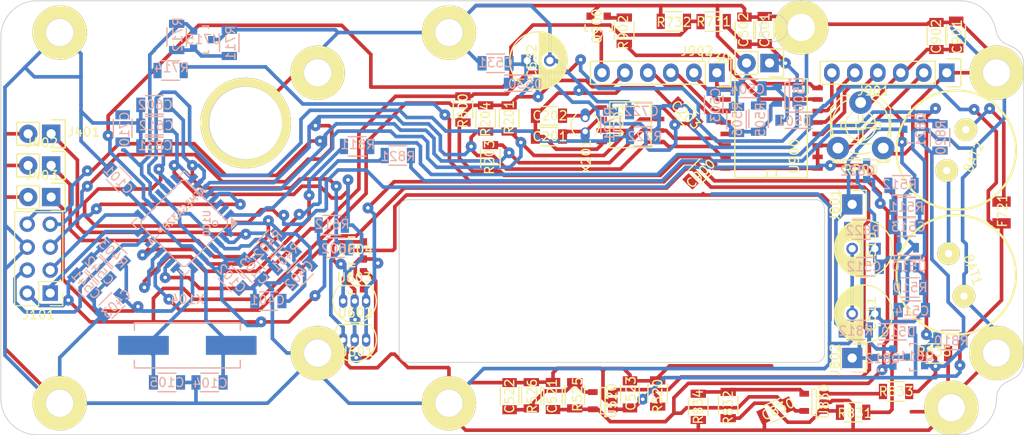
<source format=kicad_pcb>
(kicad_pcb (version 4) (host pcbnew 4.0.4-stable)
  (layers (0 F.Cu signal) (31 B.Cu signal) (34 B.Paste user hide) (35 F.Paste user hide) (36 B.SilkS user hide) (37 F.SilkS user hide) (38 B.Mask user hide) (39 F.Mask user hide) (44 Edge.Cuts user))
  (net 0 "")
  (net 1 "Net-(BAT1-Pad1)")
  (net 2 GND)
  (net 3 "Net-(BAT2-Pad1)")
  (net 4 VCC)
  (net 5 "Net-(C104-Pad2)")
  (net 6 "Net-(C105-Pad2)")
  (net 7 "Net-(C201-Pad1)")
  (net 8 "Net-(C202-Pad1)")
  (net 9 V_rtc)
  (net 10 BP1)
  (net 11 BP2)
  (net 12 BP3)
  (net 13 V_sol)
  (net 14 "Net-(C503-Pad1)")
  (net 15 "Net-(C504-Pad1)")
  (net 16 "Net-(C511-Pad1)")
  (net 17 "Net-(C513-Pad1)")
  (net 18 VPP)
  (net 19 "Net-(C522-Pad1)")
  (net 20 V_bat)
  (net 21 quadA)
  (net 22 quadB)
  (net 23 V_ref)
  (net 24 M_imot)
  (net 25 "Net-(J101-Pad1)")
  (net 26 "Net-(J101-Pad3)")
  (net 27 "Net-(J101-Pad4)")
  (net 28 "Net-(J101-Pad5)")
  (net 29 SDA)
  (net 30 SCL)
  (net 31 "Net-(J901-Pad4)")
  (net 32 "Net-(J901-Pad5)")
  (net 33 "Net-(J901-Pad6)")
  (net 34 "Net-(J902-Pad1)")
  (net 35 "Net-(J902-Pad2)")
  (net 36 "Net-(J902-Pad3)")
  (net 37 "Net-(J902-Pad4)")
  (net 38 "Net-(J902-Pad6)")
  (net 39 "Net-(Q811-Pad1)")
  (net 40 "Net-(Q811-Pad2)")
  (net 41 "Net-(Q812-Pad1)")
  (net 42 "Net-(Q821-Pad1)")
  (net 43 "Net-(Q822-Pad1)")
  (net 44 "Net-(Q900-Pad1)")
  (net 45 alarm)
  (net 46 charge_OFF)
  (net 47 "Net-(R510-Pad2)")
  (net 48 VppEn)
  (net 49 "Net-(R711-Pad1)")
  (net 50 M_bat)
  (net 51 M_sol)
  (net 52 C_frw)
  (net 53 C_bkw)
  (net 54 "Net-(R831-Pad2)")
  (net 55 "Net-(R832-Pad2)")
  (net 56 "Net-(R833-Pad1)")
  (net 57 "Net-(R902-Pad1)")
  (net 58 "Net-(J802-Pad1)")
  (net 59 "Net-(J801-Pad1)")
  (net 60 "Net-(C901-Pad2)")
  (module Capacitors_SMD:C_1206 (layer B.Cu) (at 135.03934 82.16066 225)
    (fp_text reference C402 (at 0.2 0 225) (layer B.SilkS) (effects (justify mirror)))
    (fp_text value 10n)
    (pad 1 smd rect (at -1.5 0 225) (size 1 1.6) (layers B.Cu B.Paste B.Mask) (net 11 BP2))
    (pad 2 smd rect (at 1.5 0 225) (size 1 1.6) (layers B.Cu B.Paste B.Mask) (net 2 GND))
  )
  (module Resistors_SMD:R_1206 (layer B.Cu) (at 138.5 76.8)
    (fp_text reference R612 (at 0.05 -0.1) (layer B.SilkS) (effects (justify mirror)))
    (fp_text value 4k7)
    (pad 1 smd rect (at -1.45 0) (size 0.9 1.7) (layers B.Cu B.Paste B.Mask) (net 4 VCC))
    (pad 2 smd rect (at 1.45 0) (size 0.9 1.7) (layers B.Cu B.Paste B.Mask) (net 22 quadB))
  )
  (module Capacitors_SMD:C_1206 (layer B.Cu) (at 111.2 83.4 315)
    (fp_text reference C541 (at 0.1 -0.1 315) (layer B.SilkS) (effects (justify mirror)))
    (fp_text value 10n)
    (pad 1 smd rect (at -1.5 0 315) (size 1 1.6) (layers B.Cu B.Paste B.Mask) (net 4 VCC))
    (pad 2 smd rect (at 1.5 0 315) (size 1 1.6) (layers B.Cu B.Paste B.Mask) (net 2 GND))
  )
  (module Resistors_SMD:R_1206 (layer B.Cu) (at 205.7 67.1 90)
    (fp_text reference R820 (at 0 0.1 90) (layer B.SilkS) (effects (justify mirror)))
    (fp_text value 3k3)
    (pad 1 smd rect (at -1.45 0 90) (size 0.9 1.7) (layers B.Cu B.Paste B.Mask) (net 40 "Net-(Q811-Pad2)"))
    (pad 2 smd rect (at 1.45 0 90) (size 0.9 1.7) (layers B.Cu B.Paste B.Mask) (net 42 "Net-(Q821-Pad1)"))
  )
  (module TO_SOT_Packages_SMD:SOT-23 (layer B.Cu) (at 199.49924 91.45 270)
    (fp_text reference Q812 (at 0.1 0.09924 540) (layer B.SilkS) (effects (justify mirror)))
    (fp_text value PBSS5350)
    (pad 1 smd rect (at -0.95 -1.00076 270) (size 0.8001 0.8001) (layers B.Cu B.Paste B.Mask) (net 41 "Net-(Q812-Pad1)"))
    (pad 2 smd rect (at 0.95 -1.00076 270) (size 0.8001 0.8001) (layers B.Cu B.Paste B.Mask) (net 18 VPP))
    (pad 3 smd rect (at 0 0.99822 270) (size 0.8001 0.8001) (layers B.Cu B.Paste B.Mask) (net 58 "Net-(J802-Pad1)"))
  )
  (module Capacitors_ThroughHole:C_Radial_D6.3_L11.2_P2.5 (layer F.Cu) (at 198.5 86.6 180)
    (fp_text reference C511 (at 0.4 0 270) (layer F.SilkS))
    (fp_text value 470uF)
    (pad 2 thru_hole circle (at 2.5 0 180) (size 1.3 1.3) (drill 0.8) (layers *.Cu *.Mask) (net 2 GND))
    (pad 1 thru_hole rect (at 0 0 180) (size 1.3 1.3) (drill 0.8) (layers *.Cu *.Mask) (net 16 "Net-(C511-Pad1)"))
  )
  (module Fuse_Holders_and_Fuses:Fuse_SMD1206_Reflow (layer F.Cu) (at 212.5 75.4 270)
    (fp_text reference F721 (at -0.2 -0.1 270) (layer F.SilkS))
    (fp_text value 5A)
    (pad 1 smd rect (at -1.20396 0) (size 2.02946 1.14046) (layers F.Cu F.Paste F.Mask) (net 3 "Net-(BAT2-Pad1)"))
    (pad 2 smd rect (at 1.20396 0) (size 2.02946 1.14046) (layers F.Cu F.Paste F.Mask) (net 20 V_bat))
  )
  (module Resistors_SMD:R_1206 (layer B.Cu) (at 196.4 88.4)
    (fp_text reference R812 (at 0 0.1) (layer B.SilkS) (effects (justify mirror)))
    (fp_text value 330)
    (pad 1 smd rect (at -1.45 0) (size 0.9 1.7) (layers B.Cu B.Paste B.Mask) (net 59 "Net-(J801-Pad1)"))
    (pad 2 smd rect (at 1.45 0) (size 0.9 1.7) (layers B.Cu B.Paste B.Mask) (net 41 "Net-(Q812-Pad1)"))
  )
  (module Resistors_SMD:R_1206 (layer B.Cu) (at 197 77.3)
    (fp_text reference R822 (at 0.2 0.1) (layer B.SilkS) (effects (justify mirror)))
    (fp_text value 330)
    (pad 1 smd rect (at -1.45 0) (size 0.9 1.7) (layers B.Cu B.Paste B.Mask) (net 58 "Net-(J802-Pad1)"))
    (pad 2 smd rect (at 1.45 0) (size 0.9 1.7) (layers B.Cu B.Paste B.Mask) (net 43 "Net-(Q822-Pad1)"))
  )
  (module TO_SOT_Packages_SMD:SOT-23 (layer B.Cu) (at 202.7 66.2 270)
    (fp_text reference Q821 (at 0.05 -0.90076 270) (layer B.SilkS) (effects (justify mirror)))
    (fp_text value PBSS4320)
    (pad 1 smd rect (at -0.95 -1.00076 270) (size 0.8001 0.8001) (layers B.Cu B.Paste B.Mask) (net 42 "Net-(Q821-Pad1)"))
    (pad 2 smd rect (at 0.95 -1.00076 270) (size 0.8001 0.8001) (layers B.Cu B.Paste B.Mask) (net 40 "Net-(Q811-Pad2)"))
    (pad 3 smd rect (at 0 0.99822 270) (size 0.8001 0.8001) (layers B.Cu B.Paste B.Mask) (net 59 "Net-(J801-Pad1)"))
  )
  (module Potentiometers:Potentiometer_Triwood_RM-065 (layer F.Cu) (at 194.43064 68.27936)
    (fp_text reference RP90 (at 2.5 2.4) (layer F.SilkS))
    (fp_text value 100k)
    (pad 2 thru_hole circle (at 2.49936 -5.03936) (size 2.49936 2.49936) (drill 1.19888) (layers *.Cu *.Mask) (net 60 "Net-(C901-Pad2)"))
    (pad 3 thru_hole circle (at 4.99872 0) (size 2.49936 2.49936) (drill 1.19888) (layers *.Cu *.Mask) (net 2 GND))
    (pad 1 thru_hole circle (at 0 0) (size 2.49936 2.49936) (drill 1.19888) (layers *.Cu *.Mask) (net 4 VCC))
  )
  (module Resistors_SMD:R_1206 (layer B.Cu) (at 202 74.8 180)
    (fp_text reference R511 (at 0 0 180) (layer B.SilkS) (effects (justify mirror)))
    (fp_text value 100k)
    (pad 1 smd rect (at -1.45 0 180) (size 0.9 1.7) (layers B.Cu B.Paste B.Mask) (net 2 GND))
    (pad 2 smd rect (at 1.45 0 180) (size 0.9 1.7) (layers B.Cu B.Paste B.Mask) (net 17 "Net-(C513-Pad1)"))
  )
  (module Resistors_SMD:R_1206 (layer F.Cu) (at 179 96.9 270)
    (fp_text reference R834 (at 0 0 270) (layer F.SilkS))
    (fp_text value 1k)
    (pad 1 smd rect (at -1.45 0 270) (size 0.9 1.7) (layers F.Cu F.Paste F.Mask) (net 55 "Net-(R832-Pad2)"))
    (pad 2 smd rect (at 1.45 0 270) (size 0.9 1.7) (layers F.Cu F.Paste F.Mask) (net 2 GND))
  )
  (module gdi:HFC1330 (layer F.Cu) (at 207.5 82.3 290)
    (fp_text reference BAT1 (at 0.1 -1.9 290) (layer F.SilkS))
    (fp_text value BAT)
    (pad 1 thru_hole circle (at -2.5 0 290) (size 2.5 2.5) (drill 0.8) (layers *.Cu *.Mask F.SilkS) (net 1 "Net-(BAT1-Pad1)"))
    (pad 2 thru_hole circle (at 2.5 0 290) (size 2.5 2.5) (drill 0.8) (layers *.Cu *.Mask F.SilkS) (net 2 GND))
  )
  (module gdi:HFC1330 (layer F.Cu) (at 207.5 68.5 245)
    (fp_text reference BAT2 (at -0.1 -2.1 245) (layer F.SilkS))
    (fp_text value BAT)
    (pad 1 thru_hole circle (at -2.5 0 245) (size 2.5 2.5) (drill 0.8) (layers *.Cu *.Mask F.SilkS) (net 3 "Net-(BAT2-Pad1)"))
    (pad 2 thru_hole circle (at 2.5 0 245) (size 2.5 2.5) (drill 0.8) (layers *.Cu *.Mask F.SilkS) (net 1 "Net-(BAT1-Pad1)"))
  )
  (module Capacitors_ThroughHole:C_Radial_D6.3_L11.2_P2.5 (layer F.Cu) (at 198.5 79.4 180)
    (fp_text reference C515 (at 0.4 -0.06 270) (layer F.SilkS))
    (fp_text value 470uF)
    (pad 2 thru_hole circle (at 2.5 0 180) (size 1.3 1.3) (drill 0.8) (layers *.Cu *.Mask) (net 2 GND))
    (pad 1 thru_hole rect (at 0 0 180) (size 1.3 1.3) (drill 0.8) (layers *.Cu *.Mask) (net 4 VCC))
  )
  (module Capacitors_ThroughHole:C_Radial_D6.3_L11.2_P2.5 (layer F.Cu) (at 160.1 58.6)
    (fp_text reference C532 (at 0.51 0.1 90) (layer F.SilkS))
    (fp_text value 470uF)
    (pad 2 thru_hole circle (at 2.5 0) (size 1.3 1.3) (drill 0.8) (layers *.Cu *.Mask) (net 2 GND))
    (pad 1 thru_hole rect (at 0 0) (size 1.3 1.3) (drill 0.8) (layers *.Cu *.Mask) (net 9 V_rtc))
  )
  (module Diodes_SMD:SOD-123 (layer B.Cu) (at 189.6 65.2 180)
    (fp_text reference D501 (at 0 -0.1 180) (layer B.SilkS) (effects (justify mirror)))
    (fp_text value SCHOTTKY)
    (pad 1 smd rect (at -1.635 0 180) (size 0.91 1.22) (layers B.Cu B.Paste B.Mask) (net 20 V_bat))
    (pad 2 smd rect (at 1.635 0 180) (size 0.91 1.22) (layers B.Cu B.Paste B.Mask) (net 15 "Net-(C504-Pad1)"))
  )
  (module Diodes_SMD:SOD-123 (layer B.Cu) (at 201 88.6)
    (fp_text reference D510 (at 0.1 0) (layer B.SilkS) (effects (justify mirror)))
    (fp_text value SCHOTTKY)
    (pad 1 smd rect (at -1.635 0) (size 0.91 1.22) (layers B.Cu B.Paste B.Mask) (net 16 "Net-(C511-Pad1)"))
    (pad 2 smd rect (at 1.635 0) (size 0.91 1.22) (layers B.Cu B.Paste B.Mask) (net 20 V_bat))
  )
  (module Diodes_SMD:SOD-123 (layer B.Cu) (at 159.6 61.1)
    (fp_text reference D530 (at 0.3 0.1) (layer B.SilkS) (effects (justify mirror)))
    (fp_text value SCHOTTKY)
    (pad 1 smd rect (at -1.635 0) (size 0.91 1.22) (layers B.Cu B.Paste B.Mask) (net 9 V_rtc))
    (pad 2 smd rect (at 1.635 0) (size 0.91 1.22) (layers B.Cu B.Paste B.Mask) (net 4 VCC))
  )
  (module gdi:3mm_screw (layer F.Cu) (at 108.45 96.5)
    (fp_text reference H1 (at 0 0.5) (layer F.SilkS))
    (fp_text value hole)
    (pad 1 thru_hole circle (at 0 0) (size 6 6) (drill 3) (layers *.Mask F.Cu F.SilkS) (net 2 GND))
    (pad 1 thru_hole circle (at 0 0) (size 4 4) (drill 3) (layers *.Cu *.Mask F.SilkS) (net 2 GND))
  )
  (module gdi:3mm_screw (layer F.Cu) (at 151.45 96.5)
    (fp_text reference H2 (at 0 0.5) (layer F.SilkS))
    (fp_text value hole)
    (pad 1 thru_hole circle (at 0 0) (size 6 6) (drill 3) (layers *.Mask F.Cu F.SilkS) (net 2 GND))
    (pad 1 thru_hole circle (at 0 0) (size 4 4) (drill 3) (layers *.Cu *.Mask F.SilkS) (net 2 GND))
  )
  (module gdi:3mm_screw (layer F.Cu) (at 206.95 97)
    (fp_text reference H3 (at 0 0.5) (layer F.SilkS))
    (fp_text value hole)
    (pad 1 thru_hole circle (at 0 0) (size 6 6) (drill 3) (layers *.Mask F.Cu F.SilkS) (net 2 GND))
    (pad 1 thru_hole circle (at 0 0) (size 4 4) (drill 3) (layers *.Cu *.Mask F.SilkS) (net 2 GND))
  )
  (module gdi:3mm_screw (layer F.Cu) (at 190.37 54.94)
    (fp_text reference H4 (at 0 0.5) (layer F.SilkS))
    (fp_text value hole)
    (pad 1 thru_hole circle (at 0 0) (size 6 6) (drill 3) (layers *.Mask F.Cu F.SilkS) (net 2 GND))
    (pad 1 thru_hole circle (at 0 0) (size 4 4) (drill 3) (layers *.Cu *.Mask F.SilkS) (net 2 GND))
  )
  (module gdi:3mm_screw (layer F.Cu) (at 151.45 55.5)
    (fp_text reference H5 (at 0 0.5) (layer F.SilkS))
    (fp_text value hole)
    (pad 1 thru_hole circle (at 0 0) (size 6 6) (drill 3) (layers *.Mask F.Cu F.SilkS) (net 2 GND))
    (pad 1 thru_hole circle (at 0 0) (size 4 4) (drill 3) (layers *.Cu *.Mask F.SilkS) (net 2 GND))
  )
  (module gdi:3mm_screw (layer F.Cu) (at 108.45 55.5)
    (fp_text reference H6 (at 0 0.5) (layer F.SilkS))
    (fp_text value hole)
    (pad 1 thru_hole circle (at 0 0) (size 6 6) (drill 3) (layers *.Mask F.Cu F.SilkS) (net 2 GND))
    (pad 1 thru_hole circle (at 0 0) (size 4 4) (drill 3) (layers *.Cu *.Mask F.SilkS) (net 2 GND))
  )
  (module gdi:MF85 (layer F.Cu) (at 129 65.5)
    (fp_text reference H7 (at 0 0.5) (layer F.SilkS))
    (fp_text value hole)
    (pad 1 thru_hole circle (at 0 0) (size 10 10) (drill 8) (layers *.Cu *.Mask F.SilkS) (net 2 GND))
  )
  (module Pin_Headers:Pin_Header_Straight_1x02 (layer F.Cu) (at 107.5 66.7 270)
    (fp_text reference J401 (at -0.2 -3.6 360) (layer F.SilkS))
    (fp_text value HEADER_2)
    (pad 1 thru_hole rect (at 0 0 270) (size 2.032 2.032) (drill 1.016) (layers *.Cu *.Mask) (net 10 BP1))
    (pad 2 thru_hole oval (at 0 2.54 270) (size 2.032 2.032) (drill 1.016) (layers *.Cu *.Mask) (net 2 GND))
  )
  (module Pin_Headers:Pin_Header_Straight_1x02 (layer F.Cu) (at 107.5 70.2 270)
    (fp_text reference J402 (at -2.5 1.04 360) (layer F.SilkS))
    (fp_text value HEADER_2)
    (pad 1 thru_hole rect (at 0 0 270) (size 2.032 2.032) (drill 1.016) (layers *.Cu *.Mask) (net 11 BP2))
    (pad 2 thru_hole oval (at 0 2.54 270) (size 2.032 2.032) (drill 1.016) (layers *.Cu *.Mask) (net 2 GND))
  )
  (module Pin_Headers:Pin_Header_Straight_1x02 (layer F.Cu) (at 107.5 73.7 270)
    (fp_text reference J403 (at -2.4 1.04 360) (layer F.SilkS))
    (fp_text value HEADER_2)
    (pad 1 thru_hole rect (at 0 0 270) (size 2.032 2.032) (drill 1.016) (layers *.Cu *.Mask) (net 12 BP3))
    (pad 2 thru_hole oval (at 0 2.54 270) (size 2.032 2.032) (drill 1.016) (layers *.Cu *.Mask) (net 2 GND))
  )
  (module Pin_Headers:Pin_Header_Straight_1x02 (layer F.Cu) (at 186.87 58.87 270)
    (fp_text reference J730 (at -0.5 6.14 360) (layer F.SilkS))
    (fp_text value HEADER_2)
    (pad 1 thru_hole rect (at 0 0 270) (size 2.032 2.032) (drill 1.016) (layers *.Cu *.Mask) (net 13 V_sol))
    (pad 2 thru_hole oval (at 0 2.54 270) (size 2.032 2.032) (drill 1.016) (layers *.Cu *.Mask) (net 2 GND))
  )
  (module Pin_Headers:Pin_Header_Straight_1x06 (layer F.Cu) (at 206.45 59.95 270)
    (fp_text reference J901 (at 2 8.1 360) (layer F.SilkS))
    (fp_text value HEADER_6)
    (pad 1 thru_hole rect (at 0 0 270) (size 2.032 1.7272) (drill 1.016) (layers *.Cu *.Mask) (net 2 GND))
    (pad 2 thru_hole oval (at 0 2.54 270) (size 2.032 1.7272) (drill 1.016) (layers *.Cu *.Mask) (net 4 VCC))
    (pad 3 thru_hole oval (at 0 5.08 270) (size 2.032 1.7272) (drill 1.016) (layers *.Cu *.Mask) (net 60 "Net-(C901-Pad2)"))
    (pad 4 thru_hole oval (at 0 7.62 270) (size 2.032 1.7272) (drill 1.016) (layers *.Cu *.Mask) (net 31 "Net-(J901-Pad4)"))
    (pad 5 thru_hole oval (at 0 10.16 270) (size 2.032 1.7272) (drill 1.016) (layers *.Cu *.Mask) (net 32 "Net-(J901-Pad5)"))
    (pad 6 thru_hole oval (at 0 12.7 270) (size 2.032 1.7272) (drill 1.016) (layers *.Cu *.Mask) (net 33 "Net-(J901-Pad6)"))
  )
  (module Pin_Headers:Pin_Header_Straight_1x06 (layer F.Cu) (at 181.05 59.95 270)
    (fp_text reference J902 (at -2.4 2.2 360) (layer F.SilkS))
    (fp_text value HEADER_6)
    (pad 1 thru_hole rect (at 0 0 270) (size 2.032 1.7272) (drill 1.016) (layers *.Cu *.Mask) (net 34 "Net-(J902-Pad1)"))
    (pad 2 thru_hole oval (at 0 2.54 270) (size 2.032 1.7272) (drill 1.016) (layers *.Cu *.Mask) (net 35 "Net-(J902-Pad2)"))
    (pad 3 thru_hole oval (at 0 5.08 270) (size 2.032 1.7272) (drill 1.016) (layers *.Cu *.Mask) (net 36 "Net-(J902-Pad3)"))
    (pad 4 thru_hole oval (at 0 7.62 270) (size 2.032 1.7272) (drill 1.016) (layers *.Cu *.Mask) (net 37 "Net-(J902-Pad4)"))
    (pad 5 thru_hole oval (at 0 10.16 270) (size 2.032 1.7272) (drill 1.016) (layers *.Cu *.Mask) (net 4 VCC))
    (pad 6 thru_hole oval (at 0 12.7 270) (size 2.032 1.7272) (drill 1.016) (layers *.Cu *.Mask) (net 38 "Net-(J902-Pad6)"))
  )
  (module w_lqfp:lqfp32 (layer B.Cu) (at 122.2 76.6 225)
    (fp_text reference U100 (at -1.767767 -1.767767 270) (layer B.SilkS) (effects (font (size 0.7493 0.7493) (thickness 0.14986)) (justify mirror)))
    (fp_text value ATMEGA328P-A (at 0 1.143 225) (layer B.SilkS) (effects (font (size 0.7493 0.7493) (thickness 0.14986)) (justify mirror)))
    (pad 4 smd rect (at -0.39878 -4.09956 225) (size 0.55118 1.30048) (layers B.Cu B.Paste B.Mask) (net 4 VCC))
    (pad 5 smd rect (at 0.39878 -4.09956 225) (size 0.55118 1.30048) (layers B.Cu B.Paste B.Mask) (net 2 GND))
    (pad 6 smd rect (at 1.19888 -4.09956 225) (size 0.55118 1.30048) (layers B.Cu B.Paste B.Mask) (net 4 VCC))
    (pad 7 smd rect (at 1.99898 -4.09956 225) (size 0.55118 1.30048) (layers B.Cu B.Paste B.Mask) (net 5 "Net-(C104-Pad2)"))
    (pad 8 smd rect (at 2.79908 -4.09956 225) (size 0.55118 1.30048) (layers B.Cu B.Paste B.Mask) (net 6 "Net-(C105-Pad2)"))
    (pad 1 smd rect (at -2.79908 -4.09956 225) (size 0.55118 1.30048) (layers B.Cu B.Paste B.Mask) (net 11 BP2))
    (pad 2 smd rect (at -1.99898 -4.09956 225) (size 0.55118 1.30048) (layers B.Cu B.Paste B.Mask) (net 10 BP1))
    (pad 3 smd rect (at -1.19888 -4.09956 225) (size 0.55118 1.30048) (layers B.Cu B.Paste B.Mask) (net 2 GND))
    (pad 9 smd rect (at 4.09956 -2.79908 225) (size 1.30048 0.55118) (layers B.Cu B.Paste B.Mask) (net 12 BP3))
    (pad 10 smd rect (at 4.09956 -1.99898 225) (size 1.30048 0.55118) (layers B.Cu B.Paste B.Mask) (net 46 charge_OFF))
    (pad 11 smd rect (at 4.09956 -1.19888 225) (size 1.30048 0.55118) (layers B.Cu B.Paste B.Mask) (net 48 VppEn))
    (pad 12 smd rect (at 4.09956 -0.39878 225) (size 1.30048 0.55118) (layers B.Cu B.Paste B.Mask) (net 52 C_frw))
    (pad 13 smd rect (at 4.09956 0.39878 225) (size 1.30048 0.55118) (layers B.Cu B.Paste B.Mask) (net 53 C_bkw))
    (pad 14 smd rect (at 4.09956 1.19888 225) (size 1.30048 0.55118) (layers B.Cu B.Paste B.Mask))
    (pad 15 smd rect (at 4.09956 1.99898 225) (size 1.30048 0.55118) (layers B.Cu B.Paste B.Mask) (net 27 "Net-(J101-Pad4)"))
    (pad 16 smd rect (at 4.09956 2.79908 225) (size 1.30048 0.55118) (layers B.Cu B.Paste B.Mask) (net 25 "Net-(J101-Pad1)"))
    (pad 17 smd rect (at 2.79908 4.09956 225) (size 0.55118 1.30048) (layers B.Cu B.Paste B.Mask) (net 26 "Net-(J101-Pad3)"))
    (pad 18 smd rect (at 1.99898 4.09956 225) (size 0.55118 1.30048) (layers B.Cu B.Paste B.Mask) (net 4 VCC))
    (pad 19 smd rect (at 1.19888 4.09956 225) (size 0.55118 1.30048) (layers B.Cu B.Paste B.Mask) (net 51 M_sol))
    (pad 20 smd rect (at 0.39878 4.09956 225) (size 0.55118 1.30048) (layers B.Cu B.Paste B.Mask) (net 23 V_ref))
    (pad 21 smd rect (at -0.39878 4.09956 225) (size 0.55118 1.30048) (layers B.Cu B.Paste B.Mask) (net 2 GND))
    (pad 22 smd rect (at -1.19888 4.09956 225) (size 0.55118 1.30048) (layers B.Cu B.Paste B.Mask) (net 50 M_bat))
    (pad 23 smd rect (at -1.99898 4.09956 225) (size 0.55118 1.30048) (layers B.Cu B.Paste B.Mask) (net 24 M_imot))
    (pad 24 smd rect (at -2.79908 4.09956 225) (size 0.55118 1.30048) (layers B.Cu B.Paste B.Mask))
    (pad 25 smd rect (at -4.09956 2.79908 225) (size 1.30048 0.55118) (layers B.Cu B.Paste B.Mask) (net 22 quadB))
    (pad 26 smd rect (at -4.09956 1.99898 225) (size 1.30048 0.55118) (layers B.Cu B.Paste B.Mask) (net 21 quadA))
    (pad 27 smd rect (at -4.09956 1.19888 225) (size 1.30048 0.55118) (layers B.Cu B.Paste B.Mask) (net 29 SDA))
    (pad 28 smd rect (at -4.09956 0.39878 225) (size 1.30048 0.55118) (layers B.Cu B.Paste B.Mask) (net 30 SCL))
    (pad 29 smd rect (at -4.09956 -0.39878 225) (size 1.30048 0.55118) (layers B.Cu B.Paste B.Mask) (net 28 "Net-(J101-Pad5)"))
    (pad 30 smd rect (at -4.09956 -1.19888 225) (size 1.30048 0.55118) (layers B.Cu B.Paste B.Mask))
    (pad 31 smd rect (at -4.09956 -1.99898 225) (size 1.30048 0.55118) (layers B.Cu B.Paste B.Mask))
    (pad 32 smd rect (at -4.09956 -2.79908 225) (size 1.30048 0.55118) (layers B.Cu B.Paste B.Mask) (net 45 alarm))
  )
  (module SMD_Packages:SOIC-8-N (layer F.Cu) (at 171.5 65.7 270)
    (fp_text reference U201 (at -0.5 1.3 270) (layer F.SilkS))
    (fp_text value MCP7940)
    (pad 8 smd rect (at -1.905 -3.175 270) (size 0.508 1.143) (layers F.Cu F.Paste F.Mask) (net 9 V_rtc))
    (pad 7 smd rect (at -0.635 -3.175 270) (size 0.508 1.143) (layers F.Cu F.Paste F.Mask) (net 45 alarm))
    (pad 6 smd rect (at 0.635 -3.175 270) (size 0.508 1.143) (layers F.Cu F.Paste F.Mask) (net 30 SCL))
    (pad 5 smd rect (at 1.905 -3.175 270) (size 0.508 1.143) (layers F.Cu F.Paste F.Mask) (net 29 SDA))
    (pad 4 smd rect (at 1.905 3.175 270) (size 0.508 1.143) (layers F.Cu F.Paste F.Mask) (net 2 GND))
    (pad 3 smd rect (at 0.635 3.175 270) (size 0.508 1.143) (layers F.Cu F.Paste F.Mask) (net 45 alarm))
    (pad 2 smd rect (at -0.635 3.175 270) (size 0.508 1.143) (layers F.Cu F.Paste F.Mask) (net 7 "Net-(C201-Pad1)"))
    (pad 1 smd rect (at -1.905 3.175 270) (size 0.508 1.143) (layers F.Cu F.Paste F.Mask) (net 8 "Net-(C202-Pad1)"))
  )
  (module TO_SOT_Packages_THT:TO-92_Inline_Narrow_Oval (layer F.Cu) (at 142.3 89.5 180)
    (fp_text reference U601 (at 1.1 -1.3 180) (layer F.SilkS))
    (fp_text value A3144)
    (pad 2 thru_hole oval (at 1.27 0) (size 0.89916 1.50114) (drill 0.6) (layers *.Cu *.Mask) (net 2 GND))
    (pad 3 thru_hole oval (at 2.54 0) (size 0.89916 1.50114) (drill 0.6) (layers *.Cu *.Mask) (net 21 quadA))
    (pad 1 thru_hole oval (at 0 0) (size 0.89916 1.50114) (drill 0.6) (layers *.Cu *.Mask) (net 18 VPP))
  )
  (module TO_SOT_Packages_THT:TO-92_Inline_Narrow_Oval (layer F.Cu) (at 142.3 85.2 180)
    (fp_text reference U602 (at 1.2 -1.3 180) (layer F.SilkS))
    (fp_text value A3144)
    (pad 2 thru_hole oval (at 1.27 0) (size 0.89916 1.50114) (drill 0.6) (layers *.Cu *.Mask) (net 2 GND))
    (pad 3 thru_hole oval (at 2.54 0) (size 0.89916 1.50114) (drill 0.6) (layers *.Cu *.Mask) (net 22 quadB))
    (pad 1 thru_hole oval (at 0 0) (size 0.89916 1.50114) (drill 0.6) (layers *.Cu *.Mask) (net 18 VPP))
  )
  (module SMD_Packages:SO-16-W (layer F.Cu) (at 187.1 66.08 90)
    (fp_text reference U900 (at -3.1 2.5 90) (layer F.SilkS))
    (fp_text value PCF8574)
    (pad 1 smd rect (at -4.445 5.08 90) (size 0.508 1.143) (layers F.Cu F.Paste F.Mask) (net 4 VCC))
    (pad 2 smd rect (at -3.175 5.08 90) (size 0.508 1.143) (layers F.Cu F.Paste F.Mask) (net 4 VCC))
    (pad 3 smd rect (at -1.905 5.08 90) (size 0.508 1.143) (layers F.Cu F.Paste F.Mask) (net 4 VCC))
    (pad 4 smd rect (at -0.635 5.08 90) (size 0.508 1.143) (layers F.Cu F.Paste F.Mask) (net 31 "Net-(J901-Pad4)"))
    (pad 5 smd rect (at 0.635 5.08 90) (size 0.508 1.143) (layers F.Cu F.Paste F.Mask) (net 32 "Net-(J901-Pad5)"))
    (pad 6 smd rect (at 1.905 5.08 90) (size 0.508 1.143) (layers F.Cu F.Paste F.Mask) (net 33 "Net-(J901-Pad6)"))
    (pad 7 smd rect (at 3.175 5.08 90) (size 0.508 1.143) (layers F.Cu F.Paste F.Mask) (net 57 "Net-(R902-Pad1)"))
    (pad 8 smd rect (at 4.445 5.08 90) (size 0.508 1.143) (layers F.Cu F.Paste F.Mask) (net 2 GND))
    (pad 9 smd rect (at 4.445 -5.08 90) (size 0.508 1.143) (layers F.Cu F.Paste F.Mask) (net 34 "Net-(J902-Pad1)"))
    (pad 10 smd rect (at 3.175 -5.08 90) (size 0.508 1.143) (layers F.Cu F.Paste F.Mask) (net 35 "Net-(J902-Pad2)"))
    (pad 11 smd rect (at 1.905 -5.08 90) (size 0.508 1.143) (layers F.Cu F.Paste F.Mask) (net 36 "Net-(J902-Pad3)"))
    (pad 12 smd rect (at 0.635 -5.08 90) (size 0.508 1.143) (layers F.Cu F.Paste F.Mask) (net 37 "Net-(J902-Pad4)"))
    (pad 13 smd rect (at -0.635 -5.08 90) (size 0.508 1.143) (layers F.Cu F.Paste F.Mask))
    (pad 14 smd rect (at -1.905 -5.08 90) (size 0.508 1.143) (layers F.Cu F.Paste F.Mask) (net 30 SCL))
    (pad 15 smd rect (at -3.175 -5.08 90) (size 0.508 1.143) (layers F.Cu F.Paste F.Mask) (net 29 SDA))
    (pad 16 smd rect (at -4.445 -5.08 90) (size 0.508 1.143) (layers F.Cu F.Paste F.Mask) (net 4 VCC))
  )
  (module Crystals:Crystal_Round_Vertical_3mm_BigPad (layer F.Cu) (at 166.5 65.7 270)
    (fp_text reference X201 (at 3.5 -0.1 270) (layer F.SilkS))
    (fp_text value 32.768K)
    (pad 1 thru_hole oval (at -0.7493 0 270) (size 1.50114 1.00076) (drill 0.59944 (offset -0.29972 0)) (layers *.Cu *.Mask) (net 8 "Net-(C202-Pad1)"))
    (pad 2 thru_hole oval (at 0.7493 0 270) (size 1.50114 1.00076) (drill 0.59944 (offset 0.29972 0)) (layers *.Cu *.Mask) (net 7 "Net-(C201-Pad1)"))
  )
  (module Pin_Headers:Pin_Header_Straight_1x01 (layer F.Cu) (at 196 74.5 270)
    (fp_text reference J801 (at 0.1 1.9 450) (layer F.SilkS))
    (fp_text value HEADER_1)
    (pad 1 thru_hole rect (at 0 0 270) (size 2.2352 2.2352) (drill 1.016) (layers *.Cu *.Mask) (net 59 "Net-(J801-Pad1)"))
  )
  (module Pin_Headers:Pin_Header_Straight_1x01 (layer F.Cu) (at 196 91.5 270)
    (fp_text reference J802 (at 0.2 1.9 270) (layer F.SilkS))
    (fp_text value HEADER_1)
    (pad 1 thru_hole rect (at 0 0 270) (size 2.2352 2.2352) (drill 1.016) (layers *.Cu *.Mask) (net 58 "Net-(J802-Pad1)"))
  )
  (module Capacitors_SMD:C_1206 (layer B.Cu) (at 115 71.7 315)
    (fp_text reference C101 (at 0 0.1 315) (layer B.SilkS) (effects (justify mirror)))
    (fp_text value 10n)
    (pad 1 smd rect (at -1.5 0 315) (size 1 1.6) (layers B.Cu B.Paste B.Mask) (net 2 GND))
    (pad 2 smd rect (at 1.5 0 315) (size 1 1.6) (layers B.Cu B.Paste B.Mask) (net 4 VCC))
  )
  (module Capacitors_SMD:C_1206 (layer B.Cu) (at 127.4 82.7 135)
    (fp_text reference C102 (at 0 0 135) (layer B.SilkS) (effects (justify mirror)))
    (fp_text value 100n)
    (pad 1 smd rect (at -1.5 0 135) (size 1 1.6) (layers B.Cu B.Paste B.Mask) (net 2 GND))
    (pad 2 smd rect (at 1.5 0 135) (size 1 1.6) (layers B.Cu B.Paste B.Mask) (net 4 VCC))
  )
  (module Capacitors_SMD:C_1206 (layer B.Cu) (at 129.7 81.7 135)
    (fp_text reference C103 (at -0.212132 0.070711 135) (layer B.SilkS) (effects (justify mirror)))
    (fp_text value 10n)
    (pad 1 smd rect (at -1.5 0 135) (size 1 1.6) (layers B.Cu B.Paste B.Mask) (net 2 GND))
    (pad 2 smd rect (at 1.5 0 135) (size 1 1.6) (layers B.Cu B.Paste B.Mask) (net 4 VCC))
  )
  (module Capacitors_SMD:C_1206 (layer B.Cu) (at 125 94.2)
    (fp_text reference C104 (at 0.070711 0.070711) (layer B.SilkS) (effects (justify mirror)))
    (fp_text value 10p)
    (pad 1 smd rect (at -1.5 0) (size 1 1.6) (layers B.Cu B.Paste B.Mask) (net 2 GND))
    (pad 2 smd rect (at 1.5 0) (size 1 1.6) (layers B.Cu B.Paste B.Mask) (net 5 "Net-(C104-Pad2)"))
  )
  (module Capacitors_SMD:C_1206 (layer B.Cu) (at 120.3 94.2 180)
    (fp_text reference C105 (at 0 0 180) (layer B.SilkS) (effects (justify mirror)))
    (fp_text value 10p)
    (pad 1 smd rect (at -1.5 0 180) (size 1 1.6) (layers B.Cu B.Paste B.Mask) (net 2 GND))
    (pad 2 smd rect (at 1.5 0 180) (size 1 1.6) (layers B.Cu B.Paste B.Mask) (net 6 "Net-(C105-Pad2)"))
  )
  (module Capacitors_SMD:C_1206 (layer F.Cu) (at 162.5 67 180)
    (fp_text reference C201 (at -0.1 0 180) (layer F.SilkS))
    (fp_text value 10p)
    (pad 1 smd rect (at -1.5 0 180) (size 1 1.6) (layers F.Cu F.Paste F.Mask) (net 7 "Net-(C201-Pad1)"))
    (pad 2 smd rect (at 1.5 0 180) (size 1 1.6) (layers F.Cu F.Paste F.Mask) (net 2 GND))
  )
  (module Capacitors_SMD:C_1206 (layer F.Cu) (at 162.5 64.7 180)
    (fp_text reference C202 (at -0.1 0 180) (layer F.SilkS))
    (fp_text value 10p)
    (pad 1 smd rect (at -1.5 0 180) (size 1 1.6) (layers F.Cu F.Paste F.Mask) (net 8 "Net-(C202-Pad1)"))
    (pad 2 smd rect (at 1.5 0 180) (size 1 1.6) (layers F.Cu F.Paste F.Mask) (net 2 GND))
  )
  (module Capacitors_SMD:C_1206 (layer F.Cu) (at 177.6 64.5 135)
    (fp_text reference C203 (at -0.070711 -0.070711 135) (layer F.SilkS))
    (fp_text value 10n)
    (pad 1 smd rect (at -1.5 0 135) (size 1 1.6) (layers F.Cu F.Paste F.Mask) (net 9 V_rtc))
    (pad 2 smd rect (at 1.5 0 135) (size 1 1.6) (layers F.Cu F.Paste F.Mask) (net 2 GND))
  )
  (module Capacitors_SMD:C_1206 (layer B.Cu) (at 131.5 85.2 180)
    (fp_text reference C401 (at 0.1 0.1 180) (layer B.SilkS) (effects (justify mirror)))
    (fp_text value 10n)
    (pad 1 smd rect (at -1.5 0 180) (size 1 1.6) (layers B.Cu B.Paste B.Mask) (net 10 BP1))
    (pad 2 smd rect (at 1.5 0 180) (size 1 1.6) (layers B.Cu B.Paste B.Mask) (net 2 GND))
  )
  (module Capacitors_SMD:C_1206 (layer B.Cu) (at 114.2 85.7 225)
    (fp_text reference C403 (at -0.5 -0.2 225) (layer B.SilkS) (effects (justify mirror)))
    (fp_text value 10n)
    (pad 1 smd rect (at -1.5 0 225) (size 1 1.6) (layers B.Cu B.Paste B.Mask) (net 12 BP3))
    (pad 2 smd rect (at 1.5 0 225) (size 1 1.6) (layers B.Cu B.Paste B.Mask) (net 2 GND))
  )
  (module Capacitors_SMD:C_1206 (layer F.Cu) (at 186.34 55.22 90)
    (fp_text reference C501 (at 0 0 90) (layer F.SilkS))
    (fp_text value 10uF)
    (pad 1 smd rect (at -1.5 0 90) (size 1 1.6) (layers F.Cu F.Paste F.Mask) (net 13 V_sol))
    (pad 2 smd rect (at 1.5 0 90) (size 1 1.6) (layers F.Cu F.Paste F.Mask) (net 2 GND))
  )
  (module Capacitors_SMD:C_1206 (layer F.Cu) (at 184.1 55.29 90)
    (fp_text reference C502 (at 0.1 -0.1 90) (layer F.SilkS))
    (fp_text value 10n)
    (pad 1 smd rect (at -1.5 0 90) (size 1 1.6) (layers F.Cu F.Paste F.Mask) (net 13 V_sol))
    (pad 2 smd rect (at 1.5 0 90) (size 1 1.6) (layers F.Cu F.Paste F.Mask) (net 2 GND))
  )
  (module Capacitors_SMD:C_1206 (layer B.Cu) (at 180.7 63.5 90)
    (fp_text reference C503 (at 0 0.2 90) (layer B.SilkS) (effects (justify mirror)))
    (fp_text value 470p)
    (pad 1 smd rect (at -1.5 0 90) (size 1 1.6) (layers B.Cu B.Paste B.Mask) (net 14 "Net-(C503-Pad1)"))
    (pad 2 smd rect (at 1.5 0 90) (size 1 1.6) (layers B.Cu B.Paste B.Mask) (net 2 GND))
  )
  (module Capacitors_SMD:C_1206 (layer B.Cu) (at 184.55 61.68 180)
    (fp_text reference C504 (at 0.1 -0.1 180) (layer B.SilkS) (effects (justify mirror)))
    (fp_text value 10uF)
    (pad 1 smd rect (at -1.5 0 180) (size 1 1.6) (layers B.Cu B.Paste B.Mask) (net 15 "Net-(C504-Pad1)"))
    (pad 2 smd rect (at 1.5 0 180) (size 1 1.6) (layers B.Cu B.Paste B.Mask) (net 2 GND))
  )
  (module Capacitors_SMD:C_1206 (layer B.Cu) (at 197.5 81.4 180)
    (fp_text reference C512 (at 0.2 0 180) (layer B.SilkS) (effects (justify mirror)))
    (fp_text value 10uF)
    (pad 1 smd rect (at -1.5 0 180) (size 1 1.6) (layers B.Cu B.Paste B.Mask) (net 4 VCC))
    (pad 2 smd rect (at 1.5 0 180) (size 1 1.6) (layers B.Cu B.Paste B.Mask) (net 2 GND))
  )
  (module Capacitors_SMD:C_1206 (layer B.Cu) (at 202 77)
    (fp_text reference C513 (at 0.2 0) (layer B.SilkS) (effects (justify mirror)))
    (fp_text value 470p)
    (pad 1 smd rect (at -1.5 0) (size 1 1.6) (layers B.Cu B.Paste B.Mask) (net 17 "Net-(C513-Pad1)"))
    (pad 2 smd rect (at 1.5 0) (size 1 1.6) (layers B.Cu B.Paste B.Mask) (net 2 GND))
  )
  (module Capacitors_SMD:C_1206 (layer B.Cu) (at 202.6 86.2 180)
    (fp_text reference C514 (at 0 -0.1 180) (layer B.SilkS) (effects (justify mirror)))
    (fp_text value 10uF)
    (pad 1 smd rect (at -1.5 0 180) (size 1 1.6) (layers B.Cu B.Paste B.Mask) (net 16 "Net-(C511-Pad1)"))
    (pad 2 smd rect (at 1.5 0 180) (size 1 1.6) (layers B.Cu B.Paste B.Mask) (net 2 GND))
  )
  (module Capacitors_SMD:C_1206 (layer F.Cu) (at 162.95 95.7 90)
    (fp_text reference C521 (at 0 -0.1 90) (layer F.SilkS))
    (fp_text value 10uF)
    (pad 1 smd rect (at -1.5 0 90) (size 1 1.6) (layers F.Cu F.Paste F.Mask) (net 18 VPP))
    (pad 2 smd rect (at 1.5 0 90) (size 1 1.6) (layers F.Cu F.Paste F.Mask) (net 2 GND))
  )
  (module Capacitors_SMD:C_1206 (layer F.Cu) (at 158.15 95.72 90)
    (fp_text reference C522 (at 0 0 90) (layer F.SilkS))
    (fp_text value 470p)
    (pad 1 smd rect (at -1.5 0 90) (size 1 1.6) (layers F.Cu F.Paste F.Mask) (net 19 "Net-(C522-Pad1)"))
    (pad 2 smd rect (at 1.5 0 90) (size 1 1.6) (layers F.Cu F.Paste F.Mask) (net 2 GND))
  )
  (module Capacitors_SMD:C_1206 (layer F.Cu) (at 171.45 95.52 90)
    (fp_text reference C523 (at 0.1 0.1 90) (layer F.SilkS))
    (fp_text value 10uF)
    (pad 1 smd rect (at -1.5 0 90) (size 1 1.6) (layers F.Cu F.Paste F.Mask) (net 20 V_bat))
    (pad 2 smd rect (at 1.5 0 90) (size 1 1.6) (layers F.Cu F.Paste F.Mask) (net 2 GND))
  )
  (module Capacitors_SMD:C_1206 (layer B.Cu) (at 156.6 58.9 180)
    (fp_text reference C531 (at 0 0.07 180) (layer B.SilkS) (effects (justify mirror)))
    (fp_text value 10uF)
    (pad 1 smd rect (at -1.5 0 180) (size 1 1.6) (layers B.Cu B.Paste B.Mask) (net 9 V_rtc))
    (pad 2 smd rect (at 1.5 0 180) (size 1 1.6) (layers B.Cu B.Paste B.Mask) (net 2 GND))
  )
  (module Capacitors_SMD:C_1206 (layer B.Cu) (at 112.8 81.7 315)
    (fp_text reference C542 (at 0.1 0.1 315) (layer B.SilkS) (effects (justify mirror)))
    (fp_text value 100nF)
    (pad 1 smd rect (at -1.5 0 315) (size 1 1.6) (layers B.Cu B.Paste B.Mask) (net 4 VCC))
    (pad 2 smd rect (at 1.5 0 315) (size 1 1.6) (layers B.Cu B.Paste B.Mask) (net 2 GND))
  )
  (module Capacitors_SMD:C_1206 (layer B.Cu) (at 118.9 63.5 180)
    (fp_text reference C602 (at -0.1 0 180) (layer B.SilkS) (effects (justify mirror)))
    (fp_text value 100nF)
    (pad 1 smd rect (at -1.5 0 180) (size 1 1.6) (layers B.Cu B.Paste B.Mask) (net 21 quadA))
    (pad 2 smd rect (at 1.5 0 180) (size 1 1.6) (layers B.Cu B.Paste B.Mask) (net 2 GND))
  )
  (module Capacitors_SMD:C_1206 (layer B.Cu) (at 118.9 65.8)
    (fp_text reference C612 (at 0.2 0) (layer B.SilkS) (effects (justify mirror)))
    (fp_text value 100nF)
    (pad 1 smd rect (at -1.5 0) (size 1 1.6) (layers B.Cu B.Paste B.Mask) (net 2 GND))
    (pad 2 smd rect (at 1.5 0) (size 1 1.6) (layers B.Cu B.Paste B.Mask) (net 22 quadB))
  )
  (module Capacitors_SMD:C_1206 (layer B.Cu) (at 115.4 66.1 90)
    (fp_text reference C710 (at -0.070711 0.212132 90) (layer B.SilkS) (effects (justify mirror)))
    (fp_text value 10n)
    (pad 1 smd rect (at -1.5 0 90) (size 1 1.6) (layers B.Cu B.Paste B.Mask) (net 23 V_ref))
    (pad 2 smd rect (at 1.5 0 90) (size 1 1.6) (layers B.Cu B.Paste B.Mask) (net 2 GND))
  )
  (module Capacitors_SMD:C_1206 (layer B.Cu) (at 172.9 64.3 180)
    (fp_text reference C722 (at 0.2 0.1 180) (layer B.SilkS) (effects (justify mirror)))
    (fp_text value 10uF)
    (pad 1 smd rect (at -1.5 0 180) (size 1 1.6) (layers B.Cu B.Paste B.Mask) (net 20 V_bat))
    (pad 2 smd rect (at 1.5 0 180) (size 1 1.6) (layers B.Cu B.Paste B.Mask) (net 2 GND))
  )
  (module Capacitors_SMD:C_1206 (layer F.Cu) (at 187.540538 97.3 205)
    (fp_text reference C830 (at -0.3 0 205) (layer F.SilkS))
    (fp_text value 100n)
    (pad 1 smd rect (at -1.5 0 205) (size 1 1.6) (layers F.Cu F.Paste F.Mask) (net 18 VPP))
    (pad 2 smd rect (at 1.5 0 205) (size 1 1.6) (layers F.Cu F.Paste F.Mask) (net 2 GND))
  )
  (module Capacitors_SMD:C_1206 (layer B.Cu) (at 118.9 68.1 180)
    (fp_text reference C831 (at -0.1 0.1 180) (layer B.SilkS) (effects (justify mirror)))
    (fp_text value 100n)
    (pad 1 smd rect (at -1.5 0 180) (size 1 1.6) (layers B.Cu B.Paste B.Mask) (net 24 M_imot))
    (pad 2 smd rect (at 1.5 0 180) (size 1 1.6) (layers B.Cu B.Paste B.Mask) (net 2 GND))
  )
  (module Capacitors_SMD:C_1206 (layer F.Cu) (at 179.2 70.9 225)
    (fp_text reference C900 (at 0.1 -0.2 225) (layer F.SilkS))
    (fp_text value 100nF)
    (pad 1 smd rect (at -1.5 0 225) (size 1 1.6) (layers F.Cu F.Paste F.Mask) (net 4 VCC))
    (pad 2 smd rect (at 1.5 0 225) (size 1 1.6) (layers F.Cu F.Paste F.Mask) (net 2 GND))
  )
  (module Capacitors_SMD:C_1206 (layer F.Cu) (at 207.49 55.73 270)
    (fp_text reference C901 (at 0.23 -0.11 270) (layer F.SilkS))
    (fp_text value 10nF)
    (pad 1 smd rect (at -1.5 0 270) (size 1 1.6) (layers F.Cu F.Paste F.Mask) (net 2 GND))
    (pad 2 smd rect (at 1.5 0 270) (size 1 1.6) (layers F.Cu F.Paste F.Mask) (net 60 "Net-(C901-Pad2)"))
  )
  (module Capacitors_SMD:C_1206 (layer F.Cu) (at 205.31 55.88 270)
    (fp_text reference C902 (at 0.04 0.02 270) (layer F.SilkS))
    (fp_text value 10uF)
    (pad 1 smd rect (at -1.5 0 270) (size 1 1.6) (layers F.Cu F.Paste F.Mask) (net 2 GND))
    (pad 2 smd rect (at 1.5 0 270) (size 1 1.6) (layers F.Cu F.Paste F.Mask) (net 60 "Net-(C901-Pad2)"))
  )
  (module TO_SOT_Packages_SMD:SOT-23 (layer B.Cu) (at 203 91.4 270)
    (fp_text reference Q811 (at -0.1 -0.1 540) (layer B.SilkS) (effects (justify mirror)))
    (fp_text value PBSS4320)
    (pad 1 smd rect (at -0.95 -1.00076 270) (size 0.8001 0.8001) (layers B.Cu B.Paste B.Mask) (net 39 "Net-(Q811-Pad1)"))
    (pad 2 smd rect (at 0.95 -1.00076 270) (size 0.8001 0.8001) (layers B.Cu B.Paste B.Mask) (net 40 "Net-(Q811-Pad2)"))
    (pad 3 smd rect (at 0 0.99822 270) (size 0.8001 0.8001) (layers B.Cu B.Paste B.Mask) (net 58 "Net-(J802-Pad1)"))
  )
  (module TO_SOT_Packages_SMD:SOT-23 (layer B.Cu) (at 196.6 70.8 270)
    (fp_text reference Q822 (at 0 0 540) (layer B.SilkS) (effects (justify mirror)))
    (fp_text value PBSS5350)
    (pad 1 smd rect (at -0.95 -1.00076 270) (size 0.8001 0.8001) (layers B.Cu B.Paste B.Mask) (net 43 "Net-(Q822-Pad1)"))
    (pad 2 smd rect (at 0.95 -1.00076 270) (size 0.8001 0.8001) (layers B.Cu B.Paste B.Mask) (net 18 VPP))
    (pad 3 smd rect (at 0 0.99822 270) (size 0.8001 0.8001) (layers B.Cu B.Paste B.Mask) (net 59 "Net-(J801-Pad1)"))
  )
  (module TO_SOT_Packages_SMD:SOT-23 (layer F.Cu) (at 167.99 54.69 180)
    (fp_text reference Q900 (at 0.2 -0.1 270) (layer F.SilkS))
    (fp_text value PBSS4320)
    (pad 1 smd rect (at -0.95 1.00076 180) (size 0.8001 0.8001) (layers F.Cu F.Paste F.Mask) (net 44 "Net-(Q900-Pad1)"))
    (pad 2 smd rect (at 0.95 1.00076 180) (size 0.8001 0.8001) (layers F.Cu F.Paste F.Mask) (net 2 GND))
    (pad 3 smd rect (at 0 -0.99822 180) (size 0.8001 0.8001) (layers F.Cu F.Paste F.Mask) (net 38 "Net-(J902-Pad6)"))
  )
  (module Resistors_SMD:R_1206 (layer F.Cu) (at 158.1 65 270)
    (fp_text reference R201 (at -0.1 0 270) (layer F.SilkS))
    (fp_text value 10k)
    (pad 1 smd rect (at -1.45 0 270) (size 0.9 1.7) (layers F.Cu F.Paste F.Mask) (net 4 VCC))
    (pad 2 smd rect (at 1.45 0 270) (size 0.9 1.7) (layers F.Cu F.Paste F.Mask) (net 45 alarm))
  )
  (module Resistors_SMD:R_1206 (layer F.Cu) (at 156.03 69.399634 90)
    (fp_text reference R203 (at 0.1 -0.1 90) (layer F.SilkS))
    (fp_text value 2.2k)
    (pad 1 smd rect (at -1.45 0 90) (size 0.9 1.7) (layers F.Cu F.Paste F.Mask) (net 4 VCC))
    (pad 2 smd rect (at 1.45 0 90) (size 0.9 1.7) (layers F.Cu F.Paste F.Mask) (net 30 SCL))
  )
  (module Resistors_SMD:R_1206 (layer F.Cu) (at 155.5 65 270)
    (fp_text reference R204 (at 0.1 0 270) (layer F.SilkS))
    (fp_text value 2.2k)
    (pad 1 smd rect (at -1.45 0 270) (size 0.9 1.7) (layers F.Cu F.Paste F.Mask) (net 4 VCC))
    (pad 2 smd rect (at 1.45 0 270) (size 0.9 1.7) (layers F.Cu F.Paste F.Mask) (net 29 SDA))
  )
  (module Resistors_SMD:R_1206 (layer B.Cu) (at 133.3 80.5 45)
    (fp_text reference R401 (at 0.2 0 45) (layer B.SilkS) (effects (justify mirror)))
    (fp_text value 10k)
    (pad 1 smd rect (at -1.45 0 45) (size 0.9 1.7) (layers B.Cu B.Paste B.Mask) (net 4 VCC))
    (pad 2 smd rect (at 1.45 0 45) (size 0.9 1.7) (layers B.Cu B.Paste B.Mask) (net 10 BP1))
  )
  (module Resistors_SMD:R_1206 (layer B.Cu) (at 131.6 78.8 45)
    (fp_text reference R402 (at -0.2 0 45) (layer B.SilkS) (effects (justify mirror)))
    (fp_text value 10k)
    (pad 1 smd rect (at -1.45 0 45) (size 0.9 1.7) (layers B.Cu B.Paste B.Mask) (net 4 VCC))
    (pad 2 smd rect (at 1.45 0 45) (size 0.9 1.7) (layers B.Cu B.Paste B.Mask) (net 11 BP2))
  )
  (module Resistors_SMD:R_1206 (layer B.Cu) (at 114.4 80 315)
    (fp_text reference R403 (at -0.1 0 315) (layer B.SilkS) (effects (justify mirror)))
    (fp_text value 10k)
    (pad 1 smd rect (at -1.45 0 315) (size 0.9 1.7) (layers B.Cu B.Paste B.Mask) (net 4 VCC))
    (pad 2 smd rect (at 1.45 0 315) (size 0.9 1.7) (layers B.Cu B.Paste B.Mask) (net 12 BP3))
  )
  (module Resistors_SMD:R_1206 (layer F.Cu) (at 153 64 90)
    (fp_text reference R500 (at -0.141421 0 90) (layer F.SilkS))
    (fp_text value 10k)
    (pad 1 smd rect (at -1.45 0 90) (size 0.9 1.7) (layers F.Cu F.Paste F.Mask) (net 4 VCC))
    (pad 2 smd rect (at 1.45 0 90) (size 0.9 1.7) (layers F.Cu F.Paste F.Mask) (net 46 charge_OFF))
  )
  (module Resistors_SMD:R_1206 (layer B.Cu) (at 185.66 65.02 270)
    (fp_text reference R505 (at 0.1 -0.2 270) (layer B.SilkS) (effects (justify mirror)))
    (fp_text value tbd)
    (pad 1 smd rect (at -1.45 0 270) (size 0.9 1.7) (layers B.Cu B.Paste B.Mask) (net 15 "Net-(C504-Pad1)"))
    (pad 2 smd rect (at 1.45 0 270) (size 0.9 1.7) (layers B.Cu B.Paste B.Mask) (net 14 "Net-(C503-Pad1)"))
  )
  (module Resistors_SMD:R_1206 (layer B.Cu) (at 183.22 65.16 90)
    (fp_text reference R506 (at 0.1 0.1 90) (layer B.SilkS) (effects (justify mirror)))
    (fp_text value tbd)
    (pad 1 smd rect (at -1.45 0 90) (size 0.9 1.7) (layers B.Cu B.Paste B.Mask) (net 14 "Net-(C503-Pad1)"))
    (pad 2 smd rect (at 1.45 0 90) (size 0.9 1.7) (layers B.Cu B.Paste B.Mask) (net 2 GND))
  )
  (module Resistors_SMD:R_1206 (layer B.Cu) (at 202.4 83.7 180)
    (fp_text reference R510 (at 0 0 180) (layer B.SilkS) (effects (justify mirror)))
    (fp_text value 10k)
    (pad 1 smd rect (at -1.45 0 180) (size 0.9 1.7) (layers B.Cu B.Paste B.Mask) (net 16 "Net-(C511-Pad1)"))
    (pad 2 smd rect (at 1.45 0 180) (size 0.9 1.7) (layers B.Cu B.Paste B.Mask) (net 47 "Net-(R510-Pad2)"))
  )
  (module Resistors_SMD:R_1206 (layer B.Cu) (at 201.45 72.4)
    (fp_text reference R512 (at -0.2 -0.1) (layer B.SilkS) (effects (justify mirror)))
    (fp_text value 33k)
    (pad 1 smd rect (at -1.45 0) (size 0.9 1.7) (layers B.Cu B.Paste B.Mask) (net 17 "Net-(C513-Pad1)"))
    (pad 2 smd rect (at 1.45 0) (size 0.9 1.7) (layers B.Cu B.Paste B.Mask) (net 4 VCC))
  )
  (module Resistors_SMD:R_1206 (layer F.Cu) (at 174.51 95.42 270)
    (fp_text reference R520 (at 0.3 0 270) (layer F.SilkS))
    (fp_text value 10k)
    (pad 1 smd rect (at -1.45 0 270) (size 0.9 1.7) (layers F.Cu F.Paste F.Mask) (net 2 GND))
    (pad 2 smd rect (at 1.45 0 270) (size 0.9 1.7) (layers F.Cu F.Paste F.Mask) (net 48 VppEn))
  )
  (module Resistors_SMD:R_1206 (layer F.Cu) (at 165.35 95.62 270)
    (fp_text reference R525 (at -0.1 -0.3 270) (layer F.SilkS))
    (fp_text value tbd)
    (pad 1 smd rect (at -1.45 0 270) (size 0.9 1.7) (layers F.Cu F.Paste F.Mask) (net 19 "Net-(C522-Pad1)"))
    (pad 2 smd rect (at 1.45 0 270) (size 0.9 1.7) (layers F.Cu F.Paste F.Mask) (net 18 VPP))
  )
  (module Resistors_SMD:R_1206 (layer F.Cu) (at 160.55 95.62 270)
    (fp_text reference R526 (at 0.1 -0.1 270) (layer F.SilkS))
    (fp_text value tbd)
    (pad 1 smd rect (at -1.45 0 270) (size 0.9 1.7) (layers F.Cu F.Paste F.Mask) (net 2 GND))
    (pad 2 smd rect (at 1.45 0 270) (size 0.9 1.7) (layers F.Cu F.Paste F.Mask) (net 19 "Net-(C522-Pad1)"))
  )
  (module Resistors_SMD:R_1206 (layer B.Cu) (at 138.95 79.3 180)
    (fp_text reference R602 (at -0.3 -0.1 180) (layer B.SilkS) (effects (justify mirror)))
    (fp_text value 4k7)
    (pad 1 smd rect (at -1.45 0 180) (size 0.9 1.7) (layers B.Cu B.Paste B.Mask) (net 21 quadA))
    (pad 2 smd rect (at 1.45 0 180) (size 0.9 1.7) (layers B.Cu B.Paste B.Mask) (net 4 VCC))
  )
  (module Resistors_SMD:R_1206 (layer B.Cu) (at 127.18 56.64 90)
    (fp_text reference R711 (at -0.02 0.16 90) (layer B.SilkS) (effects (justify mirror)))
    (fp_text value 10k)
    (pad 1 smd rect (at -1.45 0 90) (size 0.9 1.7) (layers B.Cu B.Paste B.Mask) (net 49 "Net-(R711-Pad1)"))
    (pad 2 smd rect (at 1.45 0 90) (size 0.9 1.7) (layers B.Cu B.Paste B.Mask) (net 2 GND))
  )
  (module Resistors_SMD:R_1206 (layer B.Cu) (at 121.37 55.99 270)
    (fp_text reference R712 (at -0.27 -0.12 270) (layer B.SilkS) (effects (justify mirror)))
    (fp_text value 4.7k)
    (pad 1 smd rect (at -1.45 0 270) (size 0.9 1.7) (layers B.Cu B.Paste B.Mask) (net 23 V_ref))
    (pad 2 smd rect (at 1.45 0 270) (size 0.9 1.7) (layers B.Cu B.Paste B.Mask) (net 49 "Net-(R711-Pad1)"))
  )
  (module Resistors_SMD:R_1206 (layer B.Cu) (at 120.7 59.7 180)
    (fp_text reference R714 (at -0.1 0.31 180) (layer B.SilkS) (effects (justify mirror)))
    (fp_text value 10k)
    (pad 1 smd rect (at -1.45 0 180) (size 0.9 1.7) (layers B.Cu B.Paste B.Mask) (net 18 VPP))
    (pad 2 smd rect (at 1.45 0 180) (size 0.9 1.7) (layers B.Cu B.Paste B.Mask) (net 23 V_ref))
  )
  (module Resistors_SMD:R_1206 (layer B.Cu) (at 169.3 65.7 270)
    (fp_text reference R721 (at -0.1 0.1 270) (layer B.SilkS) (effects (justify mirror)))
    (fp_text value 4.7k)
    (pad 1 smd rect (at -1.45 0 270) (size 0.9 1.7) (layers B.Cu B.Paste B.Mask) (net 2 GND))
    (pad 2 smd rect (at 1.45 0 270) (size 0.9 1.7) (layers B.Cu B.Paste B.Mask) (net 50 M_bat))
  )
  (module Resistors_SMD:R_1206 (layer B.Cu) (at 172.9 67 180)
    (fp_text reference R722 (at -0.2 0 180) (layer B.SilkS) (effects (justify mirror)))
    (fp_text value 10k)
    (pad 1 smd rect (at -1.45 0 180) (size 0.9 1.7) (layers B.Cu B.Paste B.Mask) (net 20 V_bat))
    (pad 2 smd rect (at 1.45 0 180) (size 0.9 1.7) (layers B.Cu B.Paste B.Mask) (net 50 M_bat))
  )
  (module Resistors_SMD:R_1206 (layer F.Cu) (at 180.7 54.29)
    (fp_text reference R731 (at 0 0) (layer F.SilkS))
    (fp_text value 10k)
    (pad 1 smd rect (at -1.45 0) (size 0.9 1.7) (layers F.Cu F.Paste F.Mask) (net 51 M_sol))
    (pad 2 smd rect (at 1.45 0) (size 0.9 1.7) (layers F.Cu F.Paste F.Mask) (net 13 V_sol))
  )
  (module Resistors_SMD:R_1206 (layer F.Cu) (at 176.3 54.26 180)
    (fp_text reference R732 (at 0 -0.1 180) (layer F.SilkS))
    (fp_text value 2.2k)
    (pad 1 smd rect (at -1.45 0 180) (size 0.9 1.7) (layers F.Cu F.Paste F.Mask) (net 51 M_sol))
    (pad 2 smd rect (at 1.45 0 180) (size 0.9 1.7) (layers F.Cu F.Paste F.Mask) (net 2 GND))
  )
  (module Resistors_SMD:R_1206 (layer B.Cu) (at 206.85 89.5 180)
    (fp_text reference R810 (at -0.1 -0.1 180) (layer B.SilkS) (effects (justify mirror)))
    (fp_text value 3k3)
    (pad 1 smd rect (at -1.45 0 180) (size 0.9 1.7) (layers B.Cu B.Paste B.Mask) (net 40 "Net-(Q811-Pad2)"))
    (pad 2 smd rect (at 1.45 0 180) (size 0.9 1.7) (layers B.Cu B.Paste B.Mask) (net 39 "Net-(Q811-Pad1)"))
  )
  (module Resistors_SMD:R_1206 (layer B.Cu) (at 141.3 68.1 180)
    (fp_text reference R811 (at -0.070711 0.212132 180) (layer B.SilkS) (effects (justify mirror)))
    (fp_text value 330)
    (pad 1 smd rect (at -1.45 0 180) (size 0.9 1.7) (layers B.Cu B.Paste B.Mask) (net 39 "Net-(Q811-Pad1)"))
    (pad 2 smd rect (at 1.45 0 180) (size 0.9 1.7) (layers B.Cu B.Paste B.Mask) (net 52 C_frw))
  )
  (module Resistors_SMD:R_1206 (layer B.Cu) (at 145.8 69.1)
    (fp_text reference R821 (at 0 0.1) (layer B.SilkS) (effects (justify mirror)))
    (fp_text value 330)
    (pad 1 smd rect (at -1.45 0) (size 0.9 1.7) (layers B.Cu B.Paste B.Mask) (net 53 C_bkw))
    (pad 2 smd rect (at 1.45 0) (size 0.9 1.7) (layers B.Cu B.Paste B.Mask) (net 42 "Net-(Q821-Pad1)"))
  )
  (module Resistors_SMD:R_1206 (layer F.Cu) (at 196.1 97.5 180)
    (fp_text reference R831 (at -0.2 -0.1 180) (layer F.SilkS))
    (fp_text value 1k)
    (pad 1 smd rect (at -1.45 0 180) (size 0.9 1.7) (layers F.Cu F.Paste F.Mask) (net 24 M_imot))
    (pad 2 smd rect (at 1.45 0 180) (size 0.9 1.7) (layers F.Cu F.Paste F.Mask) (net 54 "Net-(R831-Pad2)"))
  )
  (module Resistors_SMD:R_1206 (layer F.Cu) (at 182.3 96.7 90)
    (fp_text reference R832 (at -0.3 0 90) (layer F.SilkS))
    (fp_text value 10k)
    (pad 1 smd rect (at -1.45 0 90) (size 0.9 1.7) (layers F.Cu F.Paste F.Mask) (net 54 "Net-(R831-Pad2)"))
    (pad 2 smd rect (at 1.45 0 90) (size 0.9 1.7) (layers F.Cu F.Paste F.Mask) (net 55 "Net-(R832-Pad2)"))
  )
  (module Resistors_SMD:R_1206 (layer F.Cu) (at 200.85 95.2)
    (fp_text reference R833 (at 0 0) (layer F.SilkS))
    (fp_text value 1k)
    (pad 1 smd rect (at -1.45 0) (size 0.9 1.7) (layers F.Cu F.Paste F.Mask) (net 56 "Net-(R833-Pad1)"))
    (pad 2 smd rect (at 1.45 0) (size 0.9 1.7) (layers F.Cu F.Paste F.Mask) (net 40 "Net-(Q811-Pad2)"))
  )
  (module Resistors_SMD:R_1206 (layer F.Cu) (at 205.15 91 180)
    (fp_text reference R835 (at 0.1 0.2 180) (layer F.SilkS))
    (fp_text value 0R2)
    (pad 1 smd rect (at -1.45 0 180) (size 0.9 1.7) (layers F.Cu F.Paste F.Mask) (net 2 GND))
    (pad 2 smd rect (at 1.45 0 180) (size 0.9 1.7) (layers F.Cu F.Paste F.Mask) (net 40 "Net-(Q811-Pad2)"))
  )
  (module Resistors_SMD:R_1206 (layer F.Cu) (at 170.82 55.29 90)
    (fp_text reference R902 (at -0.2 -0.1 90) (layer F.SilkS))
    (fp_text value 4.7k)
    (pad 1 smd rect (at -1.45 0 90) (size 0.9 1.7) (layers F.Cu F.Paste F.Mask) (net 57 "Net-(R902-Pad1)"))
    (pad 2 smd rect (at 1.45 0 90) (size 0.9 1.7) (layers F.Cu F.Paste F.Mask) (net 44 "Net-(Q900-Pad1)"))
  )
  (module TO_SOT_Packages_SMD:SOT-23-5 (layer B.Cu) (at 188.82 62.43 180)
    (fp_text reference U500 (at -1.3 0.1 450) (layer B.SilkS) (effects (justify mirror)))
    (fp_text value MIC5205)
    (pad 1 smd rect (at -1.1 0.95 180) (size 1.06 0.65) (layers B.Cu B.Paste B.Mask) (net 13 V_sol))
    (pad 2 smd rect (at -1.1 0 180) (size 1.06 0.65) (layers B.Cu B.Paste B.Mask) (net 2 GND))
    (pad 3 smd rect (at -1.1 -0.95 180) (size 1.06 0.65) (layers B.Cu B.Paste B.Mask) (net 46 charge_OFF))
    (pad 4 smd rect (at 1.1 -0.95 180) (size 1.06 0.65) (layers B.Cu B.Paste B.Mask) (net 14 "Net-(C503-Pad1)"))
    (pad 5 smd rect (at 1.1 0.95 180) (size 1.06 0.65) (layers B.Cu B.Paste B.Mask) (net 15 "Net-(C504-Pad1)"))
  )
  (module TO_SOT_Packages_SMD:SOT-23-5 (layer B.Cu) (at 202.1 80.4 90)
    (fp_text reference U510 (at -1 0.2 180) (layer B.SilkS) (effects (justify mirror)))
    (fp_text value MIC5205)
    (pad 1 smd rect (at -1.1 0.95 90) (size 1.06 0.65) (layers B.Cu B.Paste B.Mask) (net 16 "Net-(C511-Pad1)"))
    (pad 2 smd rect (at -1.1 0 90) (size 1.06 0.65) (layers B.Cu B.Paste B.Mask) (net 2 GND))
    (pad 3 smd rect (at -1.1 -0.95 90) (size 1.06 0.65) (layers B.Cu B.Paste B.Mask) (net 47 "Net-(R510-Pad2)"))
    (pad 4 smd rect (at 1.1 -0.95 90) (size 1.06 0.65) (layers B.Cu B.Paste B.Mask) (net 17 "Net-(C513-Pad1)"))
    (pad 5 smd rect (at 1.1 0.95 90) (size 1.06 0.65) (layers B.Cu B.Paste B.Mask) (net 4 VCC))
  )
  (module TO_SOT_Packages_SMD:SOT-23-5 (layer F.Cu) (at 168.45 96.22 180)
    (fp_text reference U520 (at -1 0 270) (layer F.SilkS))
    (fp_text value MIC5205)
    (pad 1 smd rect (at -1.1 -0.95 180) (size 1.06 0.65) (layers F.Cu F.Paste F.Mask) (net 20 V_bat))
    (pad 2 smd rect (at -1.1 0 180) (size 1.06 0.65) (layers F.Cu F.Paste F.Mask) (net 2 GND))
    (pad 3 smd rect (at -1.1 0.95 180) (size 1.06 0.65) (layers F.Cu F.Paste F.Mask) (net 48 VppEn))
    (pad 4 smd rect (at 1.1 0.95 180) (size 1.06 0.65) (layers F.Cu F.Paste F.Mask) (net 19 "Net-(C522-Pad1)"))
    (pad 5 smd rect (at 1.1 -0.95 180) (size 1.06 0.65) (layers F.Cu F.Paste F.Mask) (net 18 VPP))
  )
  (module TO_SOT_Packages_SMD:SOT-23 (layer F.Cu) (at 141 82.9 90)
    (fp_text reference U603 (at 0.3 0 360) (layer F.SilkS))
    (fp_text value A3144)
    (pad 1 smd rect (at -0.95 1.00076 90) (size 0.8001 0.8001) (layers F.Cu F.Paste F.Mask) (net 18 VPP))
    (pad 2 smd rect (at 0.95 1.00076 90) (size 0.8001 0.8001) (layers F.Cu F.Paste F.Mask) (net 21 quadA))
    (pad 3 smd rect (at 0 -0.99822 90) (size 0.8001 0.8001) (layers F.Cu F.Paste F.Mask) (net 2 GND))
  )
  (module TO_SOT_Packages_SMD:SOT-23 (layer F.Cu) (at 141 79.6 90)
    (fp_text reference U604 (at 0.1 0.1 180) (layer F.SilkS))
    (fp_text value A3144)
    (pad 1 smd rect (at -0.95 1.00076 90) (size 0.8001 0.8001) (layers F.Cu F.Paste F.Mask) (net 18 VPP))
    (pad 2 smd rect (at 0.95 1.00076 90) (size 0.8001 0.8001) (layers F.Cu F.Paste F.Mask) (net 22 quadB))
    (pad 3 smd rect (at 0 -0.99822 90) (size 0.8001 0.8001) (layers F.Cu F.Paste F.Mask) (net 2 GND))
  )
  (module TO_SOT_Packages_SMD:SOT-23 (layer B.Cu) (at 124.24 56.28 90)
    (fp_text reference U715 (at 0.02 0.1 180) (layer B.SilkS) (effects (justify mirror)))
    (fp_text value TLV431-DBZ)
    (pad 1 smd rect (at -0.95 -1.00076 90) (size 0.8001 0.8001) (layers B.Cu B.Paste B.Mask) (net 49 "Net-(R711-Pad1)"))
    (pad 2 smd rect (at 0.95 -1.00076 90) (size 0.8001 0.8001) (layers B.Cu B.Paste B.Mask) (net 23 V_ref))
    (pad 3 smd rect (at 0 0.99822 90) (size 0.8001 0.8001) (layers B.Cu B.Paste B.Mask) (net 2 GND))
  )
  (module TO_SOT_Packages_SMD:SOT-23-5 (layer F.Cu) (at 191.8 96.4 180)
    (fp_text reference U830 (at -1.1 0.1 270) (layer F.SilkS))
    (fp_text value MCP601-SOT)
    (pad 1 smd rect (at -1.1 -0.95 180) (size 1.06 0.65) (layers F.Cu F.Paste F.Mask) (net 54 "Net-(R831-Pad2)"))
    (pad 2 smd rect (at -1.1 0 180) (size 1.06 0.65) (layers F.Cu F.Paste F.Mask) (net 2 GND))
    (pad 3 smd rect (at -1.1 0.95 180) (size 1.06 0.65) (layers F.Cu F.Paste F.Mask) (net 56 "Net-(R833-Pad1)"))
    (pad 4 smd rect (at 1.1 0.95 180) (size 1.06 0.65) (layers F.Cu F.Paste F.Mask) (net 55 "Net-(R832-Pad2)"))
    (pad 5 smd rect (at 1.1 -0.95 180) (size 1.06 0.65) (layers F.Cu F.Paste F.Mask) (net 18 VPP))
  )
  (module gdi:3mm_screw (layer F.Cu) (at 211.95 90.95)
    (fp_text reference H901 (at 0 0.5) (layer F.SilkS))
    (fp_text value hole)
    (pad 1 thru_hole circle (at 0 0) (size 6 6) (drill 3) (layers *.Mask F.Cu F.SilkS) (net 2 GND))
    (pad 1 thru_hole circle (at 0 0) (size 4 4) (drill 3) (layers *.Cu *.Mask F.SilkS) (net 2 GND))
  )
  (module gdi:3mm_screw (layer F.Cu) (at 211.95 59.95)
    (fp_text reference H902 (at 0 0.5) (layer F.SilkS))
    (fp_text value hole)
    (pad 1 thru_hole circle (at 0 0) (size 6 6) (drill 3) (layers *.Mask F.Cu F.SilkS) (net 2 GND))
    (pad 1 thru_hole circle (at 0 0) (size 4 4) (drill 3) (layers *.Cu *.Mask F.SilkS) (net 2 GND))
  )
  (module gdi:3mm_screw (layer F.Cu) (at 136.95 59.95)
    (fp_text reference H903 (at 0 0.5) (layer F.SilkS))
    (fp_text value hole)
    (pad 1 thru_hole circle (at 0 0) (size 6 6) (drill 3) (layers *.Mask F.Cu F.SilkS) (net 2 GND))
    (pad 1 thru_hole circle (at 0 0) (size 4 4) (drill 3) (layers *.Cu *.Mask F.SilkS) (net 2 GND))
  )
  (module gdi:3mm_screw (layer F.Cu) (at 136.95 90.95)
    (fp_text reference H904 (at 0 0.5) (layer F.SilkS))
    (fp_text value hole)
    (pad 1 thru_hole circle (at 0 0) (size 6 6) (drill 3) (layers *.Mask F.Cu F.SilkS) (net 2 GND))
    (pad 1 thru_hole circle (at 0 0) (size 4 4) (drill 3) (layers *.Cu *.Mask F.SilkS) (net 2 GND))
  )
  (module Crystals:Crystal_HC49-SD_SMD (layer B.Cu) (at 122.54886 90.1 180)
    (fp_text reference X104 (at 0 5.079999 180) (layer B.SilkS) (effects (justify mirror)))
    (fp_text value 16M)
    (pad 1 smd rect (at -4.84886 0 180) (size 5.6007 2.10058) (layers B.Cu B.Paste B.Mask) (net 5 "Net-(C104-Pad2)"))
    (pad 2 smd rect (at 4.84886 0 180) (size 5.6007 2.10058) (layers B.Cu B.Paste B.Mask) (net 6 "Net-(C105-Pad2)"))
  )
  (module Pin_Headers:Pin_Header_Straight_2x04_Pitch2.54mm (layer F.Cu) (at 107.4 84.32 180)
    (fp_text reference J101 (at 1.27 -2.39 180) (layer F.SilkS))
    (fp_text value HEADER_4x2)
    (pad 1 thru_hole rect (at 0 0 180) (size 1.7 1.7) (drill 1) (layers *.Cu *.Mask) (net 25 "Net-(J101-Pad1)"))
    (pad 2 thru_hole oval (at 2.54 0 180) (size 1.7 1.7) (drill 1) (layers *.Cu *.Mask) (net 4 VCC))
    (pad 3 thru_hole oval (at 0 2.54 180) (size 1.7 1.7) (drill 1) (layers *.Cu *.Mask) (net 26 "Net-(J101-Pad3)"))
    (pad 4 thru_hole oval (at 2.54 2.54 180) (size 1.7 1.7) (drill 1) (layers *.Cu *.Mask) (net 27 "Net-(J101-Pad4)"))
    (pad 5 thru_hole oval (at 0 5.08 180) (size 1.7 1.7) (drill 1) (layers *.Cu *.Mask) (net 28 "Net-(J101-Pad5)"))
    (pad 6 thru_hole oval (at 2.54 5.08 180) (size 1.7 1.7) (drill 1) (layers *.Cu *.Mask) (net 2 GND))
    (pad 7 thru_hole oval (at 0 7.62 180) (size 1.7 1.7) (drill 1) (layers *.Cu *.Mask) (net 29 SDA))
    (pad 8 thru_hole oval (at 2.54 7.62 180) (size 1.7 1.7) (drill 1) (layers *.Cu *.Mask) (net 30 SCL))
  )
  (gr_line (start 105.95 51.985228) (end 207.95 51.985228) (layer Edge.Cuts) (width 0.1))
  (gr_arc (start 213.857411 54.95) (end 212.994412 56.754226) (angle 54.3) (layer Edge.Cuts) (width 0.1))
  (gr_line (start 212.994412 56.754226) (end 213.812999 57.145774) (layer Edge.Cuts) (width 0.1))
  (gr_arc (start 212.95 58.95) (end 213.812999 57.145774) (angle 64.4) (layer Edge.Cuts) (width 0.1))
  (gr_arc (start 212.95 91.95) (end 214.95 91.95) (angle 61.9) (layer Edge.Cuts) (width 0.1))
  (gr_line (start 213.891176 93.714706) (end 213.008824 94.185294) (layer Edge.Cuts) (width 0.1))
  (gr_arc (start 213.95 95.95) (end 211.95 95.95) (angle 61.9) (layer Edge.Cuts) (width 0.1))
  (gr_circle (center 211.95 90.95) (end 213.45 90.95) (layer Edge.Cuts) (width 0.1))
  (gr_line (start 101.95 95.985228) (end 101.95 55.985228) (layer Edge.Cuts) (width 0.1))
  (gr_arc (start 105.95 95.985228) (end 105.95 99.985228) (angle 90) (layer Edge.Cuts) (width 0.1))
  (gr_arc (start 105.95 55.985228) (end 101.95 55.985228) (angle 90) (layer Edge.Cuts) (width 0.1))
  (gr_circle (center 108.45 96.485228) (end 109.95 96.485228) (layer Edge.Cuts) (width 0.1))
  (gr_circle (center 108.45 55.485228) (end 109.95 55.485228) (layer Edge.Cuts) (width 0.1))
  (gr_circle (center 151.45 55.485228) (end 152.95 55.485228) (layer Edge.Cuts) (width 0.1))
  (gr_arc (start 146.95 74.985228) (end 145.95 74.985228) (angle 90) (layer Edge.Cuts) (width 0.1))
  (gr_line (start 145.95 90.985228) (end 145.95 74.985228) (layer Edge.Cuts) (width 0.1))
  (gr_arc (start 146.95 90.985228) (end 146.95 91.985228) (angle 90) (layer Edge.Cuts) (width 0.1))
  (gr_circle (center 151.45 96.485228) (end 152.95 96.485228) (layer Edge.Cuts) (width 0.1))
  (gr_line (start 207.95 99.985228) (end 105.95 99.985228) (layer Edge.Cuts) (width 0.1))
  (gr_circle (center 136.95 59.935228) (end 138.45 59.935228) (layer Edge.Cuts) (width 0.1))
  (gr_circle (center 136.95 90.935228) (end 138.45 90.935228) (layer Edge.Cuts) (width 0.1))
  (gr_circle (center 128.95 65.485228) (end 132.95 65.485228) (layer Edge.Cuts) (width 0.1))
  (gr_arc (start 191.95 90.985228) (end 192.95 90.985228) (angle 90) (layer Edge.Cuts) (width 0.1))
  (gr_line (start 192.95 74.985228) (end 192.95 90.985228) (layer Edge.Cuts) (width 0.1))
  (gr_arc (start 191.95 74.985228) (end 191.95 73.985228) (angle 89.9) (layer Edge.Cuts) (width 0.1))
  (gr_line (start 146.95 73.985228) (end 191.95 73.985228) (layer Edge.Cuts) (width 0.1))
  (gr_arc (start 207.95 55.985228) (end 207.95 51.985228) (angle 79.9) (layer Edge.Cuts) (width 0.1))
  (gr_line (start 214.95 58.935228) (end 214.95 91.935228) (layer Edge.Cuts) (width 0.1))
  (gr_arc (start 207.95 95.985228) (end 211.95 95.985228) (angle 90) (layer Edge.Cuts) (width 0.1))
  (gr_line (start 146.95 91.985228) (end 191.95 91.985228) (layer Edge.Cuts) (width 0.1))
  (gr_circle (center 211.95 59.935228) (end 213.45 59.935228) (layer Edge.Cuts) (width 0.1))
  (gr_circle (center 206.95 96.985228) (end 208.45 96.985228) (layer Edge.Cuts) (width 0.1))
  (gr_circle (center 187.4 54.985228) (end 188.9 54.985228) (layer Edge.Cuts) (width 0.1))
  (segment (start 206.64495 79.950768) (end 206.64495 70.967265) (width 0.4) (layer B.Cu) (net 1))
  (segment (start 206.64495 70.967265) (end 206.443454 70.765769) (width 0.4) (layer B.Cu) (net 1))
  (segment (start 206.443454 79.852264) (end 206.34495 79.950768) (width 0.4) (layer B.Cu) (net 1))
  (segment (start 110.8 66.2) (end 110.8 64.2) (width 0.4) (layer B.Cu) (net 2))
  (segment (start 113.93934 70.63934) (end 110.8 67.5) (width 0.4) (layer B.Cu) (net 2))
  (segment (start 110.8 67.5) (end 110.8 66.2) (width 0.4) (layer B.Cu) (net 2))
  (segment (start 130.1 78.4) (end 130.9 78.4) (width 0.4) (layer B.Cu) (net 2))
  (segment (start 110.8 64.2) (end 110.8 63.5) (width 0.4) (layer B.Cu) (net 2))
  (segment (start 115.4 65.5) (end 112.1 65.5) (width 0.4) (layer B.Cu) (net 2))
  (segment (start 112.1 65.5) (end 110.8 64.2) (width 0.4) (layer B.Cu) (net 2))
  (segment (start 115.4 65.5) (end 117.1 65.5) (width 0.4) (layer B.Cu) (net 2))
  (segment (start 117.1 65.5) (end 117.4 65.8) (width 0.4) (layer B.Cu) (net 2))
  (segment (start 117.4 65.8) (end 117.4 68.1) (width 0.4) (layer B.Cu) (net 2))
  (segment (start 108.45 96.5) (end 123.6 96.5) (width 0.4) (layer B.Cu) (net 2))
  (segment (start 123.6 96.5) (end 131.4 96.5) (width 0.4) (layer B.Cu) (net 2))
  (segment (start 123.5 94.2) (end 123.5 96.4) (width 0.4) (layer B.Cu) (net 2))
  (segment (start 123.5 96.4) (end 123.6 96.5) (width 0.4) (layer B.Cu) (net 2))
  (segment (start 131.4 96.5) (end 136.95 90.95) (width 0.4) (layer B.Cu) (net 2))
  (segment (start 102.4 76.78) (end 102.4 81.7) (width 0.4) (layer B.Cu) (net 2))
  (segment (start 110.8 60.4) (end 110.8 57.85) (width 0.4) (layer B.Cu) (net 2))
  (segment (start 105.65 60.4) (end 104.6 59.35) (width 0.4) (layer B.Cu) (net 2))
  (segment (start 110.8 63.5) (end 110.8 60.4) (width 0.4) (layer B.Cu) (net 2))
  (segment (start 108.45 55.5) (end 104.6 59.35) (width 0.4) (layer B.Cu) (net 2))
  (segment (start 104.6 59.35) (end 102.4 61.55) (width 0.4) (layer B.Cu) (net 2))
  (segment (start 110.8 60.4) (end 105.65 60.4) (width 0.4) (layer B.Cu) (net 2))
  (segment (start 121.7 75.53604) (end 120.56396 74.4) (width 0.4) (layer B.Cu) (net 2))
  (segment (start 119.583153 73.419193) (end 120.56396 74.4) (width 0.4) (layer B.Cu) (net 2))
  (segment (start 102.4 91.2) (end 102.4 81.7) (width 0.4) (layer B.Cu) (net 2))
  (segment (start 102.4 81.7) (end 104.86 79.24) (width 0.4) (layer B.Cu) (net 2))
  (segment (start 107.7 96.5) (end 102.4 91.2) (width 0.4) (layer B.Cu) (net 2))
  (segment (start 108.45 96.5) (end 107.7 96.5) (width 0.4) (layer B.Cu) (net 2))
  (segment (start 136.95 93.05) (end 140.4 96.5) (width 0.4) (layer B.Cu) (net 2))
  (segment (start 140.4 96.5) (end 151.45 96.5) (width 0.4) (layer B.Cu) (net 2))
  (segment (start 136.95 90.95) (end 136.95 93.05) (width 0.4) (layer B.Cu) (net 2))
  (segment (start 131.93934 89.33934) (end 133.55 90.95) (width 0.4) (layer B.Cu) (net 2))
  (segment (start 133.55 90.95) (end 136.95 90.95) (width 0.4) (layer B.Cu) (net 2))
  (segment (start 131.93934 83.93934) (end 131.93934 89.33934) (width 0.4) (layer B.Cu) (net 2))
  (segment (start 133.97868 83.22132) (end 133.97868 82.27868) (width 0.4) (layer B.Cu) (net 2))
  (segment (start 133.97868 82.27868) (end 133.8 82.1) (width 0.4) (layer B.Cu) (net 2))
  (segment (start 125.23822 56.28) (end 126.09 56.28) (width 0.4) (layer B.Cu) (net 2))
  (segment (start 126.09 56.28) (end 127.18 55.19) (width 0.4) (layer B.Cu) (net 2))
  (segment (start 127.18 55.19) (end 138.89 55.19) (width 0.4) (layer B.Cu) (net 2))
  (segment (start 138.89 55.19) (end 139.2 55.5) (width 0.4) (layer B.Cu) (net 2))
  (segment (start 136.95 57.75) (end 139.2 55.5) (width 0.4) (layer B.Cu) (net 2))
  (segment (start 139.2 55.5) (end 151.45 55.5) (width 0.4) (layer B.Cu) (net 2))
  (segment (start 136.95 59.95) (end 136.95 57.75) (width 0.4) (layer B.Cu) (net 2))
  (segment (start 136.95 59.95) (end 134.55 59.95) (width 0.4) (layer F.Cu) (net 2))
  (segment (start 134.55 59.95) (end 129 65.5) (width 0.4) (layer F.Cu) (net 2))
  (segment (start 121.3 96.5) (end 108.45 96.5) (width 0.4) (layer B.Cu) (net 2))
  (segment (start 130 85.2) (end 130 84) (width 0.4) (layer B.Cu) (net 2))
  (segment (start 130 84) (end 129.76066 83.76066) (width 0.4) (layer B.Cu) (net 2))
  (segment (start 117.1 66.3) (end 117.4 66.6) (width 0.4) (layer B.Cu) (net 2))
  (segment (start 117.4 64.2) (end 117.4 66.6) (width 0.4) (layer B.Cu) (net 2))
  (segment (start 113.86066 82.76066) (end 113.86066 82.86066) (width 0.4) (layer B.Cu) (net 2))
  (segment (start 113.86066 82.86066) (end 112.26066 84.46066) (width 0.4) (layer B.Cu) (net 2))
  (segment (start 112.26066 84.46066) (end 112.26066 85.88198) (width 0.4) (layer B.Cu) (net 2))
  (segment (start 112.26066 85.88198) (end 113.13934 86.76066) (width 0.4) (layer B.Cu) (net 2))
  (segment (start 108.45 96.5) (end 108.45 91.45) (width 0.4) (layer B.Cu) (net 2))
  (segment (start 108.45 91.45) (end 113.13934 86.76066) (width 0.4) (layer B.Cu) (net 2))
  (segment (start 131.93934 83.93934) (end 131.2 83.2) (width 0.4) (layer B.Cu) (net 2))
  (segment (start 133.8 82.1) (end 133.4 82.5) (width 0.4) (layer B.Cu) (net 2))
  (segment (start 133.4 82.5) (end 132.7 83.2) (width 0.4) (layer B.Cu) (net 2))
  (segment (start 133.97868 83.22132) (end 133.97868 83.07868) (width 0.4) (layer B.Cu) (net 2))
  (segment (start 133.97868 83.07868) (end 133.4 82.5) (width 0.4) (layer B.Cu) (net 2))
  (segment (start 132.7 83.2) (end 131.2 83.2) (width 0.4) (layer B.Cu) (net 2))
  (segment (start 131.2 83.2) (end 130.76066 82.76066) (width 0.4) (layer B.Cu) (net 2))
  (segment (start 133.8 81.3) (end 133.8 82.1) (width 0.4) (layer B.Cu) (net 2))
  (segment (start 130.9 78.4) (end 133.8 81.3) (width 0.4) (layer B.Cu) (net 2))
  (segment (start 129.4 79.1) (end 130.1 78.4) (width 0.4) (layer B.Cu) (net 2))
  (segment (start 128.5 79.1) (end 129.4 79.1) (width 0.4) (layer B.Cu) (net 2))
  (segment (start 110.8 57.85) (end 108.45 55.5) (width 0.4) (layer B.Cu) (net 2))
  (segment (start 128.46066 83.76066) (end 129.76066 83.76066) (width 0.4) (layer B.Cu) (net 2))
  (segment (start 129.76066 83.76066) (end 130.76066 82.76066) (width 0.4) (layer B.Cu) (net 2))
  (segment (start 128.2 79.4) (end 128.5 79.1) (width 0.4) (layer B.Cu) (net 2))
  (segment (start 126.695473 79.4) (end 128.2 79.4) (width 0.4) (layer B.Cu) (net 2))
  (segment (start 125.946563 78.65109) (end 126.695473 79.4) (width 0.4) (layer B.Cu) (net 2))
  (segment (start 121.8 94.2) (end 123.5 94.2) (width 0.4) (layer B.Cu) (net 2))
  (segment (start 125.946563 78.65109) (end 122.831513 75.53604) (width 0.4) (layer B.Cu) (net 2))
  (segment (start 122.831513 75.53604) (end 121.7 75.53604) (width 0.4) (layer B.Cu) (net 2))
  (segment (start 121.7 76.66396) (end 121.7 75.53604) (width 0.4) (layer B.Cu) (net 2))
  (segment (start 124.816847 79.780807) (end 121.7 76.66396) (width 0.4) (layer B.Cu) (net 2))
  (segment (start 102.4 70.1) (end 102.4 73.6) (width 0.4) (layer F.Cu) (net 2))
  (segment (start 102.4 73.6) (end 102.4 90.45) (width 0.4) (layer F.Cu) (net 2))
  (segment (start 104.96 73.7) (end 102.5 73.7) (width 0.4) (layer F.Cu) (net 2))
  (segment (start 102.5 73.7) (end 102.4 73.6) (width 0.4) (layer F.Cu) (net 2))
  (segment (start 102.4 66.8) (end 102.4 70.1) (width 0.4) (layer F.Cu) (net 2))
  (segment (start 104.96 70.2) (end 102.5 70.2) (width 0.4) (layer F.Cu) (net 2))
  (segment (start 102.5 70.2) (end 102.4 70.1) (width 0.4) (layer F.Cu) (net 2))
  (segment (start 102.4 90.45) (end 108.45 96.5) (width 0.4) (layer F.Cu) (net 2))
  (segment (start 102.5 66.7) (end 102.4 66.8) (width 0.4) (layer F.Cu) (net 2))
  (segment (start 104.96 66.7) (end 102.5 66.7) (width 0.4) (layer F.Cu) (net 2))
  (segment (start 102.4 61.55) (end 102.4 70.2) (width 0.4) (layer B.Cu) (net 2))
  (segment (start 102.4 70.2) (end 102.4 76.78) (width 0.4) (layer B.Cu) (net 2))
  (segment (start 102.4 76.78) (end 104.86 79.24) (width 0.4) (layer B.Cu) (net 2))
  (segment (start 167.85 63.15) (end 166 61.3) (width 0.4) (layer B.Cu) (net 2))
  (segment (start 166 61.3) (end 163.3 58.6) (width 0.4) (layer B.Cu) (net 2))
  (segment (start 165.8 61.9) (end 166 61.7) (width 0.4) (layer B.Cu) (net 2))
  (segment (start 166 61.7) (end 166 61.3) (width 0.4) (layer B.Cu) (net 2))
  (segment (start 166 62.2) (end 163.5 62.2) (width 0.4) (layer F.Cu) (net 2))
  (segment (start 169.9 62.2) (end 166 62.2) (width 0.4) (layer F.Cu) (net 2))
  (segment (start 166 62.2) (end 166 62.1) (width 0.4) (layer F.Cu) (net 2))
  (segment (start 166 62.1) (end 165.8 61.9) (width 0.4) (layer F.Cu) (net 2))
  (via (at 165.8 61.9) (size 1.2) (drill 0.4) (layers F.Cu B.Cu) (net 2))
  (segment (start 168.325 67.605) (end 168.325 67.875) (width 0.4) (layer F.Cu) (net 2))
  (segment (start 168.325 67.875) (end 167.8 68.4) (width 0.4) (layer F.Cu) (net 2))
  (segment (start 163.5 62.2) (end 162.55 63.15) (width 0.4) (layer F.Cu) (net 2))
  (segment (start 170.5 61.6) (end 169.9 62.2) (width 0.4) (layer F.Cu) (net 2))
  (segment (start 174.1 61.6) (end 170.5 61.6) (width 0.4) (layer F.Cu) (net 2))
  (segment (start 175.93934 63.43934) (end 174.1 61.6) (width 0.4) (layer F.Cu) (net 2))
  (segment (start 176.53934 63.43934) (end 175.93934 63.43934) (width 0.4) (layer F.Cu) (net 2))
  (segment (start 167.8 68.4) (end 163.3 68.4) (width 0.4) (layer F.Cu) (net 2))
  (segment (start 161 67) (end 161.9 67) (width 0.4) (layer F.Cu) (net 2))
  (segment (start 161.9 67) (end 163.3 68.4) (width 0.4) (layer F.Cu) (net 2))
  (segment (start 161 64.7) (end 161 67) (width 0.4) (layer F.Cu) (net 2))
  (segment (start 162.55 63.15) (end 161 64.7) (width 0.4) (layer F.Cu) (net 2))
  (segment (start 171.4 64.3) (end 171.4 63.3) (width 0.4) (layer B.Cu) (net 2))
  (segment (start 171.4 63.3) (end 171.25 63.15) (width 0.4) (layer B.Cu) (net 2))
  (segment (start 169.3 64.25) (end 169.3 63.35) (width 0.4) (layer B.Cu) (net 2))
  (segment (start 169.3 63.35) (end 169.5 63.15) (width 0.4) (layer B.Cu) (net 2))
  (segment (start 163.3 58.6) (end 162.6 58.6) (width 0.4) (layer B.Cu) (net 2))
  (segment (start 169.5 63.15) (end 167.85 63.15) (width 0.4) (layer B.Cu) (net 2))
  (segment (start 169.5 63.15) (end 171.25 63.15) (width 0.4) (layer B.Cu) (net 2))
  (segment (start 168.07 52.52) (end 154.43 52.52) (width 0.4) (layer F.Cu) (net 2))
  (segment (start 154.43 52.52) (end 151.45 55.5) (width 0.4) (layer F.Cu) (net 2))
  (segment (start 160.5 52.5) (end 154.45 52.5) (width 0.4) (layer B.Cu) (net 2))
  (segment (start 154.45 52.5) (end 151.45 55.5) (width 0.4) (layer B.Cu) (net 2))
  (segment (start 162.6 54.6) (end 160.5 52.5) (width 0.4) (layer B.Cu) (net 2))
  (segment (start 162.6 58.6) (end 162.6 54.6) (width 0.4) (layer B.Cu) (net 2))
  (segment (start 155.1 59) (end 154.95 59) (width 0.4) (layer B.Cu) (net 2))
  (segment (start 154.95 59) (end 151.45 55.5) (width 0.4) (layer B.Cu) (net 2))
  (segment (start 206.8 67.3) (end 207.78 68.28) (width 0.4) (layer B.Cu) (net 2))
  (segment (start 207.78 68.28) (end 209.52 68.28) (width 0.4) (layer B.Cu) (net 2))
  (segment (start 205.4 67.3) (end 206.8 67.3) (width 0.4) (layer B.Cu) (net 2))
  (segment (start 204.3 66.2) (end 205.4 67.3) (width 0.4) (layer B.Cu) (net 2))
  (segment (start 203 66.2) (end 204.3 66.2) (width 0.4) (layer B.Cu) (net 2))
  (segment (start 202.7 66.5) (end 203 66.2) (width 0.4) (layer B.Cu) (net 2))
  (segment (start 202.7 68.4) (end 202.7 66.5) (width 0.4) (layer B.Cu) (net 2))
  (segment (start 204 69.7) (end 202.7 68.4) (width 0.4) (layer B.Cu) (net 2))
  (segment (start 204 74.25) (end 204 69.7) (width 0.4) (layer B.Cu) (net 2))
  (segment (start 203.45 74.8) (end 204 74.25) (width 0.4) (layer B.Cu) (net 2))
  (segment (start 153.29 99.48) (end 179 99.48) (width 0.4) (layer F.Cu) (net 2))
  (segment (start 179 99.48) (end 185.2 99.48) (width 0.4) (layer F.Cu) (net 2))
  (segment (start 179 98.35) (end 179 99.48) (width 0.4) (layer F.Cu) (net 2))
  (segment (start 185.2 99.48) (end 186.2 99.48) (width 0.4) (layer F.Cu) (net 2))
  (segment (start 186.2 99.48) (end 196.1 99.48) (width 0.4) (layer F.Cu) (net 2))
  (segment (start 186.3 97.8) (end 186.3 99.38) (width 0.4) (layer F.Cu) (net 2))
  (segment (start 186.3 99.38) (end 186.2 99.48) (width 0.4) (layer F.Cu) (net 2))
  (segment (start 193.6 96.4) (end 192.9 96.4) (width 0.4) (layer F.Cu) (net 2))
  (segment (start 196.1 99.48) (end 204.47 99.48) (width 0.4) (layer F.Cu) (net 2))
  (segment (start 195.6 96.2) (end 196.1 96.7) (width 0.4) (layer F.Cu) (net 2))
  (segment (start 196.1 96.7) (end 196.1 99.48) (width 0.4) (layer F.Cu) (net 2))
  (segment (start 193.8 96.2) (end 195.6 96.2) (width 0.4) (layer F.Cu) (net 2))
  (segment (start 193.6 96.4) (end 193.8 96.2) (width 0.4) (layer F.Cu) (net 2))
  (segment (start 201.8 68.9) (end 200.05 68.9) (width 0.4) (layer F.Cu) (net 2))
  (segment (start 200.05 68.9) (end 199.42936 68.27936) (width 0.4) (layer F.Cu) (net 2))
  (segment (start 202.7 68) (end 201.8 68.9) (width 0.4) (layer F.Cu) (net 2))
  (segment (start 202.7 63.7) (end 202.7 68) (width 0.4) (layer F.Cu) (net 2))
  (segment (start 206.45 59.95) (end 202.7 63.7) (width 0.4) (layer F.Cu) (net 2))
  (segment (start 203.45 74.8) (end 203.8 74.45) (width 0.4) (layer B.Cu) (net 2))
  (segment (start 211.95 59.95) (end 210.04066 61.85934) (width 0.4) (layer B.Cu) (net 2))
  (segment (start 208.6 82) (end 208.35505 82.24495) (width 0.4) (layer B.Cu) (net 2))
  (segment (start 208.35505 82.24495) (end 208.35505 84.649232) (width 0.4) (layer B.Cu) (net 2))
  (segment (start 208.6 78.9) (end 208.6 82) (width 0.4) (layer B.Cu) (net 2))
  (segment (start 208.2 78.5) (end 208.6 78.9) (width 0.4) (layer B.Cu) (net 2))
  (segment (start 208.2 71.6) (end 208.2 78.5) (width 0.4) (layer B.Cu) (net 2))
  (segment (start 209.52 70.28) (end 208.2 71.6) (width 0.4) (layer B.Cu) (net 2))
  (segment (start 209.52 68.28) (end 209.52 70.28) (width 0.4) (layer B.Cu) (net 2))
  (segment (start 201.1 86.2) (end 200.7 86.2) (width 0.4) (layer B.Cu) (net 2))
  (segment (start 202.1 81.5) (end 202.1 85.2) (width 0.4) (layer B.Cu) (net 2))
  (segment (start 202.1 85.2) (end 201.1 86.2) (width 0.4) (layer B.Cu) (net 2))
  (segment (start 202.6 80.4) (end 202.1 80.9) (width 0.4) (layer B.Cu) (net 2))
  (segment (start 202.1 80.9) (end 202.1 81.5) (width 0.4) (layer B.Cu) (net 2))
  (segment (start 203.6 80.4) (end 202.6 80.4) (width 0.4) (layer B.Cu) (net 2))
  (segment (start 204 80) (end 203.6 80.4) (width 0.4) (layer B.Cu) (net 2))
  (segment (start 204 77.5) (end 204 80) (width 0.4) (layer B.Cu) (net 2))
  (segment (start 203.5 77) (end 204 77.5) (width 0.4) (layer B.Cu) (net 2))
  (segment (start 203.45 74.8) (end 203.45 76.95) (width 0.4) (layer B.Cu) (net 2))
  (segment (start 203.45 76.95) (end 203.5 77) (width 0.4) (layer B.Cu) (net 2))
  (segment (start 196 79.4) (end 196 86.6) (width 0.4) (layer B.Cu) (net 2))
  (segment (start 193.5 74.68) (end 193.5 89.9) (width 0.4) (layer B.Cu) (net 2))
  (segment (start 193.5 89.9) (end 193.5 92.12) (width 0.4) (layer B.Cu) (net 2))
  (segment (start 196 89.5) (end 195.6 89.9) (width 0.4) (layer B.Cu) (net 2))
  (segment (start 195.6 89.9) (end 193.5 89.9) (width 0.4) (layer B.Cu) (net 2))
  (segment (start 196 86.6) (end 196 89.5) (width 0.4) (layer B.Cu) (net 2))
  (segment (start 206.6 91) (end 206.6 96.65) (width 0.4) (layer F.Cu) (net 2))
  (segment (start 206.6 96.65) (end 206.95 97) (width 0.4) (layer F.Cu) (net 2))
  (segment (start 206.95 97) (end 206.95 95.95) (width 0.4) (layer F.Cu) (net 2))
  (segment (start 206.95 95.95) (end 211.95 90.95) (width 0.4) (layer F.Cu) (net 2))
  (segment (start 210.8 92.1) (end 211.95 90.95) (width 0.4) (layer F.Cu) (net 2))
  (segment (start 206.16 59.95) (end 206.45 59.95) (width 0.4) (layer F.Cu) (net 2))
  (segment (start 146.75 73.47) (end 179.68 73.47) (width 0.4) (layer F.Cu) (net 2))
  (segment (start 179.68 73.47) (end 192.67 73.47) (width 0.4) (layer F.Cu) (net 2))
  (segment (start 179.52 73.31) (end 179.68 73.47) (width 0.4) (layer F.Cu) (net 2))
  (segment (start 151.37 92.56) (end 151.45 92.64) (width 0.4) (layer F.Cu) (net 2))
  (segment (start 151.45 92.64) (end 151.45 96.5) (width 0.4) (layer F.Cu) (net 2))
  (segment (start 146.92 92.56) (end 151.37 92.56) (width 0.4) (layer F.Cu) (net 2))
  (segment (start 145.43 91.07) (end 146.92 92.56) (width 0.4) (layer F.Cu) (net 2))
  (segment (start 145.05 91.07) (end 145.43 91.07) (width 0.4) (layer F.Cu) (net 2))
  (segment (start 143.54 92.58) (end 145.05 91.07) (width 0.4) (layer F.Cu) (net 2))
  (segment (start 140.57 92.58) (end 143.54 92.58) (width 0.4) (layer F.Cu) (net 2))
  (segment (start 140.11 92.12) (end 140.57 92.58) (width 0.4) (layer F.Cu) (net 2))
  (segment (start 140.11 90.99) (end 140.11 92.12) (width 0.4) (layer F.Cu) (net 2))
  (segment (start 141.03 90.07) (end 140.11 90.99) (width 0.4) (layer F.Cu) (net 2))
  (segment (start 141.03 89.5) (end 141.03 90.07) (width 0.4) (layer F.Cu) (net 2))
  (segment (start 141.03 89.5) (end 141.03 85.2) (width 0.4) (layer B.Cu) (net 2))
  (segment (start 141.07 87.26) (end 141.03 87.3) (width 0.4) (layer B.Cu) (net 2))
  (segment (start 141.03 87.3) (end 141.03 89.5) (width 0.4) (layer B.Cu) (net 2))
  (segment (start 141.03 85.2) (end 141.03 87.22) (width 0.4) (layer F.Cu) (net 2))
  (segment (start 141.03 87.22) (end 141.07 87.26) (width 0.4) (layer F.Cu) (net 2))
  (via (at 141.07 87.26) (size 1.2) (drill 0.4) (layers F.Cu B.Cu) (net 2))
  (segment (start 140.00178 82.9) (end 141.03 83.92822) (width 0.4) (layer F.Cu) (net 2))
  (segment (start 141.03 83.92822) (end 141.03 85.2) (width 0.4) (layer F.Cu) (net 2))
  (segment (start 193.55 74.35) (end 193.55 87.31872) (width 0.4) (layer F.Cu) (net 2))
  (segment (start 192.67 73.47) (end 193.55 74.35) (width 0.4) (layer F.Cu) (net 2))
  (segment (start 145.47 74.75) (end 146.75 73.47) (width 0.4) (layer F.Cu) (net 2))
  (segment (start 145.47 79.39) (end 145.47 74.75) (width 0.4) (layer F.Cu) (net 2))
  (segment (start 145.26 79.6) (end 145.47 79.39) (width 0.4) (layer F.Cu) (net 2))
  (segment (start 140.00178 79.6) (end 145.26 79.6) (width 0.4) (layer F.Cu) (net 2))
  (segment (start 181.12 52.52) (end 183.77 52.52) (width 0.4) (layer F.Cu) (net 2))
  (segment (start 184.1 53.79) (end 184.1 52.85) (width 0.4) (layer F.Cu) (net 2))
  (segment (start 184.1 52.85) (end 183.77 52.52) (width 0.4) (layer F.Cu) (net 2))
  (segment (start 186.34 53.72) (end 189.15 53.72) (width 0.4) (layer F.Cu) (net 2))
  (segment (start 189.15 53.72) (end 190.37 54.94) (width 0.4) (layer F.Cu) (net 2))
  (segment (start 184.1 53.79) (end 186.27 53.79) (width 0.4) (layer F.Cu) (net 2))
  (segment (start 186.27 53.79) (end 186.34 53.72) (width 0.4) (layer F.Cu) (net 2))
  (segment (start 191.17 55) (end 191.59 54.58) (width 0.4) (layer F.Cu) (net 2))
  (segment (start 191.59 54.58) (end 204.3 54.58) (width 0.4) (layer F.Cu) (net 2))
  (segment (start 204.3 54.58) (end 204.5 54.38) (width 0.4) (layer F.Cu) (net 2))
  (segment (start 204.5 54.38) (end 205.31 54.38) (width 0.4) (layer F.Cu) (net 2))
  (segment (start 180.48 73.36) (end 192.18 73.36) (width 0.4) (layer B.Cu) (net 2))
  (segment (start 182.83 63.32) (end 183.22 63.71) (width 0.4) (layer B.Cu) (net 2))
  (segment (start 180.93 62.72) (end 180.93 61.91) (width 0.4) (layer B.Cu) (net 2))
  (segment (start 180.93 61.91) (end 180.89 61.87) (width 0.4) (layer B.Cu) (net 2))
  (segment (start 168.07 52.52) (end 174.88 52.52) (width 0.4) (layer F.Cu) (net 2))
  (segment (start 174.88 52.52) (end 175.57 52.52) (width 0.4) (layer F.Cu) (net 2))
  (segment (start 174.85 54.26) (end 174.85 52.55) (width 0.4) (layer F.Cu) (net 2))
  (segment (start 174.85 52.55) (end 174.88 52.52) (width 0.4) (layer F.Cu) (net 2))
  (segment (start 175.57 52.52) (end 181.12 52.52) (width 0.4) (layer F.Cu) (net 2))
  (segment (start 184.33 58.87) (end 184.11 58.87) (width 0.4) (layer F.Cu) (net 2))
  (segment (start 184.11 58.87) (end 181.12 55.88) (width 0.4) (layer F.Cu) (net 2))
  (segment (start 181.12 55.88) (end 181.12 52.52) (width 0.4) (layer F.Cu) (net 2))
  (segment (start 184.33 58.87) (end 184.08 58.87) (width 0.4) (layer F.Cu) (net 2))
  (segment (start 190.95 62.14) (end 190.95 55.52) (width 0.4) (layer B.Cu) (net 2))
  (segment (start 190.95 55.52) (end 190.37 54.94) (width 0.4) (layer B.Cu) (net 2))
  (segment (start 190.66 62.43) (end 190.95 62.14) (width 0.4) (layer B.Cu) (net 2))
  (segment (start 189.92 62.43) (end 190.66 62.43) (width 0.4) (layer B.Cu) (net 2))
  (segment (start 184.33 58.87) (end 184.33 60.4) (width 0.4) (layer B.Cu) (net 2))
  (segment (start 184.33 60.4) (end 183.05 61.68) (width 0.4) (layer B.Cu) (net 2))
  (segment (start 183.22 63.71) (end 183.22 61.85) (width 0.4) (layer B.Cu) (net 2))
  (segment (start 183.22 61.85) (end 183.05 61.68) (width 0.4) (layer B.Cu) (net 2))
  (segment (start 180.89 61.87) (end 182.86 61.87) (width 0.4) (layer B.Cu) (net 2))
  (segment (start 182.86 61.87) (end 183.05 61.68) (width 0.4) (layer B.Cu) (net 2))
  (segment (start 192.55 61.59) (end 191.76 61.59) (width 0.4) (layer F.Cu) (net 2))
  (segment (start 191.76 61.59) (end 191.33 61.16) (width 0.4) (layer F.Cu) (net 2))
  (segment (start 191.33 61.16) (end 185.39 61.16) (width 0.4) (layer F.Cu) (net 2))
  (segment (start 185.39 61.16) (end 184.33 60.1) (width 0.4) (layer F.Cu) (net 2))
  (segment (start 184.33 60.1) (end 184.33 58.87) (width 0.4) (layer F.Cu) (net 2))
  (segment (start 207.83 54.23) (end 211.95 58.35) (width 0.4) (layer F.Cu) (net 2))
  (segment (start 211.95 58.35) (end 211.95 59.95) (width 0.4) (layer F.Cu) (net 2))
  (segment (start 207.49 54.23) (end 207.83 54.23) (width 0.4) (layer F.Cu) (net 2))
  (segment (start 205.31 54.38) (end 207.34 54.38) (width 0.4) (layer F.Cu) (net 2))
  (segment (start 207.34 54.38) (end 207.49 54.23) (width 0.4) (layer F.Cu) (net 2))
  (segment (start 192.95 92.67) (end 155.28 92.67) (width 0.4) (layer B.Cu) (net 2))
  (segment (start 155.28 92.67) (end 151.45 96.5) (width 0.4) (layer B.Cu) (net 2))
  (segment (start 193.5 92.12) (end 192.95 92.67) (width 0.4) (layer B.Cu) (net 2))
  (segment (start 192.18 73.36) (end 193.5 74.68) (width 0.4) (layer B.Cu) (net 2))
  (segment (start 207 55) (end 211.95 59.95) (width 0.4) (layer B.Cu) (net 2))
  (segment (start 212.81 64.99) (end 212.81 60.81) (width 0.4) (layer B.Cu) (net 2))
  (segment (start 212.81 60.81) (end 211.95 59.95) (width 0.4) (layer B.Cu) (net 2))
  (segment (start 209.52 68.28) (end 212.81 64.99) (width 0.4) (layer B.Cu) (net 2))
  (segment (start 174.51 93.97) (end 174.51 93.67) (width 0.4) (layer F.Cu) (net 2))
  (segment (start 174.51 93.67) (end 175.81 92.37) (width 0.4) (layer F.Cu) (net 2))
  (segment (start 171.45 94.02) (end 174.46 94.02) (width 0.4) (layer F.Cu) (net 2))
  (segment (start 174.46 94.02) (end 174.51 93.97) (width 0.4) (layer F.Cu) (net 2))
  (segment (start 187.11 92.37) (end 175.81 92.37) (width 0.4) (layer F.Cu) (net 2))
  (segment (start 167.33 53.26) (end 168.07 52.52) (width 0.4) (layer F.Cu) (net 2))
  (segment (start 167.33 53.88) (end 167.33 53.26) (width 0.4) (layer F.Cu) (net 2))
  (segment (start 158.15 94.22) (end 153.73 94.22) (width 0.4) (layer F.Cu) (net 2))
  (segment (start 153.73 94.22) (end 151.45 96.5) (width 0.4) (layer F.Cu) (net 2))
  (segment (start 163.46 92.63) (end 168.19 92.63) (width 0.4) (layer F.Cu) (net 2))
  (segment (start 168.19 92.63) (end 168.47 92.91) (width 0.4) (layer F.Cu) (net 2))
  (segment (start 162.95 93.14) (end 163.46 92.63) (width 0.4) (layer F.Cu) (net 2))
  (segment (start 162.95 94.2) (end 162.95 93.14) (width 0.4) (layer F.Cu) (net 2))
  (segment (start 169.55 96.22) (end 168.75 96.22) (width 0.4) (layer F.Cu) (net 2))
  (segment (start 168.47 92.91) (end 168.72 92.66) (width 0.4) (layer F.Cu) (net 2))
  (segment (start 168.75 96.22) (end 168.47 95.94) (width 0.4) (layer F.Cu) (net 2))
  (segment (start 168.72 92.66) (end 170.74 92.66) (width 0.4) (layer F.Cu) (net 2))
  (segment (start 168.47 95.94) (end 168.47 92.91) (width 0.4) (layer F.Cu) (net 2))
  (segment (start 170.74 92.66) (end 171.45 93.37) (width 0.4) (layer F.Cu) (net 2))
  (segment (start 171.45 93.37) (end 171.45 94.02) (width 0.4) (layer F.Cu) (net 2))
  (segment (start 204.47 99.48) (end 206.95 97) (width 0.4) (layer F.Cu) (net 2))
  (segment (start 151.45 97.64) (end 153.29 99.48) (width 0.4) (layer F.Cu) (net 2))
  (segment (start 151.45 96.5) (end 151.45 97.64) (width 0.4) (layer F.Cu) (net 2))
  (segment (start 202.53 97.44) (end 206.51 97.44) (width 0.4) (layer F.Cu) (net 2))
  (segment (start 206.51 97.44) (end 206.95 97) (width 0.4) (layer F.Cu) (net 2))
  (segment (start 151.45 96.5) (end 153.45 94.5) (width 0.4) (layer F.Cu) (net 2))
  (segment (start 160.55 94.17) (end 162.92 94.17) (width 0.4) (layer F.Cu) (net 2))
  (segment (start 162.92 94.17) (end 162.95 94.2) (width 0.4) (layer F.Cu) (net 2))
  (segment (start 158.15 94.22) (end 160.5 94.22) (width 0.4) (layer F.Cu) (net 2))
  (segment (start 160.5 94.22) (end 160.55 94.17) (width 0.4) (layer F.Cu) (net 2))
  (segment (start 208.05505 84.649232) (end 211.95 88.544182) (width 0.4) (layer B.Cu) (net 2))
  (segment (start 211.95 88.544182) (end 211.95 90.95) (width 0.4) (layer B.Cu) (net 2))
  (segment (start 192.4 61.44) (end 192.55 61.59) (width 0.4) (layer F.Cu) (net 2))
  (segment (start 209.91 57.91) (end 211.95 59.95) (width 0.4) (layer F.Cu) (net 2))
  (segment (start 206.45 59.95) (end 211.95 59.95) (width 0.4) (layer F.Cu) (net 2))
  (segment (start 208.556546 66.234231) (end 208.855769 66.234231) (width 0.4) (layer B.Cu) (net 3))
  (segment (start 208.855769 66.234231) (end 211.18 63.91) (width 0.4) (layer B.Cu) (net 3))
  (segment (start 212.75 67.44) (end 212.75 65.48) (width 0.4) (layer F.Cu) (net 3))
  (segment (start 212.75 65.48) (end 211.18 63.91) (width 0.4) (layer F.Cu) (net 3))
  (via (at 211.18 63.91) (size 1.2) (drill 0.4) (layers F.Cu B.Cu) (net 3))
  (segment (start 212.75 74.45604) (end 212.75 67.44) (width 0.4) (layer F.Cu) (net 3))
  (segment (start 116.06066 72.76066) (end 116.06066 73.287645) (width 0.4) (layer B.Cu) (net 4))
  (segment (start 116.06066 73.287645) (end 117.273015 74.5) (width 0.4) (layer B.Cu) (net 4))
  (segment (start 118.8 87.5) (end 130.7 87.5) (width 0.4) (layer F.Cu) (net 4))
  (segment (start 126.33934 85.03934) (end 129.2 87.9) (width 0.4) (layer B.Cu) (net 4))
  (segment (start 130.7 87.5) (end 133.75 87.5) (width 0.4) (layer F.Cu) (net 4))
  (via (at 130.7 87.5) (size 1.2) (drill 0.4) (layers F.Cu B.Cu) (net 4))
  (segment (start 126.33934 81.63934) (end 126.33934 85.03934) (width 0.4) (layer B.Cu) (net 4))
  (segment (start 129.2 87.9) (end 130.3 87.9) (width 0.4) (layer B.Cu) (net 4))
  (segment (start 130.3 87.9) (end 130.7 87.5) (width 0.4) (layer B.Cu) (net 4))
  (segment (start 136.65 84.6) (end 137.7 83.55) (width 0.4) (layer B.Cu) (net 4))
  (via (at 136.65 84.6) (size 1.2) (drill 0.4) (layers F.Cu B.Cu) (net 4))
  (segment (start 133.75 87.5) (end 136.65 84.6) (width 0.4) (layer F.Cu) (net 4))
  (segment (start 137.05 76.8) (end 137.05 78.85) (width 0.4) (layer B.Cu) (net 4))
  (segment (start 137.05 78.85) (end 137.5 79.3) (width 0.4) (layer B.Cu) (net 4))
  (segment (start 137.7 83.55) (end 137.7 79.5) (width 0.4) (layer B.Cu) (net 4))
  (segment (start 137.7 79.5) (end 137.5 79.3) (width 0.4) (layer B.Cu) (net 4))
  (segment (start 151.5 63.3) (end 151.75 63.55) (width 0.4) (layer F.Cu) (net 4))
  (segment (start 151.75 63.55) (end 154 63.55) (width 0.4) (layer F.Cu) (net 4))
  (segment (start 146.7 63.3) (end 151.5 63.3) (width 0.4) (layer F.Cu) (net 4))
  (segment (start 144.6 65.4) (end 146.7 63.3) (width 0.4) (layer F.Cu) (net 4))
  (segment (start 152.6 65.4) (end 152.6 69.4) (width 0.4) (layer F.Cu) (net 4))
  (segment (start 152.6 69.4) (end 154.049634 70.849634) (width 0.4) (layer F.Cu) (net 4))
  (segment (start 154.049634 70.849634) (end 156.03 70.849634) (width 0.4) (layer F.Cu) (net 4))
  (segment (start 152.6 64.95) (end 152.6 65.4) (width 0.4) (layer F.Cu) (net 4))
  (segment (start 142.3 67.7) (end 144.6 65.4) (width 0.4) (layer F.Cu) (net 4))
  (segment (start 142.3 73.3) (end 130.6 85) (width 0.4) (layer F.Cu) (net 4))
  (segment (start 142.3 73.3) (end 142.3 67.7) (width 0.4) (layer F.Cu) (net 4))
  (segment (start 153.45 64.1) (end 152.6 64.95) (width 0.4) (layer F.Cu) (net 4))
  (segment (start 117 87.5) (end 118.8 87.5) (width 0.4) (layer F.Cu) (net 4))
  (segment (start 130.6 85) (end 123.3 85) (width 0.4) (layer F.Cu) (net 4))
  (segment (start 123.3 85) (end 122.1 83.8) (width 0.4) (layer F.Cu) (net 4))
  (segment (start 122.1 83.8) (end 119.9 83.8) (width 0.4) (layer F.Cu) (net 4))
  (segment (start 119.9 83.8) (end 118.8 84.9) (width 0.4) (layer F.Cu) (net 4))
  (segment (start 118.8 84.9) (end 118.8 87.5) (width 0.4) (layer F.Cu) (net 4))
  (segment (start 110.13934 82.33934) (end 109.4 83.07868) (width 0.4) (layer B.Cu) (net 4))
  (segment (start 109.4 83.07868) (end 109.4 85.1) (width 0.4) (layer B.Cu) (net 4))
  (segment (start 109.4 85.1) (end 111.8 87.5) (width 0.4) (layer F.Cu) (net 4))
  (segment (start 111.8 87.5) (end 117 87.5) (width 0.4) (layer F.Cu) (net 4))
  (segment (start 108.7 85.7) (end 108.8 85.7) (width 0.4) (layer B.Cu) (net 4))
  (segment (start 108.8 85.7) (end 109.4 85.1) (width 0.4) (layer B.Cu) (net 4))
  (via (at 109.4 85.1) (size 1.2) (drill 0.4) (layers F.Cu B.Cu) (net 4))
  (segment (start 111.73934 80.63934) (end 111.73934 80.73934) (width 0.4) (layer B.Cu) (net 4))
  (segment (start 111.73934 80.73934) (end 110.13934 82.33934) (width 0.4) (layer B.Cu) (net 4))
  (segment (start 113.374695 78.974695) (end 113.374695 79.003985) (width 0.4) (layer B.Cu) (net 4))
  (segment (start 113.374695 79.003985) (end 111.73934 80.63934) (width 0.4) (layer B.Cu) (net 4))
  (segment (start 111.73934 80.43934) (end 111.73934 80.63934) (width 0.4) (layer B.Cu) (net 4))
  (segment (start 104.86 84.32) (end 106.24 85.7) (width 0.4) (layer B.Cu) (net 4))
  (segment (start 106.24 85.7) (end 108.7 85.7) (width 0.4) (layer B.Cu) (net 4))
  (segment (start 130.574695 79.825305) (end 132.274695 81.525305) (width 0.4) (layer B.Cu) (net 4))
  (segment (start 128.63934 80.63934) (end 129.76066 80.63934) (width 0.4) (layer B.Cu) (net 4))
  (segment (start 129.76066 80.63934) (end 130.574695 79.825305) (width 0.4) (layer B.Cu) (net 4))
  (segment (start 155.5 63.55) (end 154 63.55) (width 0.4) (layer F.Cu) (net 4))
  (segment (start 154 63.55) (end 153.45 64.1) (width 0.4) (layer F.Cu) (net 4))
  (segment (start 155.5 63.55) (end 155.45 63.55) (width 0.4) (layer F.Cu) (net 4))
  (segment (start 155.5 63.55) (end 158.1 63.55) (width 0.4) (layer F.Cu) (net 4))
  (segment (start 161.3 62.6) (end 159.05 62.6) (width 0.4) (layer F.Cu) (net 4))
  (segment (start 159.05 62.6) (end 158.1 63.55) (width 0.4) (layer F.Cu) (net 4))
  (segment (start 126.8033 80.63934) (end 126.8033 81.17538) (width 0.4) (layer B.Cu) (net 4))
  (segment (start 126.8033 81.17538) (end 126.33934 81.63934) (width 0.4) (layer B.Cu) (net 4))
  (segment (start 125.380807 79.216847) (end 126.8033 80.63934) (width 0.4) (layer B.Cu) (net 4))
  (segment (start 126.8033 80.63934) (end 128.63934 80.63934) (width 0.4) (layer B.Cu) (net 4))
  (segment (start 124.25109 80.346563) (end 125.543867 81.63934) (width 0.4) (layer B.Cu) (net 4))
  (segment (start 125.543867 81.63934) (end 126.33934 81.63934) (width 0.4) (layer B.Cu) (net 4))
  (segment (start 121.873015 79.1) (end 123.004527 79.1) (width 0.4) (layer B.Cu) (net 4))
  (segment (start 123.004527 79.1) (end 124.25109 80.346563) (width 0.4) (layer B.Cu) (net 4))
  (segment (start 117.887681 75.114666) (end 121.873015 79.1) (width 0.4) (layer B.Cu) (net 4))
  (segment (start 104.86 83.9) (end 104.86 84.26) (width 0.4) (layer B.Cu) (net 4))
  (segment (start 117.887681 75.114666) (end 117.273015 74.5) (width 0.4) (layer B.Cu) (net 4))
  (segment (start 161.3 62.6) (end 163.1 60.8) (width 0.4) (layer F.Cu) (net 4))
  (segment (start 163.1 60.8) (end 166.6 60.8) (width 0.4) (layer F.Cu) (net 4))
  (segment (start 166.6 60.8) (end 167.3 61.5) (width 0.4) (layer F.Cu) (net 4))
  (segment (start 167.3 61.5) (end 169.34 61.5) (width 0.4) (layer F.Cu) (net 4))
  (segment (start 169.34 61.5) (end 170.89 59.95) (width 0.4) (layer F.Cu) (net 4))
  (segment (start 182.02 70.525) (end 180.815 70.525) (width 0.4) (layer F.Cu) (net 4))
  (segment (start 180.815 70.525) (end 179.52 69.23) (width 0.4) (layer F.Cu) (net 4))
  (segment (start 179.52 69.23) (end 176.87 69.23) (width 0.4) (layer F.Cu) (net 4))
  (segment (start 176.87 69.23) (end 174.8 71.3) (width 0.4) (layer F.Cu) (net 4))
  (segment (start 174.8 71.3) (end 157.550366 71.3) (width 0.4) (layer F.Cu) (net 4))
  (segment (start 157.550366 71.3) (end 157.1 70.849634) (width 0.4) (layer F.Cu) (net 4))
  (segment (start 157.1 70.849634) (end 156.03 70.849634) (width 0.4) (layer F.Cu) (net 4))
  (segment (start 161.3 62.6) (end 161.235 62.535) (width 0.4) (layer B.Cu) (net 4))
  (segment (start 161.235 62.535) (end 161.235 61.1) (width 0.4) (layer B.Cu) (net 4))
  (via (at 161.3 62.6) (size 1.2) (drill 0.4) (layers F.Cu B.Cu) (net 4))
  (segment (start 160.7 61.1) (end 159.4 62.4) (width 0.4) (layer B.Cu) (net 4))
  (segment (start 161.235 61.1) (end 160.7 61.1) (width 0.4) (layer B.Cu) (net 4))
  (segment (start 203.91 59.95) (end 200.06 63.8) (width 0.4) (layer F.Cu) (net 4))
  (segment (start 200.06 63.8) (end 195.58064 68.27936) (width 0.4) (layer F.Cu) (net 4))
  (segment (start 201.5 67.6) (end 201.5 65.24) (width 0.4) (layer F.Cu) (net 4))
  (segment (start 201.5 65.24) (end 200.06 63.8) (width 0.4) (layer F.Cu) (net 4))
  (segment (start 202 70.4) (end 201.5 69.9) (width 0.4) (layer B.Cu) (net 4))
  (segment (start 201.5 69.9) (end 201.5 67.6) (width 0.4) (layer B.Cu) (net 4))
  (via (at 201.5 67.6) (size 1.2) (drill 0.4) (layers F.Cu B.Cu) (net 4))
  (segment (start 202.9 71.3) (end 202 70.4) (width 0.4) (layer B.Cu) (net 4))
  (segment (start 202.9 72.4) (end 202.9 71.3) (width 0.4) (layer B.Cu) (net 4))
  (segment (start 201.6 80.4) (end 202.7 79.3) (width 0.4) (layer B.Cu) (net 4))
  (segment (start 202.7 79.3) (end 203.05 79.3) (width 0.4) (layer B.Cu) (net 4))
  (segment (start 200 80.4) (end 201.6 80.4) (width 0.4) (layer B.Cu) (net 4))
  (segment (start 201.8 73.5) (end 201.8 78.05) (width 0.4) (layer B.Cu) (net 4))
  (segment (start 201.8 78.05) (end 203.05 79.3) (width 0.4) (layer B.Cu) (net 4))
  (segment (start 202.9 72.4) (end 201.8 73.5) (width 0.4) (layer B.Cu) (net 4))
  (segment (start 200 80.4) (end 199 81.4) (width 0.4) (layer B.Cu) (net 4))
  (segment (start 198.5 79.4) (end 198.5 80.9) (width 0.4) (layer B.Cu) (net 4))
  (segment (start 198.5 80.9) (end 199 81.4) (width 0.4) (layer B.Cu) (net 4))
  (segment (start 182.02 70.525) (end 192.18 70.525) (width 0.4) (layer F.Cu) (net 4))
  (segment (start 192.18 69.255) (end 192.18 70.525) (width 0.4) (layer F.Cu) (net 4))
  (segment (start 192.18 67.985) (end 192.18 69.255) (width 0.4) (layer F.Cu) (net 4))
  (segment (start 195.58064 68.27936) (end 194.43064 68.27936) (width 0.4) (layer F.Cu) (net 4))
  (segment (start 192.18 67.985) (end 194.13628 67.985) (width 0.4) (layer F.Cu) (net 4))
  (segment (start 194.13628 67.985) (end 194.43064 68.27936) (width 0.4) (layer F.Cu) (net 4))
  (segment (start 182.39 70.48) (end 181.95 70.48) (width 0.4) (layer F.Cu) (net 4))
  (segment (start 124.6 81.826985) (end 124.6 87.30228) (width 0.4) (layer B.Cu) (net 5))
  (segment (start 124.6 87.30228) (end 127.39772 90.1) (width 0.4) (layer B.Cu) (net 5))
  (segment (start 123.685334 80.912319) (end 124.6 81.826985) (width 0.4) (layer B.Cu) (net 5))
  (segment (start 126.5 94.2) (end 126.5 90.99772) (width 0.4) (layer B.Cu) (net 5))
  (segment (start 126.5 90.99772) (end 127.39772 90.1) (width 0.4) (layer B.Cu) (net 5))
  (segment (start 127.39772 89.624705) (end 127.39772 90.1) (width 0.4) (layer B.Cu) (net 5))
  (segment (start 123.119578 84.980422) (end 118 90.1) (width 0.4) (layer B.Cu) (net 6))
  (segment (start 118 90.1) (end 117.7 90.1) (width 0.4) (layer B.Cu) (net 6))
  (segment (start 123.119578 81.478075) (end 123.119578 84.980422) (width 0.4) (layer B.Cu) (net 6))
  (segment (start 118.8 94.2) (end 118.8 91.2) (width 0.4) (layer B.Cu) (net 6))
  (segment (start 118.8 91.2) (end 117.7 90.1) (width 0.4) (layer B.Cu) (net 6))
  (segment (start 167.935 65.065) (end 166.5507 66.4493) (width 0.4) (layer F.Cu) (net 7))
  (segment (start 166.5507 66.4493) (end 166.5 66.4493) (width 0.4) (layer F.Cu) (net 7))
  (segment (start 168.325 65.065) (end 167.935 65.065) (width 0.4) (layer F.Cu) (net 7))
  (segment (start 166.5 66.4493) (end 164.5507 66.4493) (width 0.4) (layer F.Cu) (net 7))
  (segment (start 164.5507 66.4493) (end 164 67) (width 0.4) (layer F.Cu) (net 7))
  (segment (start 166.5843 66.365) (end 166.5 66.4493) (width 0.4) (layer F.Cu) (net 7))
  (segment (start 168.325 63.795) (end 167.6557 63.795) (width 0.4) (layer F.Cu) (net 8))
  (segment (start 167.6557 63.795) (end 166.5 64.9507) (width 0.4) (layer F.Cu) (net 8))
  (segment (start 166.6443 65.095) (end 166.5 64.9507) (width 0.4) (layer F.Cu) (net 8))
  (segment (start 164 64.7) (end 166.2493 64.7) (width 0.4) (layer F.Cu) (net 8))
  (segment (start 166.2493 64.7) (end 166.5 64.9507) (width 0.4) (layer F.Cu) (net 8))
  (segment (start 175.095 63.795) (end 176.4 65.1) (width 0.4) (layer F.Cu) (net 9))
  (segment (start 176.4 65.1) (end 176.4 65.7) (width 0.4) (layer F.Cu) (net 9))
  (segment (start 174.675 63.795) (end 175.095 63.795) (width 0.4) (layer F.Cu) (net 9))
  (segment (start 160.1 58.6) (end 160.5 58.6) (width 0.4) (layer B.Cu) (net 9))
  (segment (start 176.5 65.8) (end 176.4 65.7) (width 0.4) (layer B.Cu) (net 9))
  (segment (start 160.5 58.6) (end 165.1 63.2) (width 0.4) (layer B.Cu) (net 9))
  (segment (start 165.1 63.2) (end 166.9 63.2) (width 0.4) (layer B.Cu) (net 9))
  (segment (start 166.9 63.2) (end 167.9 64.2) (width 0.4) (layer B.Cu) (net 9))
  (segment (start 173.6 68.5) (end 175.8 68.5) (width 0.4) (layer B.Cu) (net 9))
  (segment (start 167.9 64.2) (end 167.9 64.8) (width 0.4) (layer B.Cu) (net 9))
  (segment (start 167.9 64.8) (end 168.7 65.6) (width 0.4) (layer B.Cu) (net 9))
  (segment (start 173.2 68.1) (end 173.6 68.5) (width 0.4) (layer B.Cu) (net 9))
  (segment (start 175.8 68.5) (end 176.5 67.8) (width 0.4) (layer B.Cu) (net 9))
  (segment (start 168.7 65.6) (end 172.6 65.6) (width 0.4) (layer B.Cu) (net 9))
  (segment (start 172.6 65.6) (end 173.2 66.2) (width 0.4) (layer B.Cu) (net 9))
  (segment (start 173.2 66.2) (end 173.2 68.1) (width 0.4) (layer B.Cu) (net 9))
  (segment (start 176.5 67.8) (end 176.5 65.8) (width 0.4) (layer B.Cu) (net 9))
  (segment (start 176.4 65.7) (end 176.53934 65.56066) (width 0.4) (layer F.Cu) (net 9))
  (segment (start 176.53934 65.56066) (end 178.66066 65.56066) (width 0.4) (layer F.Cu) (net 9))
  (via (at 176.4 65.7) (size 1.2) (drill 0.4) (layers F.Cu B.Cu) (net 9))
  (segment (start 157.965 61.1) (end 159.565 61.1) (width 0.4) (layer B.Cu) (net 9))
  (segment (start 159.565 61.1) (end 159.965 60.7) (width 0.4) (layer B.Cu) (net 9))
  (segment (start 158.1 59) (end 159.7 59) (width 0.4) (layer B.Cu) (net 9))
  (segment (start 159.7 59) (end 160.1 58.6) (width 0.4) (layer B.Cu) (net 9))
  (segment (start 159.965 60.7) (end 159.965 58.735) (width 0.4) (layer B.Cu) (net 9))
  (segment (start 159.965 58.735) (end 160.1 58.6) (width 0.4) (layer B.Cu) (net 9))
  (segment (start 129 77.8) (end 124.6 77.8) (width 0.4) (layer F.Cu) (net 10))
  (segment (start 127.7 78.7) (end 128.6 77.8) (width 0.4) (layer B.Cu) (net 10))
  (segment (start 128.6 77.8) (end 129 77.8) (width 0.4) (layer B.Cu) (net 10))
  (via (at 129 77.8) (size 1.2) (drill 0.4) (layers F.Cu B.Cu) (net 10))
  (segment (start 131.2 77.7) (end 129.2 77.7) (width 0.4) (layer B.Cu) (net 10))
  (segment (start 131.7 78.2) (end 132.974695 79.474695) (width 0.4) (layer B.Cu) (net 10))
  (segment (start 131.7 78.2) (end 131.2 77.7) (width 0.4) (layer B.Cu) (net 10))
  (segment (start 124.6 77.8) (end 124.4 77.6) (width 0.4) (layer F.Cu) (net 10))
  (segment (start 135.5 81.9) (end 135.5 83.5) (width 0.4) (layer B.Cu) (net 10))
  (segment (start 133 85.2) (end 133.8 85.2) (width 0.4) (layer B.Cu) (net 10))
  (segment (start 133.8 85.2) (end 135.5 83.5) (width 0.4) (layer B.Cu) (net 10))
  (segment (start 111.1 77.6) (end 124.4 77.6) (width 0.4) (layer F.Cu) (net 10))
  (segment (start 110.4 76.9) (end 111.1 77.6) (width 0.4) (layer F.Cu) (net 10))
  (segment (start 107.5 66.7) (end 110.4 69.6) (width 0.4) (layer F.Cu) (net 10))
  (segment (start 110.4 69.6) (end 110.4 76.9) (width 0.4) (layer F.Cu) (net 10))
  (segment (start 134.325305 80.725305) (end 135.5 81.9) (width 0.4) (layer B.Cu) (net 10))
  (segment (start 134.325305 79.474695) (end 134.325305 80.725305) (width 0.4) (layer B.Cu) (net 10))
  (segment (start 132.974695 79.474695) (end 134.325305 79.474695) (width 0.4) (layer B.Cu) (net 10))
  (segment (start 127.126985 78.7) (end 127.7 78.7) (width 0.4) (layer B.Cu) (net 10))
  (segment (start 126.512319 78.085334) (end 127.126985 78.7) (width 0.4) (layer B.Cu) (net 10))
  (segment (start 131.5 76.3) (end 131.5 78) (width 0.4) (layer F.Cu) (net 11))
  (segment (start 131.5 78) (end 129.2 80.3) (width 0.4) (layer F.Cu) (net 11))
  (segment (start 129.2 80.3) (end 125.5 80.3) (width 0.4) (layer F.Cu) (net 11))
  (segment (start 125.5 80.3) (end 123.7 78.5) (width 0.4) (layer F.Cu) (net 11))
  (segment (start 109.6 72.3) (end 107.5 70.2) (width 0.4) (layer F.Cu) (net 11))
  (segment (start 123.7 78.5) (end 110.8 78.5) (width 0.4) (layer F.Cu) (net 11))
  (segment (start 109.6 77.3) (end 109.6 72.3) (width 0.4) (layer F.Cu) (net 11))
  (segment (start 110.8 78.5) (end 109.6 77.3) (width 0.4) (layer F.Cu) (net 11))
  (segment (start 131.5 76.3) (end 131.2 76.6) (width 0.4) (layer B.Cu) (net 11))
  (segment (start 131.2 76.6) (end 127.997653 76.6) (width 0.4) (layer B.Cu) (net 11))
  (segment (start 132.625305 77.774695) (end 132.625305 77.425305) (width 0.4) (layer B.Cu) (net 11))
  (segment (start 132.625305 77.425305) (end 131.5 76.3) (width 0.4) (layer B.Cu) (net 11))
  (via (at 131.5 76.3) (size 1.2) (drill 0.4) (layers F.Cu B.Cu) (net 11))
  (segment (start 134.574695 77.774695) (end 136.1 79.3) (width 0.4) (layer B.Cu) (net 11))
  (segment (start 136.1 79.3) (end 136.1 81.1) (width 0.4) (layer B.Cu) (net 11))
  (segment (start 132.625305 77.774695) (end 134.574695 77.774695) (width 0.4) (layer B.Cu) (net 11))
  (segment (start 128 76.6) (end 127.997653 76.6) (width 0.4) (layer B.Cu) (net 11))
  (segment (start 127.997653 76.6) (end 127.078075 77.519578) (width 0.4) (layer B.Cu) (net 11))
  (segment (start 119.1 86.3) (end 120.4 86.3) (width 0.4) (layer B.Cu) (net 12))
  (segment (start 120.4 86.3) (end 120.8 86.3) (width 0.4) (layer B.Cu) (net 12))
  (segment (start 117.1 85.8) (end 117.6 86.3) (width 0.4) (layer B.Cu) (net 12))
  (segment (start 117.6 86.3) (end 120.4 86.3) (width 0.4) (layer B.Cu) (net 12))
  (segment (start 112.3 86.3) (end 116.6 86.3) (width 0.4) (layer F.Cu) (net 12))
  (segment (start 116.6 86.3) (end 117.1 85.8) (width 0.4) (layer F.Cu) (net 12))
  (via (at 117.1 85.8) (size 1.2) (drill 0.4) (layers F.Cu B.Cu) (net 12))
  (segment (start 116.92132 86.3) (end 119.1 86.3) (width 0.4) (layer B.Cu) (net 12))
  (segment (start 108.8 82.8) (end 112.3 86.3) (width 0.4) (layer F.Cu) (net 12))
  (segment (start 108.8 75) (end 108.8 82.8) (width 0.4) (layer F.Cu) (net 12))
  (segment (start 107.5 73.7) (end 108.6 74.8) (width 0.4) (layer F.Cu) (net 12))
  (segment (start 108.6 74.8) (end 108.8 75) (width 0.4) (layer F.Cu) (net 12))
  (segment (start 115.26066 84.63934) (end 116.92132 86.3) (width 0.4) (layer B.Cu) (net 12))
  (segment (start 115.8 84.1) (end 115.8 81.4) (width 0.4) (layer B.Cu) (net 12))
  (segment (start 115.8 81.4) (end 115.425305 81.025305) (width 0.4) (layer B.Cu) (net 12))
  (segment (start 115.26066 84.63934) (end 115.8 84.1) (width 0.4) (layer B.Cu) (net 12))
  (segment (start 121.9 82.7) (end 121.9 83.7) (width 0.4) (layer B.Cu) (net 12))
  (segment (start 121.9 83.7) (end 121.9 85.2) (width 0.4) (layer B.Cu) (net 12))
  (segment (start 121.9 85.2) (end 120.8 86.3) (width 0.4) (layer B.Cu) (net 12))
  (segment (start 121.280422 81.478075) (end 121.9 82.097653) (width 0.4) (layer B.Cu) (net 12))
  (segment (start 121.9 82.097653) (end 121.9 82.7) (width 0.4) (layer B.Cu) (net 12))
  (segment (start 189.92 61.48) (end 189.92 60.18) (width 0.4) (layer B.Cu) (net 13))
  (segment (start 189.92 60.18) (end 188.62 58.88) (width 0.4) (layer B.Cu) (net 13))
  (segment (start 188.62 58.88) (end 187.81 58.88) (width 0.4) (layer B.Cu) (net 13))
  (segment (start 187.81 58.88) (end 187.8 58.87) (width 0.4) (layer B.Cu) (net 13))
  (segment (start 186.56 56.72) (end 188.62 58.78) (width 0.4) (layer F.Cu) (net 13))
  (segment (start 188.62 58.78) (end 188.62 58.88) (width 0.4) (layer F.Cu) (net 13))
  (via (at 188.62 58.88) (size 1.2) (drill 0.4) (layers F.Cu B.Cu) (net 13))
  (segment (start 186.34 56.72) (end 186.56 56.72) (width 0.4) (layer F.Cu) (net 13))
  (segment (start 182.15 54.29) (end 182.15 54.84) (width 0.4) (layer F.Cu) (net 13))
  (segment (start 182.15 54.84) (end 184.1 56.79) (width 0.4) (layer F.Cu) (net 13))
  (segment (start 184.1 56.79) (end 186.27 56.79) (width 0.4) (layer F.Cu) (net 13))
  (segment (start 186.27 56.79) (end 186.34 56.72) (width 0.4) (layer F.Cu) (net 13))
  (segment (start 187.8 58.87) (end 186.87 58.87) (width 0.4) (layer B.Cu) (net 13))
  (segment (start 186.7 65.43) (end 185.66 66.47) (width 0.4) (layer B.Cu) (net 14))
  (segment (start 187 63.6) (end 187 65.13) (width 0.4) (layer B.Cu) (net 14))
  (segment (start 187 65.13) (end 186.7 65.43) (width 0.4) (layer B.Cu) (net 14))
  (segment (start 187.22 63.38) (end 187 63.6) (width 0.4) (layer B.Cu) (net 14))
  (segment (start 187.72 63.38) (end 187.22 63.38) (width 0.4) (layer B.Cu) (net 14))
  (segment (start 180.43 64.7) (end 181.31 64.7) (width 0.4) (layer B.Cu) (net 14))
  (segment (start 181.31 64.7) (end 182.33 65.72) (width 0.4) (layer B.Cu) (net 14))
  (segment (start 182.33 65.72) (end 183.22 66.61) (width 0.4) (layer B.Cu) (net 14))
  (segment (start 185.66 66.47) (end 183.36 66.47) (width 0.4) (layer B.Cu) (net 14))
  (segment (start 183.36 66.47) (end 183.22 66.61) (width 0.4) (layer B.Cu) (net 14))
  (segment (start 187.965 65.2) (end 188.6 65.2) (width 0.4) (layer B.Cu) (net 15))
  (segment (start 188.6 65.2) (end 188.81 64.99) (width 0.4) (layer B.Cu) (net 15))
  (segment (start 188.81 64.99) (end 188.81 62.85) (width 0.4) (layer B.Cu) (net 15))
  (segment (start 188.81 62.85) (end 187.72 61.76) (width 0.4) (layer B.Cu) (net 15))
  (segment (start 187.72 61.76) (end 187.72 61.48) (width 0.4) (layer B.Cu) (net 15))
  (segment (start 185.66 63.57) (end 185.66 62.07) (width 0.4) (layer B.Cu) (net 15))
  (segment (start 185.66 62.07) (end 186.05 61.68) (width 0.4) (layer B.Cu) (net 15))
  (segment (start 186.05 61.68) (end 187.52 61.68) (width 0.4) (layer B.Cu) (net 15))
  (segment (start 187.52 61.68) (end 187.72 61.48) (width 0.4) (layer B.Cu) (net 15))
  (segment (start 187.71 61.47) (end 187.72 61.48) (width 0.4) (layer B.Cu) (net 15))
  (segment (start 204 83.85) (end 204 86.1) (width 0.4) (layer B.Cu) (net 16))
  (segment (start 204 86.1) (end 204.1 86.2) (width 0.4) (layer B.Cu) (net 16))
  (segment (start 203.85 83.7) (end 204 83.85) (width 0.4) (layer B.Cu) (net 16))
  (segment (start 199.365 87.465) (end 202.835 87.465) (width 0.4) (layer B.Cu) (net 16))
  (segment (start 202.835 87.465) (end 204.1 86.2) (width 0.4) (layer B.Cu) (net 16))
  (segment (start 203.05 81.5) (end 203.85 82.3) (width 0.4) (layer B.Cu) (net 16))
  (segment (start 203.85 82.3) (end 203.85 83.7) (width 0.4) (layer B.Cu) (net 16))
  (segment (start 198.5 86.6) (end 199.365 87.465) (width 0.4) (layer B.Cu) (net 16))
  (segment (start 199.365 87.465) (end 199.365 88.6) (width 0.4) (layer B.Cu) (net 16))
  (segment (start 200.55 74.8) (end 200.55 72.95) (width 0.4) (layer B.Cu) (net 17))
  (segment (start 200.55 72.95) (end 200 72.4) (width 0.4) (layer B.Cu) (net 17))
  (segment (start 200.5 77) (end 200.5 74.85) (width 0.4) (layer B.Cu) (net 17))
  (segment (start 200.5 74.85) (end 200.55 74.8) (width 0.4) (layer B.Cu) (net 17))
  (segment (start 201.15 79.3) (end 201.15 77.65) (width 0.4) (layer B.Cu) (net 17))
  (segment (start 201.15 77.65) (end 200.5 77) (width 0.4) (layer B.Cu) (net 17))
  (segment (start 143.21 75.61) (end 143.21 80.5) (width 0.4) (layer B.Cu) (net 18))
  (segment (start 143.21 80.5) (end 143.21 81.26) (width 0.4) (layer B.Cu) (net 18))
  (segment (start 143.6 81) (end 143.21 80.61) (width 0.4) (layer B.Cu) (net 18))
  (segment (start 143.21 80.61) (end 143.21 80.5) (width 0.4) (layer B.Cu) (net 18))
  (segment (start 142.00076 80.55) (end 143.15 80.55) (width 0.4) (layer F.Cu) (net 18))
  (segment (start 143.15 80.55) (end 143.6 81) (width 0.4) (layer F.Cu) (net 18))
  (via (at 143.6 81) (size 1.2) (drill 0.4) (layers F.Cu B.Cu) (net 18))
  (segment (start 142.00076 83.39076) (end 141.1 82.49) (width 0.4) (layer F.Cu) (net 18))
  (segment (start 141.55 80.55) (end 141.1 81) (width 0.4) (layer F.Cu) (net 18))
  (segment (start 141.1 81) (end 141.1 82.49) (width 0.4) (layer F.Cu) (net 18))
  (segment (start 142.00076 80.55) (end 141.55 80.55) (width 0.4) (layer F.Cu) (net 18))
  (segment (start 151 64.6) (end 149.8 63.4) (width 0.4) (layer B.Cu) (net 18))
  (segment (start 149.8 63.4) (end 135.3 63.4) (width 0.4) (layer B.Cu) (net 18))
  (segment (start 135.3 63.4) (end 131.2 59.3) (width 0.4) (layer B.Cu) (net 18))
  (segment (start 131.2 59.3) (end 122.55 59.3) (width 0.4) (layer B.Cu) (net 18))
  (segment (start 122.55 59.3) (end 122.15 59.7) (width 0.4) (layer B.Cu) (net 18))
  (segment (start 151.5 66.9) (end 151.5 66.5) (width 0.4) (layer F.Cu) (net 18))
  (segment (start 151.5 69.7) (end 151.5 66.9) (width 0.4) (layer F.Cu) (net 18))
  (segment (start 151.5 66.9) (end 151.5 65.1) (width 0.4) (layer F.Cu) (net 18))
  (segment (start 151.5 65.1) (end 151 64.6) (width 0.4) (layer F.Cu) (net 18))
  (via (at 151 64.6) (size 1.2) (drill 0.4) (layers F.Cu B.Cu) (net 18))
  (segment (start 153.8 72) (end 148.9 72) (width 0.4) (layer F.Cu) (net 18))
  (segment (start 175.2 72) (end 153.8 72) (width 0.4) (layer F.Cu) (net 18))
  (segment (start 153.8 72) (end 151.5 69.7) (width 0.4) (layer F.Cu) (net 18))
  (segment (start 142.5 74.9) (end 143.21 75.61) (width 0.4) (layer B.Cu) (net 18))
  (segment (start 145.4 72) (end 142.5 74.9) (width 0.4) (layer F.Cu) (net 18))
  (via (at 142.5 74.9) (size 1.2) (drill 0.4) (layers F.Cu B.Cu) (net 18))
  (segment (start 148.9 72) (end 145.4 72) (width 0.4) (layer F.Cu) (net 18))
  (segment (start 177.3 69.9) (end 175.2 72) (width 0.4) (layer F.Cu) (net 18))
  (segment (start 178.8 69.9) (end 177.3 69.9) (width 0.4) (layer F.Cu) (net 18))
  (segment (start 180.8 71.9) (end 178.8 69.9) (width 0.4) (layer F.Cu) (net 18))
  (segment (start 197.7 71.9) (end 180.8 71.9) (width 0.4) (layer F.Cu) (net 18))
  (segment (start 199.1 73.3) (end 197.7 71.9) (width 0.4) (layer F.Cu) (net 18))
  (segment (start 199.1 74.4) (end 199.1 73.3) (width 0.4) (layer F.Cu) (net 18))
  (segment (start 176.3 97.6) (end 177.1 97.6) (width 0.4) (layer F.Cu) (net 18))
  (segment (start 177.1 97.6) (end 177.7 97) (width 0.4) (layer F.Cu) (net 18))
  (segment (start 176.3 97.6) (end 175.36 98.54) (width 0.4) (layer F.Cu) (net 18))
  (segment (start 199.3 92.8) (end 197.8 94.3) (width 0.4) (layer F.Cu) (net 18))
  (segment (start 197.8 94.3) (end 177.9 94.3) (width 0.4) (layer F.Cu) (net 18))
  (segment (start 177.9 94.3) (end 176.3 95.9) (width 0.4) (layer F.Cu) (net 18))
  (segment (start 176.3 95.9) (end 176.3 97.6) (width 0.4) (layer F.Cu) (net 18))
  (segment (start 184.6 95.8) (end 183.4 97) (width 0.4) (layer F.Cu) (net 18))
  (segment (start 188.9 96.666073) (end 188.566073 96.666073) (width 0.4) (layer F.Cu) (net 18))
  (segment (start 188.566073 96.666073) (end 187.7 95.8) (width 0.4) (layer F.Cu) (net 18))
  (segment (start 187.7 95.8) (end 184.6 95.8) (width 0.4) (layer F.Cu) (net 18))
  (segment (start 183.4 97) (end 177.7 97) (width 0.4) (layer F.Cu) (net 18))
  (segment (start 188.9 96.666073) (end 189.066073 96.666073) (width 0.4) (layer F.Cu) (net 18))
  (segment (start 189.066073 96.666073) (end 189.75 97.35) (width 0.4) (layer F.Cu) (net 18))
  (segment (start 190.7 97.35) (end 189.75 97.35) (width 0.4) (layer F.Cu) (net 18))
  (segment (start 175.36 98.54) (end 169.28 98.54) (width 0.4) (layer F.Cu) (net 18))
  (segment (start 199.9 89.6) (end 199.9 75.2) (width 0.4) (layer F.Cu) (net 18))
  (segment (start 199.9 75.2) (end 199.1 74.4) (width 0.4) (layer F.Cu) (net 18))
  (segment (start 199.5 90) (end 199.9 89.6) (width 0.4) (layer F.Cu) (net 18))
  (segment (start 167.35 97.17) (end 167.91 97.17) (width 0.4) (layer F.Cu) (net 18))
  (segment (start 167.91 97.17) (end 169.28 98.54) (width 0.4) (layer F.Cu) (net 18))
  (segment (start 198.35 72.85) (end 199.1 73.6) (width 0.4) (layer B.Cu) (net 18))
  (segment (start 199.1 73.6) (end 199.1 74.4) (width 0.4) (layer B.Cu) (net 18))
  (via (at 199.1 74.4) (size 1.2) (drill 0.4) (layers F.Cu B.Cu) (net 18))
  (segment (start 198.35 71.75) (end 198.35 72.85) (width 0.4) (layer B.Cu) (net 18))
  (segment (start 198.35 71.75) (end 197.60076 71.75) (width 0.4) (layer B.Cu) (net 18))
  (segment (start 199.5 92.6) (end 199.5 90) (width 0.4) (layer F.Cu) (net 18))
  (segment (start 200.5 92.4) (end 199.7 92.4) (width 0.4) (layer B.Cu) (net 18))
  (segment (start 199.7 92.4) (end 199.3 92.8) (width 0.4) (layer B.Cu) (net 18))
  (segment (start 199.5 92.6) (end 199.3 92.8) (width 0.4) (layer F.Cu) (net 18))
  (via (at 199.3 92.8) (size 1.2) (drill 0.4) (layers F.Cu B.Cu) (net 18))
  (segment (start 143.22 81.27) (end 143.22 82.87) (width 0.4) (layer B.Cu) (net 18))
  (segment (start 143.21 81.26) (end 143.22 81.27) (width 0.4) (layer B.Cu) (net 18))
  (segment (start 143.22 82.87) (end 142.3 83.79) (width 0.4) (layer B.Cu) (net 18))
  (segment (start 143.22 82.87) (end 143.14 82.95) (width 0.4) (layer B.Cu) (net 18))
  (segment (start 142.00076 83.85) (end 142.00076 83.39076) (width 0.4) (layer F.Cu) (net 18))
  (segment (start 142.3 89.5) (end 142.3 85.2) (width 0.4) (layer B.Cu) (net 18))
  (segment (start 142.3 83.79) (end 142.3 85.2) (width 0.4) (layer B.Cu) (net 18))
  (segment (start 167.35 97.17) (end 165.45 97.17) (width 0.4) (layer F.Cu) (net 18))
  (segment (start 165.45 97.17) (end 165.35 97.07) (width 0.4) (layer F.Cu) (net 18))
  (segment (start 162.95 97.2) (end 165.22 97.2) (width 0.4) (layer F.Cu) (net 18))
  (segment (start 165.22 97.2) (end 165.35 97.07) (width 0.4) (layer F.Cu) (net 18))
  (segment (start 167.35 95.27) (end 166.45 95.27) (width 0.4) (layer F.Cu) (net 19))
  (segment (start 166.45 95.27) (end 165.35 94.17) (width 0.4) (layer F.Cu) (net 19))
  (segment (start 162.1 95.14) (end 164.38 95.14) (width 0.4) (layer F.Cu) (net 19))
  (segment (start 164.38 95.14) (end 165.35 94.17) (width 0.4) (layer F.Cu) (net 19))
  (segment (start 160.55 96.69) (end 162.1 95.14) (width 0.4) (layer F.Cu) (net 19))
  (segment (start 160.55 97.07) (end 160.55 96.69) (width 0.4) (layer F.Cu) (net 19))
  (segment (start 158.15 97.22) (end 160.4 97.22) (width 0.4) (layer F.Cu) (net 19))
  (segment (start 160.4 97.22) (end 160.55 97.07) (width 0.4) (layer F.Cu) (net 19))
  (segment (start 177.6 63.6) (end 175.1 63.6) (width 0.4) (layer B.Cu) (net 20))
  (segment (start 175.1 63.6) (end 174.4 64.3) (width 0.4) (layer B.Cu) (net 20))
  (segment (start 178.2 64.2) (end 177.6 63.6) (width 0.4) (layer B.Cu) (net 20))
  (segment (start 178.2 65.9) (end 178.2 64.2) (width 0.4) (layer B.Cu) (net 20))
  (segment (start 174.35 67) (end 174.35 66.2) (width 0.4) (layer B.Cu) (net 20))
  (segment (start 174.35 66.2) (end 174.65 65.9) (width 0.4) (layer B.Cu) (net 20))
  (segment (start 174.65 65.9) (end 174.65 64.55) (width 0.4) (layer B.Cu) (net 20))
  (segment (start 174.65 64.55) (end 174.4 64.3) (width 0.4) (layer B.Cu) (net 20))
  (segment (start 189.2 68.2) (end 180.5 68.2) (width 0.4) (layer B.Cu) (net 20))
  (segment (start 178.2 65.9) (end 180.5 68.2) (width 0.4) (layer B.Cu) (net 20))
  (segment (start 191.235 65.2) (end 191.235 66.165) (width 0.4) (layer B.Cu) (net 20))
  (segment (start 191.235 66.165) (end 189.2 68.2) (width 0.4) (layer B.Cu) (net 20))
  (segment (start 193 63.6) (end 192.835 63.6) (width 0.4) (layer B.Cu) (net 20))
  (segment (start 192.835 63.6) (end 191.235 65.2) (width 0.4) (layer B.Cu) (net 20))
  (segment (start 195.1 61.5) (end 193 63.6) (width 0.4) (layer B.Cu) (net 20))
  (segment (start 205.4 61.5) (end 195.1 61.5) (width 0.4) (layer B.Cu) (net 20))
  (segment (start 207.91 64.01) (end 205.4 61.5) (width 0.4) (layer B.Cu) (net 20))
  (segment (start 209.47 64.01) (end 207.91 64.01) (width 0.4) (layer B.Cu) (net 20))
  (segment (start 175.25 93.67) (end 203.1 93.67) (width 0.4) (layer B.Cu) (net 20))
  (segment (start 203 88.965) (end 203 93.57) (width 0.4) (layer B.Cu) (net 20))
  (segment (start 203.1 93.67) (end 205.23 93.67) (width 0.4) (layer B.Cu) (net 20))
  (segment (start 203 93.57) (end 203.1 93.67) (width 0.4) (layer B.Cu) (net 20))
  (segment (start 202.635 88.6) (end 203 88.965) (width 0.4) (layer B.Cu) (net 20))
  (segment (start 212.5 76.60396) (end 212.5 85.1) (width 0.4) (layer F.Cu) (net 20))
  (segment (start 212.5 85.1) (end 207.9 89.7) (width 0.4) (layer F.Cu) (net 20))
  (segment (start 207.9 89.7) (end 207.9 92.3) (width 0.4) (layer F.Cu) (net 20))
  (segment (start 207.9 93.1) (end 207.9 92.3) (width 0.4) (layer B.Cu) (net 20))
  (via (at 207.9 92.3) (size 1.2) (drill 0.4) (layers F.Cu B.Cu) (net 20))
  (segment (start 207.9 93.1) (end 207.5 93.5) (width 0.4) (layer B.Cu) (net 20))
  (segment (start 172.86 96.06) (end 175.25 93.67) (width 0.4) (layer B.Cu) (net 20))
  (segment (start 205.23 93.67) (end 205.4 93.5) (width 0.4) (layer B.Cu) (net 20))
  (segment (start 205.4 93.5) (end 207.5 93.5) (width 0.4) (layer B.Cu) (net 20))
  (segment (start 209.47 64.01) (end 211.92 66.46) (width 0.4) (layer F.Cu) (net 20))
  (segment (start 211.92 66.46) (end 211.92 72.12) (width 0.4) (layer F.Cu) (net 20))
  (segment (start 211.92 72.12) (end 211.04 73) (width 0.4) (layer F.Cu) (net 20))
  (segment (start 211.04 73) (end 211.04 76.24) (width 0.4) (layer F.Cu) (net 20))
  (segment (start 211.04 76.24) (end 211.40396 76.60396) (width 0.4) (layer F.Cu) (net 20))
  (segment (start 211.40396 76.60396) (end 212.5 76.60396) (width 0.4) (layer F.Cu) (net 20))
  (via (at 209.47 64.01) (size 1.2) (drill 0.4) (layers F.Cu B.Cu) (net 20))
  (segment (start 171.45 97.02) (end 171.9 97.02) (width 0.4) (layer F.Cu) (net 20))
  (segment (start 171.9 97.02) (end 172.86 96.06) (width 0.4) (layer F.Cu) (net 20))
  (via (at 172.86 96.06) (size 1.2) (drill 0.4) (layers F.Cu B.Cu) (net 20))
  (segment (start 169.55 97.17) (end 171.3 97.17) (width 0.4) (layer F.Cu) (net 20))
  (segment (start 138.2 71.7) (end 135 71.7) (width 0.4) (layer F.Cu) (net 21))
  (segment (start 124.1 72.7) (end 134 72.7) (width 0.4) (layer F.Cu) (net 21))
  (segment (start 134 72.7) (end 135 71.7) (width 0.4) (layer F.Cu) (net 21))
  (segment (start 123.1 71.7) (end 124.1 72.7) (width 0.4) (layer F.Cu) (net 21))
  (segment (start 123.1 70.2) (end 123.1 71.7) (width 0.4) (layer F.Cu) (net 21))
  (segment (start 122.1 69.2) (end 122.1 65.2) (width 0.4) (layer B.Cu) (net 21))
  (segment (start 122.1 65.2) (end 120.4 63.5) (width 0.4) (layer B.Cu) (net 21))
  (segment (start 123.1 70.2) (end 122.1 69.2) (width 0.4) (layer B.Cu) (net 21))
  (segment (start 124.4 70.8) (end 123.8 70.2) (width 0.4) (layer B.Cu) (net 21))
  (segment (start 124.4 71.573015) (end 124.4 70.8) (width 0.4) (layer B.Cu) (net 21))
  (segment (start 123.8 70.2) (end 123.1 70.2) (width 0.4) (layer B.Cu) (net 21))
  (via (at 123.1 70.2) (size 1.2) (drill 0.4) (layers F.Cu B.Cu) (net 21))
  (segment (start 139 72.5) (end 138.2 71.7) (width 0.4) (layer F.Cu) (net 21))
  (segment (start 139 72.5) (end 139 78.5) (width 0.4) (layer B.Cu) (net 21))
  (segment (start 139 78.5) (end 139.8 79.3) (width 0.4) (layer B.Cu) (net 21))
  (segment (start 138.4 80.7) (end 138.4 86.74) (width 0.4) (layer B.Cu) (net 21))
  (segment (start 138.4 86.74) (end 138.96 87.3) (width 0.4) (layer B.Cu) (net 21))
  (segment (start 139.8 79.3) (end 138.4 80.7) (width 0.4) (layer B.Cu) (net 21))
  (segment (start 140.4 79.3) (end 139.8 79.3) (width 0.4) (layer B.Cu) (net 21))
  (via (at 139 72.5) (size 1.2) (drill 0.4) (layers F.Cu B.Cu) (net 21))
  (segment (start 139.76 89.5) (end 139.76 88.1) (width 0.4) (layer B.Cu) (net 21))
  (segment (start 138.96 87.3) (end 139.76 88.1) (width 0.4) (layer B.Cu) (net 21))
  (segment (start 123.685334 72.287681) (end 124.4 71.573015) (width 0.4) (layer B.Cu) (net 21))
  (segment (start 141.2 91.46) (end 139.76 90.02) (width 0.4) (layer B.Cu) (net 21))
  (segment (start 139.76 90.02) (end 139.76 89.5) (width 0.4) (layer B.Cu) (net 21))
  (segment (start 143.36 90.67) (end 142.57 91.46) (width 0.4) (layer F.Cu) (net 21))
  (segment (start 142.57 91.46) (end 141.2 91.46) (width 0.4) (layer F.Cu) (net 21))
  (via (at 141.2 91.46) (size 1.2) (drill 0.4) (layers F.Cu B.Cu) (net 21))
  (segment (start 143.36 82.99) (end 143.36 90.67) (width 0.4) (layer F.Cu) (net 21))
  (segment (start 142.32 81.95) (end 143.36 82.99) (width 0.4) (layer F.Cu) (net 21))
  (segment (start 142.00076 81.95) (end 142.32 81.95) (width 0.4) (layer F.Cu) (net 21))
  (segment (start 135.2 72.5) (end 137.2 72.5) (width 0.4) (layer F.Cu) (net 22))
  (segment (start 123.5 73.4) (end 134.3 73.4) (width 0.4) (layer F.Cu) (net 22))
  (segment (start 134.3 73.4) (end 135.2 72.5) (width 0.4) (layer F.Cu) (net 22))
  (segment (start 122.6 72.5) (end 123.5 73.4) (width 0.4) (layer F.Cu) (net 22))
  (segment (start 121.4 66.8) (end 121.4 69.9) (width 0.4) (layer B.Cu) (net 22))
  (segment (start 121.4 69.9) (end 121.1 70.2) (width 0.4) (layer B.Cu) (net 22))
  (segment (start 120.4 65.8) (end 121.4 66.8) (width 0.4) (layer B.Cu) (net 22))
  (segment (start 121.1 71) (end 122.6 72.5) (width 0.4) (layer F.Cu) (net 22))
  (segment (start 121.1 70.2) (end 121.1 71) (width 0.4) (layer F.Cu) (net 22))
  (segment (start 123.119578 71.721925) (end 121.597653 70.2) (width 0.4) (layer B.Cu) (net 22))
  (segment (start 121.597653 70.2) (end 121.1 70.2) (width 0.4) (layer B.Cu) (net 22))
  (via (at 121.1 70.2) (size 1.2) (drill 0.4) (layers F.Cu B.Cu) (net 22))
  (segment (start 121.8 70.402347) (end 122.1 70.702347) (width 0.4) (layer B.Cu) (net 22))
  (segment (start 123.119578 71.721925) (end 122.1 70.702347) (width 0.4) (layer B.Cu) (net 22))
  (segment (start 137.2 72.5) (end 138.5 73.8) (width 0.4) (layer F.Cu) (net 22))
  (segment (start 138.5 73.8) (end 139.5 73.8) (width 0.4) (layer F.Cu) (net 22))
  (segment (start 139.5 73.8) (end 140.3 73) (width 0.4) (layer F.Cu) (net 22))
  (segment (start 140.3 73) (end 140.3 71.8) (width 0.4) (layer F.Cu) (net 22))
  (segment (start 139.95 81.1) (end 139.95 82.5) (width 0.4) (layer B.Cu) (net 22))
  (segment (start 139.95 82.5) (end 139.95 83.37) (width 0.4) (layer B.Cu) (net 22))
  (segment (start 141.8 80.5) (end 139.95 82.35) (width 0.4) (layer B.Cu) (net 22))
  (segment (start 139.95 82.35) (end 139.95 82.5) (width 0.4) (layer B.Cu) (net 22))
  (segment (start 141.8 77.8) (end 141.8 80.5) (width 0.4) (layer B.Cu) (net 22))
  (segment (start 140.8 76.8) (end 141.8 77.8) (width 0.4) (layer B.Cu) (net 22))
  (segment (start 139.95 76.8) (end 140.8 76.8) (width 0.4) (layer B.Cu) (net 22))
  (segment (start 138.61 80.6) (end 138.61 79.08) (width 0.4) (layer F.Cu) (net 22))
  (segment (start 139.5 81.1) (end 139.11 81.1) (width 0.4) (layer F.Cu) (net 22))
  (segment (start 139.11 81.1) (end 138.61 80.6) (width 0.4) (layer F.Cu) (net 22))
  (segment (start 139.95 81.1) (end 139.5 81.1) (width 0.4) (layer B.Cu) (net 22))
  (via (at 139.5 81.1) (size 1.2) (drill 0.4) (layers F.Cu B.Cu) (net 22))
  (segment (start 139.95 83.37) (end 139.76 83.56) (width 0.4) (layer B.Cu) (net 22))
  (segment (start 140.3 73.2) (end 140.3 76.45) (width 0.4) (layer B.Cu) (net 22))
  (segment (start 140.3 76.45) (end 139.95 76.8) (width 0.4) (layer B.Cu) (net 22))
  (segment (start 139.76 85.2) (end 139.76 83.56) (width 0.4) (layer B.Cu) (net 22))
  (segment (start 140.3 71.8) (end 140.3 73.2) (width 0.4) (layer B.Cu) (net 22))
  (via (at 140.3 71.8) (size 1.2) (drill 0.4) (layers F.Cu B.Cu) (net 22))
  (segment (start 138.61 79.08) (end 139.04 78.65) (width 0.4) (layer F.Cu) (net 22))
  (segment (start 139.04 78.65) (end 142.00076 78.65) (width 0.4) (layer F.Cu) (net 22))
  (segment (start 117.5 70) (end 117.5 71.2) (width 0.4) (layer B.Cu) (net 23))
  (segment (start 117.5 71.2) (end 118.43604 72.13604) (width 0.4) (layer B.Cu) (net 23))
  (segment (start 118.43604 72.13604) (end 118.43604 73.4) (width 0.4) (layer B.Cu) (net 23))
  (segment (start 118.43604 73.4) (end 119.019193 73.983153) (width 0.4) (layer B.Cu) (net 23))
  (segment (start 117.3 70.2) (end 117.5 70) (width 0.4) (layer B.Cu) (net 23))
  (segment (start 117.5 70) (end 118.4 69.1) (width 0.4) (layer B.Cu) (net 23))
  (segment (start 115.4 68.5) (end 115.6 68.5) (width 0.4) (layer B.Cu) (net 23))
  (segment (start 115.6 68.5) (end 117.3 70.2) (width 0.4) (layer B.Cu) (net 23))
  (segment (start 118.4 69.1) (end 118.4 67.7) (width 0.4) (layer B.Cu) (net 23))
  (segment (start 118.4 59.7) (end 118.4 67.7) (width 0.4) (layer B.Cu) (net 23))
  (segment (start 118.4 57.97) (end 118.4 59.7) (width 0.4) (layer B.Cu) (net 23))
  (segment (start 119.25 59.7) (end 118.4 59.7) (width 0.4) (layer B.Cu) (net 23))
  (segment (start 118.93 57.44) (end 118.4 57.97) (width 0.4) (layer B.Cu) (net 23))
  (segment (start 118.93 57.37) (end 121.37 54.93) (width 0.4) (layer B.Cu) (net 23))
  (segment (start 121.37 54.93) (end 121.37 54.54) (width 0.4) (layer B.Cu) (net 23))
  (segment (start 118.93 57.44) (end 118.93 57.37) (width 0.4) (layer B.Cu) (net 23))
  (segment (start 121.37 54.54) (end 122.44924 54.54) (width 0.4) (layer B.Cu) (net 23))
  (segment (start 122.44924 54.54) (end 123.23924 55.33) (width 0.4) (layer B.Cu) (net 23))
  (segment (start 119.019193 73.983153) (end 118.883153 73.983153) (width 0.4) (layer B.Cu) (net 23))
  (segment (start 133.2 75.7) (end 132.6 75.7) (width 0.4) (layer F.Cu) (net 24))
  (segment (start 119.6 70.8) (end 119.4 70.6) (width 0.4) (layer F.Cu) (net 24))
  (segment (start 132.6 75.7) (end 132 75.1) (width 0.4) (layer F.Cu) (net 24))
  (segment (start 129.3 76.5) (end 127.9 76.5) (width 0.4) (layer F.Cu) (net 24))
  (segment (start 127.5 76.9) (end 112.4 76.9) (width 0.4) (layer F.Cu) (net 24))
  (segment (start 132 75.1) (end 130.7 75.1) (width 0.4) (layer F.Cu) (net 24))
  (segment (start 111.2 74.3) (end 112.7 72.8) (width 0.4) (layer F.Cu) (net 24))
  (segment (start 130.7 75.1) (end 129.3 76.5) (width 0.4) (layer F.Cu) (net 24))
  (segment (start 127.9 76.5) (end 127.5 76.9) (width 0.4) (layer F.Cu) (net 24))
  (segment (start 118.6 72.8) (end 119.6 71.8) (width 0.4) (layer F.Cu) (net 24))
  (segment (start 112.4 76.9) (end 111.2 75.7) (width 0.4) (layer F.Cu) (net 24))
  (segment (start 111.2 75.7) (end 111.2 74.3) (width 0.4) (layer F.Cu) (net 24))
  (segment (start 112.7 72.8) (end 118.6 72.8) (width 0.4) (layer F.Cu) (net 24))
  (segment (start 119.6 71.8) (end 119.6 70.8) (width 0.4) (layer F.Cu) (net 24))
  (segment (start 119.9 70.1) (end 119.9 68.6) (width 0.4) (layer B.Cu) (net 24))
  (segment (start 119.9 68.6) (end 120.4 68.1) (width 0.4) (layer B.Cu) (net 24))
  (segment (start 119.4 70.6) (end 119.9 70.1) (width 0.4) (layer B.Cu) (net 24))
  (segment (start 120.714666 72.287681) (end 119.4 70.973015) (width 0.4) (layer B.Cu) (net 24))
  (segment (start 119.4 70.973015) (end 119.4 70.6) (width 0.4) (layer B.Cu) (net 24))
  (via (at 119.4 70.6) (size 1.2) (drill 0.4) (layers F.Cu B.Cu) (net 24))
  (segment (start 133.2 76.7) (end 133.2 75.7) (width 0.4) (layer B.Cu) (net 24))
  (via (at 133.2 75.7) (size 1.2) (drill 0.4) (layers F.Cu B.Cu) (net 24))
  (segment (start 193.6 70.2) (end 192.4 70.2) (width 0.4) (layer B.Cu) (net 24))
  (segment (start 192.4 70.2) (end 192.2 70.4) (width 0.4) (layer B.Cu) (net 24))
  (segment (start 192.2 70.4) (end 177.6 70.4) (width 0.4) (layer B.Cu) (net 24))
  (segment (start 177.6 70.4) (end 175.4 72.6) (width 0.4) (layer B.Cu) (net 24))
  (segment (start 142.3 70.7) (end 139.2 70.7) (width 0.4) (layer B.Cu) (net 24))
  (segment (start 139.2 70.7) (end 137.9 72) (width 0.4) (layer B.Cu) (net 24))
  (segment (start 175.4 72.6) (end 144.2 72.6) (width 0.4) (layer B.Cu) (net 24))
  (segment (start 144.2 72.6) (end 142.3 70.7) (width 0.4) (layer B.Cu) (net 24))
  (segment (start 137.9 72) (end 137.9 75) (width 0.4) (layer B.Cu) (net 24))
  (segment (start 137.9 75) (end 137.7 75.2) (width 0.4) (layer B.Cu) (net 24))
  (segment (start 136.8 75.2) (end 135.3 76.7) (width 0.4) (layer B.Cu) (net 24))
  (segment (start 137.7 75.2) (end 136.8 75.2) (width 0.4) (layer B.Cu) (net 24))
  (segment (start 135.3 76.7) (end 133.2 76.7) (width 0.4) (layer B.Cu) (net 24))
  (segment (start 198.9 71.8) (end 197.3 70.2) (width 0.4) (layer F.Cu) (net 24))
  (segment (start 197.3 70.2) (end 193.6 70.2) (width 0.4) (layer F.Cu) (net 24))
  (via (at 193.6 70.2) (size 1.2) (drill 0.4) (layers F.Cu B.Cu) (net 24))
  (segment (start 198.9 71.8) (end 200.8 73.7) (width 0.4) (layer F.Cu) (net 24))
  (segment (start 200.8 73.7) (end 200.8 90.7) (width 0.4) (layer F.Cu) (net 24))
  (segment (start 200.4 97.2) (end 200.1 97.5) (width 0.4) (layer F.Cu) (net 24))
  (segment (start 200.8 90.7) (end 200.4 91.1) (width 0.4) (layer F.Cu) (net 24))
  (segment (start 200.4 91.1) (end 200.4 97.2) (width 0.4) (layer F.Cu) (net 24))
  (segment (start 200.1 97.5) (end 199.2 97.5) (width 0.4) (layer F.Cu) (net 24))
  (segment (start 197.55 97.5) (end 199.2 97.5) (width 0.4) (layer F.Cu) (net 24))
  (segment (start 107.4 84.32) (end 107.4 83.62) (width 0.4) (layer B.Cu) (net 25))
  (segment (start 107.4 83.62) (end 113.500422 77.519578) (width 0.4) (layer B.Cu) (net 25))
  (segment (start 113.500422 77.519578) (end 114.8 77.519578) (width 0.4) (layer B.Cu) (net 25))
  (segment (start 114.8 77.519578) (end 117.321925 77.519578) (width 0.4) (layer B.Cu) (net 25))
  (segment (start 107.4 81.78) (end 113.499578 75.680422) (width 0.4) (layer B.Cu) (net 26))
  (segment (start 113.499578 75.680422) (end 117.321925 75.680422) (width 0.4) (layer B.Cu) (net 26))
  (segment (start 104.86 81.36) (end 103.5 82.72) (width 0.4) (layer B.Cu) (net 27))
  (segment (start 103.5 82.72) (end 103.5 85.3) (width 0.4) (layer B.Cu) (net 27))
  (segment (start 103.5 85.3) (end 104.6 86.4) (width 0.4) (layer B.Cu) (net 27))
  (segment (start 110.1 86.4) (end 110.7 85.8) (width 0.4) (layer B.Cu) (net 27))
  (segment (start 110.7 83.7) (end 115.4 79) (width 0.4) (layer B.Cu) (net 27))
  (segment (start 104.6 86.4) (end 110.1 86.4) (width 0.4) (layer B.Cu) (net 27))
  (segment (start 110.7 85.8) (end 110.7 83.7) (width 0.4) (layer B.Cu) (net 27))
  (segment (start 115.4 79) (end 116.973015 79) (width 0.4) (layer B.Cu) (net 27))
  (segment (start 116.973015 79) (end 117.887681 78.085334) (width 0.4) (layer B.Cu) (net 27))
  (segment (start 128.4 74.5) (end 113 74.5) (width 0.4) (layer F.Cu) (net 28))
  (segment (start 113 74.5) (end 112.5 75) (width 0.4) (layer F.Cu) (net 28))
  (segment (start 126.06396 73.3) (end 127.2 73.3) (width 0.4) (layer B.Cu) (net 28))
  (segment (start 127.2 73.3) (end 128.4 74.5) (width 0.4) (layer B.Cu) (net 28))
  (via (at 128.4 74.5) (size 1.2) (drill 0.4) (layers F.Cu B.Cu) (net 28))
  (segment (start 125.380807 73.983153) (end 126.06396 73.3) (width 0.4) (layer B.Cu) (net 28))
  (segment (start 110.94 75.7) (end 111.8 75.7) (width 0.4) (layer B.Cu) (net 28))
  (segment (start 111.8 75.7) (end 112.5 75) (width 0.4) (layer B.Cu) (net 28))
  (via (at 112.5 75) (size 1.2) (drill 0.4) (layers F.Cu B.Cu) (net 28))
  (segment (start 107.4 79.24) (end 110.94 75.7) (width 0.4) (layer B.Cu) (net 28))
  (segment (start 125.380807 73.983153) (end 125.86396 73.5) (width 0.4) (layer B.Cu) (net 28))
  (segment (start 138.5 66.1) (end 138.2 65.8) (width 0.4) (layer F.Cu) (net 29))
  (segment (start 138.2 65.8) (end 136.7 65.8) (width 0.4) (layer F.Cu) (net 29))
  (segment (start 138.5 68.3) (end 138.5 66.1) (width 0.4) (layer F.Cu) (net 29))
  (segment (start 137.3 69.5) (end 138.5 68.3) (width 0.4) (layer F.Cu) (net 29))
  (segment (start 135.9 69.5) (end 137.3 69.5) (width 0.4) (layer F.Cu) (net 29))
  (segment (start 133.4 72) (end 135.9 69.5) (width 0.4) (layer F.Cu) (net 29))
  (segment (start 126.4 72) (end 133.4 72) (width 0.4) (layer F.Cu) (net 29))
  (segment (start 123.4 69) (end 126.4 72) (width 0.4) (layer F.Cu) (net 29))
  (segment (start 115 69) (end 123.4 69) (width 0.4) (layer F.Cu) (net 29))
  (segment (start 111.5 72.5) (end 115 69) (width 0.4) (layer F.Cu) (net 29))
  (segment (start 110.9 74.5) (end 110.9 73.1) (width 0.4) (layer B.Cu) (net 29))
  (segment (start 110.9 73.1) (end 111.5 72.5) (width 0.4) (layer B.Cu) (net 29))
  (via (at 111.5 72.5) (size 1.2) (drill 0.4) (layers F.Cu B.Cu) (net 29))
  (segment (start 137.1 64.8) (end 137.1 65.4) (width 0.4) (layer B.Cu) (net 29))
  (segment (start 137.1 65.4) (end 136.7 65.8) (width 0.4) (layer B.Cu) (net 29))
  (via (at 136.7 65.8) (size 1.2) (drill 0.4) (layers F.Cu B.Cu) (net 29))
  (segment (start 153.9 68.1) (end 153.9 68.3) (width 0.4) (layer B.Cu) (net 29))
  (segment (start 153.9 68.3) (end 153.2 69) (width 0.4) (layer B.Cu) (net 29))
  (segment (start 153.2 69) (end 151 69) (width 0.4) (layer B.Cu) (net 29))
  (segment (start 136 65.9) (end 136 68.2) (width 0.4) (layer B.Cu) (net 29))
  (segment (start 151 69) (end 150.5 68.5) (width 0.4) (layer B.Cu) (net 29))
  (segment (start 150.5 68.5) (end 150.5 66.9) (width 0.4) (layer B.Cu) (net 29))
  (segment (start 146.4 65.6) (end 145.6 64.8) (width 0.4) (layer B.Cu) (net 29))
  (segment (start 150.5 66.9) (end 149.2 65.6) (width 0.4) (layer B.Cu) (net 29))
  (segment (start 149.2 65.6) (end 146.4 65.6) (width 0.4) (layer B.Cu) (net 29))
  (segment (start 145.6 64.8) (end 137.1 64.8) (width 0.4) (layer B.Cu) (net 29))
  (segment (start 137.1 64.8) (end 136 65.9) (width 0.4) (layer B.Cu) (net 29))
  (segment (start 136 68.2) (end 132.1 72.1) (width 0.4) (layer B.Cu) (net 29))
  (segment (start 132.1 72.1) (end 125.004527 72.1) (width 0.4) (layer B.Cu) (net 29))
  (segment (start 125.004527 72.1) (end 124.25109 72.853437) (width 0.4) (layer B.Cu) (net 29))
  (segment (start 108.7 76.7) (end 110.9 74.5) (width 0.4) (layer B.Cu) (net 29))
  (segment (start 107.4 76.7) (end 108.7 76.7) (width 0.4) (layer B.Cu) (net 29))
  (segment (start 174.675 67.605) (end 175.205 67.605) (width 0.4) (layer F.Cu) (net 29))
  (segment (start 175.205 67.605) (end 175.7 68.1) (width 0.4) (layer F.Cu) (net 29))
  (segment (start 175.7 68.1) (end 180.5 68.1) (width 0.4) (layer F.Cu) (net 29))
  (segment (start 180.5 68.1) (end 181.655 69.255) (width 0.4) (layer F.Cu) (net 29))
  (segment (start 181.655 69.255) (end 182.02 69.255) (width 0.4) (layer F.Cu) (net 29))
  (segment (start 154.55 66.45) (end 153.9 67.1) (width 0.4) (layer F.Cu) (net 29))
  (segment (start 153.9 67.1) (end 153.9 68.1) (width 0.4) (layer F.Cu) (net 29))
  (segment (start 155.5 66.45) (end 154.55 66.45) (width 0.4) (layer F.Cu) (net 29))
  (segment (start 153.9 68.1) (end 153.9 68.419634) (width 0.4) (layer F.Cu) (net 29))
  (segment (start 153.9 68.419634) (end 154.580366 69.1) (width 0.4) (layer F.Cu) (net 29))
  (segment (start 154.580366 69.1) (end 156.3 69.1) (width 0.4) (layer F.Cu) (net 29))
  (segment (start 156.3 69.1) (end 157.8 70.6) (width 0.4) (layer F.Cu) (net 29))
  (segment (start 157.8 70.6) (end 170.4 70.6) (width 0.4) (layer F.Cu) (net 29))
  (segment (start 170.4 70.6) (end 173.395 67.605) (width 0.4) (layer F.Cu) (net 29))
  (segment (start 173.395 67.605) (end 174.675 67.605) (width 0.4) (layer F.Cu) (net 29))
  (via (at 153.9 68.1) (size 1.2) (drill 0.4) (layers F.Cu B.Cu) (net 29))
  (segment (start 115 67.8) (end 112 70.8) (width 0.4) (layer F.Cu) (net 30))
  (segment (start 112 70.8) (end 111.5 70.8) (width 0.4) (layer F.Cu) (net 30))
  (segment (start 123.3 67.8) (end 115 67.8) (width 0.4) (layer F.Cu) (net 30))
  (segment (start 126.8 71.3) (end 123.3 67.8) (width 0.4) (layer F.Cu) (net 30))
  (segment (start 132.4 71.3) (end 126.8 71.3) (width 0.4) (layer F.Cu) (net 30))
  (segment (start 136.2 67.5) (end 132.4 71.3) (width 0.4) (layer F.Cu) (net 30))
  (segment (start 137.2 67.5) (end 136.2 67.5) (width 0.4) (layer F.Cu) (net 30))
  (segment (start 109.8 74.5) (end 109.8 72.5) (width 0.4) (layer B.Cu) (net 30))
  (segment (start 109.8 72.5) (end 111.5 70.8) (width 0.4) (layer B.Cu) (net 30))
  (via (at 111.5 70.8) (size 1.2) (drill 0.4) (layers F.Cu B.Cu) (net 30))
  (segment (start 137.8 66.8) (end 137.8 66.9) (width 0.4) (layer B.Cu) (net 30))
  (segment (start 137.8 66.9) (end 137.2 67.5) (width 0.4) (layer B.Cu) (net 30))
  (via (at 137.2 67.5) (size 1.2) (drill 0.4) (layers F.Cu B.Cu) (net 30))
  (segment (start 109 75.3) (end 109.8 74.5) (width 0.4) (layer B.Cu) (net 30))
  (segment (start 105.9 75.3) (end 109 75.3) (width 0.4) (layer B.Cu) (net 30))
  (segment (start 104.86 76.34) (end 105.9 75.3) (width 0.4) (layer B.Cu) (net 30))
  (segment (start 104.86 76.7) (end 104.86 76.34) (width 0.4) (layer B.Cu) (net 30))
  (segment (start 158.1 68.8) (end 157.2 69.7) (width 0.4) (layer B.Cu) (net 30))
  (segment (start 149.8 67.2) (end 148.9 66.3) (width 0.4) (layer B.Cu) (net 30))
  (segment (start 157.2 69.7) (end 150.6 69.7) (width 0.4) (layer B.Cu) (net 30))
  (segment (start 149.8 68.9) (end 149.8 67.2) (width 0.4) (layer B.Cu) (net 30))
  (segment (start 150.6 69.7) (end 149.8 68.9) (width 0.4) (layer B.Cu) (net 30))
  (segment (start 148.9 66.3) (end 146.1 66.3) (width 0.4) (layer B.Cu) (net 30))
  (segment (start 146.1 66.3) (end 145.4 65.6) (width 0.4) (layer B.Cu) (net 30))
  (segment (start 139 65.6) (end 137.8 66.8) (width 0.4) (layer B.Cu) (net 30))
  (segment (start 145.4 65.6) (end 139 65.6) (width 0.4) (layer B.Cu) (net 30))
  (segment (start 137.8 66.8) (end 137.8 67.9) (width 0.4) (layer B.Cu) (net 30))
  (segment (start 137.8 67.9) (end 132.9 72.8) (width 0.4) (layer B.Cu) (net 30))
  (segment (start 132.9 72.8) (end 125.43604 72.8) (width 0.4) (layer B.Cu) (net 30))
  (segment (start 125.43604 72.8) (end 124.816847 73.419193) (width 0.4) (layer B.Cu) (net 30))
  (segment (start 158.1 68.8) (end 158.1 68.7) (width 0.4) (layer F.Cu) (net 30))
  (segment (start 158.1 68.7) (end 157.349634 67.949634) (width 0.4) (layer F.Cu) (net 30))
  (segment (start 157.349634 67.949634) (end 156.03 67.949634) (width 0.4) (layer F.Cu) (net 30))
  (segment (start 158.1 68.8) (end 159.2 69.9) (width 0.4) (layer F.Cu) (net 30))
  (segment (start 159.2 69.9) (end 160.2 69.9) (width 0.4) (layer F.Cu) (net 30))
  (via (at 158.1 68.8) (size 1.2) (drill 0.4) (layers F.Cu B.Cu) (net 30))
  (segment (start 174.675 66.335) (end 175.435 66.335) (width 0.4) (layer F.Cu) (net 30))
  (segment (start 175.435 66.335) (end 176.3 67.2) (width 0.4) (layer F.Cu) (net 30))
  (segment (start 176.3 67.2) (end 180.8 67.2) (width 0.4) (layer F.Cu) (net 30))
  (segment (start 181.585 67.985) (end 182.02 67.985) (width 0.4) (layer F.Cu) (net 30))
  (segment (start 180.8 67.2) (end 181.585 67.985) (width 0.4) (layer F.Cu) (net 30))
  (segment (start 169.2 69.9) (end 160.2 69.9) (width 0.4) (layer F.Cu) (net 30))
  (segment (start 172.765 66.335) (end 169.2 69.9) (width 0.4) (layer F.Cu) (net 30))
  (segment (start 174.675 66.335) (end 172.765 66.335) (width 0.4) (layer F.Cu) (net 30))
  (segment (start 198.83 59.95) (end 197.35 61.43) (width 0.4) (layer F.Cu) (net 31))
  (segment (start 197.35 61.43) (end 195.82 61.43) (width 0.4) (layer F.Cu) (net 31))
  (segment (start 195.82 61.43) (end 195.15 62.1) (width 0.4) (layer F.Cu) (net 31))
  (segment (start 195.15 62.1) (end 195.15 64.3) (width 0.4) (layer F.Cu) (net 31))
  (segment (start 195.15 64.3) (end 192.735 66.715) (width 0.4) (layer F.Cu) (net 31))
  (segment (start 192.735 66.715) (end 192.18 66.715) (width 0.4) (layer F.Cu) (net 31))
  (segment (start 193.04 65.4) (end 194.46 63.98) (width 0.4) (layer F.Cu) (net 32))
  (segment (start 196.29 59.95) (end 194.46 61.78) (width 0.4) (layer F.Cu) (net 32))
  (segment (start 194.46 61.78) (end 194.46 63.98) (width 0.4) (layer F.Cu) (net 32))
  (segment (start 192.55 65.4) (end 193.04 65.4) (width 0.4) (layer F.Cu) (net 32))
  (segment (start 193.24 64.13) (end 193.75 63.62) (width 0.4) (layer F.Cu) (net 33))
  (segment (start 193.75 63.62) (end 193.75 59.95) (width 0.4) (layer F.Cu) (net 33))
  (segment (start 192.55 64.13) (end 193.24 64.13) (width 0.4) (layer F.Cu) (net 33))
  (segment (start 193.75 59.95) (end 194.05 59.95) (width 0.4) (layer F.Cu) (net 33))
  (segment (start 181.335 61.635) (end 181.05 61.35) (width 0.4) (layer F.Cu) (net 34))
  (segment (start 181.05 61.35) (end 181.05 60.96) (width 0.4) (layer F.Cu) (net 34))
  (segment (start 182.02 61.635) (end 181.335 61.635) (width 0.4) (layer F.Cu) (net 34))
  (segment (start 181.05 60.96) (end 181.05 59.95) (width 0.4) (layer F.Cu) (net 34))
  (segment (start 182.39 61.59) (end 181.68 61.59) (width 0.4) (layer F.Cu) (net 34))
  (segment (start 181.105 62.905) (end 178.51 60.31) (width 0.4) (layer F.Cu) (net 35))
  (segment (start 178.51 60.31) (end 178.51 59.95) (width 0.4) (layer F.Cu) (net 35))
  (segment (start 182.02 62.905) (end 181.105 62.905) (width 0.4) (layer F.Cu) (net 35))
  (segment (start 182.02 64.175) (end 180.735 64.175) (width 0.4) (layer F.Cu) (net 36))
  (segment (start 180.735 64.175) (end 176.51 59.95) (width 0.4) (layer F.Cu) (net 36))
  (segment (start 176.51 59.95) (end 175.97 59.95) (width 0.4) (layer F.Cu) (net 36))
  (segment (start 181.75 64.13) (end 182.39 64.13) (width 0.4) (layer F.Cu) (net 36))
  (segment (start 182.02 65.445) (end 181.055 65.445) (width 0.4) (layer F.Cu) (net 37))
  (segment (start 181.055 65.445) (end 177.04 61.43) (width 0.4) (layer F.Cu) (net 37))
  (segment (start 177.04 61.43) (end 175.44 61.43) (width 0.4) (layer F.Cu) (net 37))
  (segment (start 175.44 61.43) (end 173.96 59.95) (width 0.4) (layer F.Cu) (net 37))
  (segment (start 173.96 59.95) (end 173.43 59.95) (width 0.4) (layer F.Cu) (net 37))
  (segment (start 182.07 65.4) (end 182.39 65.4) (width 0.4) (layer F.Cu) (net 37))
  (segment (start 168.28 55.87898) (end 168.28 59.88) (width 0.4) (layer F.Cu) (net 38))
  (segment (start 168.28 59.88) (end 168.35 59.95) (width 0.4) (layer F.Cu) (net 38))
  (segment (start 205.2 63.9) (end 204.8 64.3) (width 0.4) (layer B.Cu) (net 39))
  (segment (start 190.2 69) (end 176.7 69) (width 0.4) (layer B.Cu) (net 39))
  (segment (start 149.5 71.2) (end 148.3 70) (width 0.4) (layer B.Cu) (net 39))
  (segment (start 204.8 64.3) (end 198.3 64.3) (width 0.4) (layer B.Cu) (net 39))
  (segment (start 198.3 64.3) (end 196.8 65.8) (width 0.4) (layer B.Cu) (net 39))
  (segment (start 196.8 65.8) (end 193.4 65.8) (width 0.4) (layer B.Cu) (net 39))
  (segment (start 174.5 71.2) (end 149.5 71.2) (width 0.4) (layer B.Cu) (net 39))
  (segment (start 143.15 67.7) (end 142.75 68.1) (width 0.4) (layer B.Cu) (net 39))
  (segment (start 193.4 65.8) (end 190.2 69) (width 0.4) (layer B.Cu) (net 39))
  (segment (start 176.7 69) (end 174.5 71.2) (width 0.4) (layer B.Cu) (net 39))
  (segment (start 148.3 70) (end 148.3 68.1) (width 0.4) (layer B.Cu) (net 39))
  (segment (start 148.3 68.1) (end 147.9 67.7) (width 0.4) (layer B.Cu) (net 39))
  (segment (start 147.9 67.7) (end 143.15 67.7) (width 0.4) (layer B.Cu) (net 39))
  (segment (start 204.2 64.8) (end 205.1 63.9) (width 0.4) (layer F.Cu) (net 39))
  (segment (start 205.1 63.9) (end 205.2 63.9) (width 0.4) (layer F.Cu) (net 39))
  (via (at 205.2 63.9) (size 1.2) (drill 0.4) (layers F.Cu B.Cu) (net 39))
  (segment (start 204.2 75.7) (end 204.2 64.8) (width 0.4) (layer F.Cu) (net 39))
  (segment (start 204.2 88.9) (end 204.2 75.7) (width 0.4) (layer F.Cu) (net 39))
  (segment (start 205.4 89.5) (end 204.8 89.5) (width 0.4) (layer B.Cu) (net 39))
  (segment (start 204.8 89.5) (end 204.2 88.9) (width 0.4) (layer B.Cu) (net 39))
  (via (at 204.2 88.9) (size 1.2) (drill 0.4) (layers F.Cu B.Cu) (net 39))
  (segment (start 205.4 89.5) (end 204.95076 89.5) (width 0.4) (layer B.Cu) (net 39))
  (segment (start 204.95076 89.5) (end 204.00076 90.45) (width 0.4) (layer B.Cu) (net 39))
  (segment (start 203.3 95.2) (end 205.2 93.3) (width 0.4) (layer F.Cu) (net 40))
  (segment (start 205.2 93.3) (end 205.2 92.4) (width 0.4) (layer F.Cu) (net 40))
  (segment (start 202.3 95.2) (end 203.3 95.2) (width 0.4) (layer F.Cu) (net 40))
  (segment (start 203.70076 67.15) (end 203.70076 67.75076) (width 0.4) (layer B.Cu) (net 40))
  (segment (start 203.70076 67.75076) (end 204.8 68.85) (width 0.4) (layer B.Cu) (net 40))
  (segment (start 204.8 80.6) (end 204.8 69.8) (width 0.4) (layer B.Cu) (net 40))
  (segment (start 204.8 69.8) (end 204.8 68.85) (width 0.4) (layer B.Cu) (net 40))
  (segment (start 205.7 68.35) (end 205.3 68.35) (width 0.4) (layer B.Cu) (net 40))
  (segment (start 205.3 68.35) (end 204.8 68.85) (width 0.4) (layer B.Cu) (net 40))
  (segment (start 204.7 91) (end 203.7 91) (width 0.4) (layer F.Cu) (net 40))
  (segment (start 208.3 89.5) (end 208.3 87) (width 0.4) (layer B.Cu) (net 40))
  (segment (start 206.6 82.4) (end 204.8 80.6) (width 0.4) (layer B.Cu) (net 40))
  (segment (start 208.3 87) (end 206.6 85.3) (width 0.4) (layer B.Cu) (net 40))
  (segment (start 206.6 85.3) (end 206.6 82.4) (width 0.4) (layer B.Cu) (net 40))
  (segment (start 208.3 90.3) (end 206.2 92.4) (width 0.4) (layer B.Cu) (net 40))
  (segment (start 206.2 92.4) (end 205.2 92.4) (width 0.4) (layer B.Cu) (net 40))
  (segment (start 208.3 89.5) (end 208.3 90.3) (width 0.4) (layer B.Cu) (net 40))
  (segment (start 205.2 91.5) (end 204.7 91) (width 0.4) (layer F.Cu) (net 40))
  (segment (start 205.2 92.4) (end 205.2 91.5) (width 0.4) (layer F.Cu) (net 40))
  (segment (start 204.00076 92.35) (end 205.15 92.35) (width 0.4) (layer B.Cu) (net 40))
  (segment (start 205.15 92.35) (end 205.2 92.4) (width 0.4) (layer B.Cu) (net 40))
  (via (at 205.2 92.4) (size 1.2) (drill 0.4) (layers F.Cu B.Cu) (net 40))
  (segment (start 198.7 90.5) (end 197.85 89.65) (width 0.4) (layer B.Cu) (net 41))
  (segment (start 197.85 89.65) (end 197.85 88.4) (width 0.4) (layer B.Cu) (net 41))
  (segment (start 200.5 90.5) (end 198.7 90.5) (width 0.4) (layer B.Cu) (net 41))
  (segment (start 203.70076 65.25) (end 198.45 65.25) (width 0.4) (layer B.Cu) (net 42))
  (segment (start 198.45 65.25) (end 197.2 66.5) (width 0.4) (layer B.Cu) (net 42))
  (segment (start 197.2 66.5) (end 193.7 66.5) (width 0.4) (layer B.Cu) (net 42))
  (segment (start 177.2 69.7) (end 175 71.9) (width 0.4) (layer B.Cu) (net 42))
  (segment (start 193.7 66.5) (end 190.5 69.7) (width 0.4) (layer B.Cu) (net 42))
  (segment (start 175 71.9) (end 148.7 71.9) (width 0.4) (layer B.Cu) (net 42))
  (segment (start 190.5 69.7) (end 177.2 69.7) (width 0.4) (layer B.Cu) (net 42))
  (segment (start 148.7 71.9) (end 147.25 70.45) (width 0.4) (layer B.Cu) (net 42))
  (segment (start 147.25 70.45) (end 147.25 69.1) (width 0.4) (layer B.Cu) (net 42))
  (segment (start 203.70076 65.25) (end 205.5 65.25) (width 0.4) (layer B.Cu) (net 42))
  (segment (start 205.5 65.25) (end 205.7 65.45) (width 0.4) (layer B.Cu) (net 42))
  (segment (start 197.7 74.9) (end 198.45 75.65) (width 0.4) (layer B.Cu) (net 43))
  (segment (start 198.45 75.65) (end 198.45 77.3) (width 0.4) (layer B.Cu) (net 43))
  (segment (start 197.7 73.3) (end 197.7 74.9) (width 0.4) (layer B.Cu) (net 43))
  (segment (start 196.6 72.2) (end 197.7 73.3) (width 0.4) (layer B.Cu) (net 43))
  (segment (start 196.6 70.85076) (end 196.6 72.2) (width 0.4) (layer B.Cu) (net 43))
  (segment (start 197.60076 69.85) (end 196.6 70.85076) (width 0.4) (layer B.Cu) (net 43))
  (segment (start 169.23 53.88) (end 170.32 53.88) (width 0.4) (layer F.Cu) (net 44))
  (segment (start 127.078075 75.680422) (end 130.519578 75.680422) (width 0.4) (layer B.Cu) (net 45))
  (segment (start 130.519578 75.680422) (end 131.3 74.9) (width 0.4) (layer B.Cu) (net 45))
  (segment (start 131.3 74.9) (end 132 74.9) (width 0.4) (layer B.Cu) (net 45))
  (segment (start 132 74.9) (end 138.6 68.3) (width 0.4) (layer B.Cu) (net 45))
  (segment (start 138.6 68.3) (end 138.6 67) (width 0.4) (layer B.Cu) (net 45))
  (segment (start 138.6 67) (end 139.2 66.4) (width 0.4) (layer B.Cu) (net 45))
  (segment (start 139.2 66.4) (end 145 66.4) (width 0.4) (layer B.Cu) (net 45))
  (segment (start 148.5 67) (end 149.1 67.6) (width 0.4) (layer B.Cu) (net 45))
  (segment (start 145 66.4) (end 145.6 67) (width 0.4) (layer B.Cu) (net 45))
  (segment (start 145.6 67) (end 148.5 67) (width 0.4) (layer B.Cu) (net 45))
  (segment (start 149.1 67.6) (end 149.1 69.4) (width 0.4) (layer B.Cu) (net 45))
  (segment (start 149.1 69.4) (end 150.1 70.4) (width 0.4) (layer B.Cu) (net 45))
  (segment (start 150.1 70.4) (end 158.2 70.4) (width 0.4) (layer B.Cu) (net 45))
  (segment (start 158.2 70.4) (end 159.4 69.2) (width 0.4) (layer B.Cu) (net 45))
  (segment (start 159.4 69.2) (end 159.4 67.65) (width 0.4) (layer B.Cu) (net 45))
  (segment (start 159.6 67.85) (end 160.85 69.1) (width 0.4) (layer F.Cu) (net 45))
  (segment (start 159.6 67.85) (end 159.4 67.65) (width 0.4) (layer F.Cu) (net 45))
  (via (at 159.4 67.65) (size 1.2) (drill 0.4) (layers F.Cu B.Cu) (net 45))
  (segment (start 158.1 66.45) (end 158.2 66.45) (width 0.4) (layer F.Cu) (net 45))
  (segment (start 158.2 66.45) (end 159 67.25) (width 0.4) (layer F.Cu) (net 45))
  (segment (start 160.85 69.1) (end 168.565 69.1) (width 0.4) (layer F.Cu) (net 45))
  (segment (start 171.33 66.335) (end 168.565 69.1) (width 0.4) (layer F.Cu) (net 45))
  (segment (start 172.6 65.065) (end 174.675 65.065) (width 0.4) (layer F.Cu) (net 45))
  (segment (start 172.6 65.065) (end 171.33 66.335) (width 0.4) (layer F.Cu) (net 45))
  (segment (start 171.33 66.335) (end 171.065 66.335) (width 0.4) (layer F.Cu) (net 45))
  (segment (start 168.325 66.335) (end 171.065 66.335) (width 0.4) (layer F.Cu) (net 45))
  (segment (start 159.4 67.65) (end 159 67.25) (width 0.4) (layer F.Cu) (net 45))
  (segment (start 154.4 62.3) (end 154.2 62.3) (width 0.4) (layer F.Cu) (net 46))
  (segment (start 153 62.55) (end 153.95 62.55) (width 0.4) (layer F.Cu) (net 46))
  (segment (start 153.95 62.55) (end 154.2 62.3) (width 0.4) (layer F.Cu) (net 46))
  (segment (start 153 62.55) (end 145.55 62.55) (width 0.4) (layer F.Cu) (net 46))
  (segment (start 145.55 62.55) (end 144 64.1) (width 0.4) (layer F.Cu) (net 46))
  (segment (start 137.1 77.2) (end 141.5 72.8) (width 0.4) (layer F.Cu) (net 46))
  (segment (start 144 64.1) (end 141.5 66.6) (width 0.4) (layer F.Cu) (net 46))
  (segment (start 141.5 66.6) (end 141.5 72.8) (width 0.4) (layer F.Cu) (net 46))
  (segment (start 136.2 77.2) (end 137.1 77.2) (width 0.4) (layer F.Cu) (net 46))
  (segment (start 129.6 83.8) (end 136.2 77.2) (width 0.4) (layer F.Cu) (net 46))
  (segment (start 123.9 83.8) (end 129.6 83.8) (width 0.4) (layer F.Cu) (net 46))
  (segment (start 123.9 83.8) (end 122.7 82.6) (width 0.4) (layer F.Cu) (net 46))
  (segment (start 122.7 82.6) (end 120.1 82.6) (width 0.4) (layer F.Cu) (net 46))
  (via (at 120.1 82.6) (size 1.2) (drill 0.4) (layers F.Cu B.Cu) (net 46))
  (segment (start 160.2 59.9) (end 164.6 59.9) (width 0.4) (layer F.Cu) (net 46))
  (segment (start 157.9 62.2) (end 160.2 59.9) (width 0.4) (layer F.Cu) (net 46))
  (segment (start 154.4 62.3) (end 157.9 62.3) (width 0.4) (layer F.Cu) (net 46))
  (segment (start 157.9 62.3) (end 157.9 62.2) (width 0.4) (layer F.Cu) (net 46))
  (segment (start 164.6 59.9) (end 166 58.5) (width 0.4) (layer F.Cu) (net 46))
  (segment (start 120.1 81.526985) (end 120.1 82.6) (width 0.4) (layer B.Cu) (net 46))
  (segment (start 120.714666 80.912319) (end 120.1 81.526985) (width 0.4) (layer B.Cu) (net 46))
  (segment (start 166 58.5) (end 166 59.7) (width 0.4) (layer B.Cu) (net 46))
  (segment (start 166 59.7) (end 168 61.7) (width 0.4) (layer B.Cu) (net 46))
  (segment (start 168 61.7) (end 177.3 61.7) (width 0.4) (layer B.Cu) (net 46))
  (segment (start 177.3 61.7) (end 179 63.4) (width 0.4) (layer B.Cu) (net 46))
  (segment (start 179 63.4) (end 179 65.5) (width 0.4) (layer B.Cu) (net 46))
  (segment (start 179 65.5) (end 181 67.5) (width 0.4) (layer B.Cu) (net 46))
  (segment (start 181 67.5) (end 188.3 67.5) (width 0.4) (layer B.Cu) (net 46))
  (segment (start 188.3 67.5) (end 189.92 65.88) (width 0.4) (layer B.Cu) (net 46))
  (segment (start 189.92 65.88) (end 189.92 63.38) (width 0.4) (layer B.Cu) (net 46))
  (via (at 166 58.5) (size 1.2) (drill 0.4) (layers F.Cu B.Cu) (net 46))
  (segment (start 189.92 63.38) (end 190.85 63.38) (width 0.4) (layer B.Cu) (net 46))
  (segment (start 201.15 81.5) (end 201.15 83.5) (width 0.4) (layer B.Cu) (net 47))
  (segment (start 201.15 83.5) (end 200.95 83.7) (width 0.4) (layer B.Cu) (net 47))
  (segment (start 173.72 95) (end 175.7 95) (width 0.4) (layer F.Cu) (net 48))
  (segment (start 175.7 95) (end 177.1 93.6) (width 0.4) (layer F.Cu) (net 48))
  (segment (start 121.7 86.2) (end 120.5 85) (width 0.4) (layer F.Cu) (net 48))
  (segment (start 177.1 93.6) (end 197.1 93.6) (width 0.4) (layer F.Cu) (net 48))
  (segment (start 197.3 72.6) (end 180.4 72.6) (width 0.4) (layer F.Cu) (net 48))
  (segment (start 197.1 93.6) (end 197.9 92.8) (width 0.4) (layer F.Cu) (net 48))
  (segment (start 175.5 72.7) (end 146.5 72.7) (width 0.4) (layer F.Cu) (net 48))
  (segment (start 197.9 92.8) (end 197.9 88.6) (width 0.4) (layer F.Cu) (net 48))
  (segment (start 138.7 78) (end 130.5 86.2) (width 0.4) (layer F.Cu) (net 48))
  (segment (start 197.9 88.6) (end 197.3 88) (width 0.4) (layer F.Cu) (net 48))
  (segment (start 177.6 70.6) (end 175.5 72.7) (width 0.4) (layer F.Cu) (net 48))
  (segment (start 197.3 88) (end 197.3 76.9) (width 0.4) (layer F.Cu) (net 48))
  (segment (start 178.4 70.6) (end 177.6 70.6) (width 0.4) (layer F.Cu) (net 48))
  (segment (start 197.8 73.1) (end 197.3 72.6) (width 0.4) (layer F.Cu) (net 48))
  (segment (start 197.8 76.4) (end 197.8 73.1) (width 0.4) (layer F.Cu) (net 48))
  (segment (start 197.3 76.9) (end 197.8 76.4) (width 0.4) (layer F.Cu) (net 48))
  (segment (start 146.5 72.7) (end 141.2 78) (width 0.4) (layer F.Cu) (net 48))
  (segment (start 180.4 72.6) (end 178.4 70.6) (width 0.4) (layer F.Cu) (net 48))
  (segment (start 141.2 78) (end 138.7 78) (width 0.4) (layer F.Cu) (net 48))
  (segment (start 130.5 86.2) (end 121.7 86.2) (width 0.4) (layer F.Cu) (net 48))
  (segment (start 120.14891 80.346563) (end 119.4 81.095473) (width 0.4) (layer B.Cu) (net 48))
  (segment (start 119.4 81.095473) (end 119.4 81.8) (width 0.4) (layer B.Cu) (net 48))
  (segment (start 119.4 81.8) (end 119 82.2) (width 0.4) (layer B.Cu) (net 48))
  (segment (start 119 83.5) (end 120.5 85) (width 0.4) (layer B.Cu) (net 48))
  (segment (start 119 82.2) (end 119 83.5) (width 0.4) (layer B.Cu) (net 48))
  (via (at 120.5 85) (size 1.2) (drill 0.4) (layers F.Cu B.Cu) (net 48))
  (segment (start 120.14891 80.35109) (end 120.14891 80.346563) (width 0.4) (layer B.Cu) (net 48))
  (segment (start 173.72 95) (end 174.51 95.79) (width 0.4) (layer F.Cu) (net 48))
  (segment (start 174.51 95.79) (end 174.51 96.87) (width 0.4) (layer F.Cu) (net 48))
  (segment (start 169.82 95) (end 173.72 95) (width 0.4) (layer F.Cu) (net 48))
  (segment (start 169.55 95.27) (end 169.82 95) (width 0.4) (layer F.Cu) (net 48))
  (segment (start 169.55 95.27) (end 169.85 94.97) (width 0.4) (layer F.Cu) (net 48))
  (segment (start 121.37 57.44) (end 123.02924 57.44) (width 0.4) (layer B.Cu) (net 49))
  (segment (start 123.02924 57.44) (end 123.23924 57.23) (width 0.4) (layer B.Cu) (net 49))
  (segment (start 127.18 58.09) (end 124.09924 58.09) (width 0.4) (layer B.Cu) (net 49))
  (segment (start 124.09924 58.09) (end 123.23924 57.23) (width 0.4) (layer B.Cu) (net 49))
  (segment (start 120.14891 72.853437) (end 118.3 71.004527) (width 0.4) (layer B.Cu) (net 50))
  (segment (start 118.3 71.004527) (end 118.3 70.2) (width 0.4) (layer B.Cu) (net 50))
  (segment (start 118.3 70.2) (end 119.1 69.4) (width 0.4) (layer B.Cu) (net 50))
  (segment (start 119.1 69.4) (end 119.1 62.8) (width 0.4) (layer B.Cu) (net 50))
  (segment (start 126.2 71.3) (end 131.5 71.3) (width 0.4) (layer B.Cu) (net 50))
  (segment (start 119.1 62.8) (end 119.8 62.1) (width 0.4) (layer B.Cu) (net 50))
  (segment (start 119.8 62.1) (end 121.2 62.1) (width 0.4) (layer B.Cu) (net 50))
  (segment (start 121.2 62.1) (end 122.8 63.7) (width 0.4) (layer B.Cu) (net 50))
  (segment (start 146.8 64.9) (end 149.6 64.9) (width 0.4) (layer B.Cu) (net 50))
  (segment (start 122.8 63.7) (end 122.8 67.9) (width 0.4) (layer B.Cu) (net 50))
  (segment (start 122.8 67.9) (end 126.2 71.3) (width 0.4) (layer B.Cu) (net 50))
  (segment (start 136.1 64.1) (end 146 64.1) (width 0.4) (layer B.Cu) (net 50))
  (segment (start 131.5 71.3) (end 135.1 67.7) (width 0.4) (layer B.Cu) (net 50))
  (segment (start 135.1 67.7) (end 135.1 65.1) (width 0.4) (layer B.Cu) (net 50))
  (segment (start 160.5 66.4) (end 161.6 67.5) (width 0.4) (layer B.Cu) (net 50))
  (segment (start 135.1 65.1) (end 136.1 64.1) (width 0.4) (layer B.Cu) (net 50))
  (segment (start 146 64.1) (end 146.8 64.9) (width 0.4) (layer B.Cu) (net 50))
  (segment (start 149.6 64.9) (end 151.1 66.4) (width 0.4) (layer B.Cu) (net 50))
  (segment (start 151.1 66.4) (end 160.5 66.4) (width 0.4) (layer B.Cu) (net 50))
  (segment (start 161.6 67.5) (end 168.95 67.5) (width 0.4) (layer B.Cu) (net 50))
  (segment (start 168.95 67.5) (end 169.3 67.15) (width 0.4) (layer B.Cu) (net 50))
  (segment (start 171.45 67) (end 169.45 67) (width 0.4) (layer B.Cu) (net 50))
  (segment (start 169.45 67) (end 169.3 67.15) (width 0.4) (layer B.Cu) (net 50))
  (segment (start 118.453437 74.54891) (end 117.704527 73.8) (width 0.4) (layer B.Cu) (net 51))
  (segment (start 117.704527 73.8) (end 117.704527 72.404527) (width 0.4) (layer B.Cu) (net 51))
  (segment (start 117.704527 72.404527) (end 114 68.7) (width 0.4) (layer B.Cu) (net 51))
  (segment (start 114 68.7) (end 114 67.1) (width 0.4) (layer B.Cu) (net 51))
  (segment (start 114 67.1) (end 113.8 66.9) (width 0.4) (layer B.Cu) (net 51))
  (segment (start 123.8 54.7) (end 114.6 63.9) (width 0.4) (layer F.Cu) (net 51))
  (segment (start 113.8 66.9) (end 113.8 64.7) (width 0.4) (layer F.Cu) (net 51))
  (segment (start 113.8 64.7) (end 114.6 63.9) (width 0.4) (layer F.Cu) (net 51))
  (via (at 113.8 66.9) (size 1.2) (drill 0.4) (layers F.Cu B.Cu) (net 51))
  (segment (start 139.6 54.7) (end 123.8 54.7) (width 0.4) (layer F.Cu) (net 51))
  (segment (start 142.82 57.92) (end 139.6 54.7) (width 0.4) (layer F.Cu) (net 51))
  (segment (start 142.82 61.53) (end 142.82 57.92) (width 0.4) (layer F.Cu) (net 51))
  (segment (start 177.75 54.26) (end 177.75 55.02) (width 0.4) (layer F.Cu) (net 51))
  (segment (start 177.75 55.02) (end 177.01 55.76) (width 0.4) (layer F.Cu) (net 51))
  (segment (start 177.01 55.76) (end 170.36 55.76) (width 0.4) (layer F.Cu) (net 51))
  (segment (start 170.36 55.76) (end 169.27 54.67) (width 0.4) (layer F.Cu) (net 51))
  (segment (start 169.27 54.67) (end 160.73 54.67) (width 0.4) (layer F.Cu) (net 51))
  (segment (start 160.73 54.67) (end 158.3 57.1) (width 0.4) (layer F.Cu) (net 51))
  (segment (start 158.3 57.1) (end 158.3 60.63) (width 0.4) (layer F.Cu) (net 51))
  (segment (start 158.3 60.63) (end 157.4 61.53) (width 0.4) (layer F.Cu) (net 51))
  (segment (start 157.4 61.53) (end 142.82 61.53) (width 0.4) (layer F.Cu) (net 51))
  (segment (start 177.75 54.26) (end 179.22 54.26) (width 0.4) (layer F.Cu) (net 51))
  (segment (start 179.22 54.26) (end 179.25 54.29) (width 0.4) (layer F.Cu) (net 51))
  (segment (start 136 73.5) (end 136 76.1) (width 0.4) (layer F.Cu) (net 52))
  (segment (start 136 76.1) (end 130.2 81.9) (width 0.4) (layer F.Cu) (net 52))
  (segment (start 130.2 81.9) (end 124.5 81.9) (width 0.4) (layer F.Cu) (net 52))
  (segment (start 124.5 81.9) (end 122.9 80.3) (width 0.4) (layer F.Cu) (net 52))
  (segment (start 122.9 80.3) (end 120.5 80.3) (width 0.4) (layer F.Cu) (net 52))
  (segment (start 120.5 80.3) (end 117.8 83) (width 0.4) (layer F.Cu) (net 52))
  (segment (start 117.8 83) (end 117.8 83.7) (width 0.4) (layer F.Cu) (net 52))
  (segment (start 139.7 68.2) (end 137.1 70.8) (width 0.4) (layer B.Cu) (net 52))
  (segment (start 137.1 70.8) (end 136 71.9) (width 0.4) (layer B.Cu) (net 52))
  (segment (start 136 71.9) (end 136 73.5) (width 0.4) (layer B.Cu) (net 52))
  (via (at 136 73.5) (size 1.2) (drill 0.4) (layers F.Cu B.Cu) (net 52))
  (segment (start 136 71.9) (end 136 72.4) (width 0.4) (layer B.Cu) (net 52))
  (segment (start 119.583153 79.780807) (end 118.7 80.66396) (width 0.4) (layer B.Cu) (net 52))
  (segment (start 118.7 80.66396) (end 118.7 81.5) (width 0.4) (layer B.Cu) (net 52))
  (segment (start 118.3 81.9) (end 118.3 83.4) (width 0.4) (layer B.Cu) (net 52))
  (segment (start 118.7 81.5) (end 118.3 81.9) (width 0.4) (layer B.Cu) (net 52))
  (segment (start 118.3 83.4) (end 118 83.7) (width 0.4) (layer B.Cu) (net 52))
  (segment (start 118 83.7) (end 117.8 83.7) (width 0.4) (layer B.Cu) (net 52))
  (via (at 117.8 83.7) (size 1.2) (drill 0.4) (layers F.Cu B.Cu) (net 52))
  (segment (start 117.6 80.1) (end 118.2 79.5) (width 0.4) (layer F.Cu) (net 53))
  (segment (start 129.5 81.1) (end 134.9 75.7) (width 0.4) (layer F.Cu) (net 53))
  (segment (start 118.2 79.5) (end 123.3 79.5) (width 0.4) (layer F.Cu) (net 53))
  (segment (start 123.3 79.5) (end 124.9 81.1) (width 0.4) (layer F.Cu) (net 53))
  (segment (start 124.9 81.1) (end 129.5 81.1) (width 0.4) (layer F.Cu) (net 53))
  (segment (start 134.9 75.7) (end 134.9 75.6) (width 0.4) (layer F.Cu) (net 53))
  (segment (start 134.9 75.6) (end 135.4 75.6) (width 0.4) (layer B.Cu) (net 53))
  (segment (start 135.4 75.6) (end 136.5 74.5) (width 0.4) (layer B.Cu) (net 53))
  (segment (start 136.5 74.5) (end 137 74.5) (width 0.4) (layer B.Cu) (net 53))
  (segment (start 137 74.5) (end 137.2 74.3) (width 0.4) (layer B.Cu) (net 53))
  (segment (start 137.2 74.3) (end 137.2 71.7) (width 0.4) (layer B.Cu) (net 53))
  (segment (start 137.2 71.7) (end 139.2 69.7) (width 0.4) (layer B.Cu) (net 53))
  (segment (start 139.2 69.7) (end 143.75 69.7) (width 0.4) (layer B.Cu) (net 53))
  (segment (start 143.75 69.7) (end 144.35 69.1) (width 0.4) (layer B.Cu) (net 53))
  (via (at 134.9 75.6) (size 1.2) (drill 0.4) (layers F.Cu B.Cu) (net 53))
  (segment (start 117.6 80.1) (end 118.13604 80.1) (width 0.4) (layer B.Cu) (net 53))
  (segment (start 118.13604 80.1) (end 119.019193 79.216847) (width 0.4) (layer B.Cu) (net 53))
  (via (at 117.6 80.1) (size 1.2) (drill 0.4) (layers F.Cu B.Cu) (net 53))
  (segment (start 185.2 96.5) (end 183.55 98.15) (width 0.4) (layer F.Cu) (net 54))
  (segment (start 183.55 98.15) (end 182.3 98.15) (width 0.4) (layer F.Cu) (net 54))
  (segment (start 186.8 96.5) (end 185.2 96.5) (width 0.4) (layer F.Cu) (net 54))
  (segment (start 188.9 98.6) (end 186.8 96.5) (width 0.4) (layer F.Cu) (net 54))
  (segment (start 191.3 98.6) (end 188.9 98.6) (width 0.4) (layer F.Cu) (net 54))
  (segment (start 192.55 97.35) (end 191.3 98.6) (width 0.4) (layer F.Cu) (net 54))
  (segment (start 192.9 97.35) (end 192.55 97.35) (width 0.4) (layer F.Cu) (net 54))
  (segment (start 192.9 97.35) (end 192.35 97.35) (width 0.4) (layer F.Cu) (net 54))
  (segment (start 192.9 97.35) (end 194.5 97.35) (width 0.4) (layer F.Cu) (net 54))
  (segment (start 194.5 97.35) (end 194.65 97.5) (width 0.4) (layer F.Cu) (net 54))
  (segment (start 182.3 95.25) (end 179.2 95.25) (width 0.4) (layer F.Cu) (net 55))
  (segment (start 179.2 95.25) (end 179 95.45) (width 0.4) (layer F.Cu) (net 55))
  (segment (start 190.7 95.45) (end 190.25 95) (width 0.4) (layer F.Cu) (net 55))
  (segment (start 190.25 95) (end 182.55 95) (width 0.4) (layer F.Cu) (net 55))
  (segment (start 182.55 95) (end 182.3 95.25) (width 0.4) (layer F.Cu) (net 55))
  (segment (start 192.9 95.45) (end 199.15 95.45) (width 0.4) (layer F.Cu) (net 56))
  (segment (start 199.15 95.45) (end 199.4 95.2) (width 0.4) (layer F.Cu) (net 56))
  (segment (start 192.55 62.86) (end 185.82 62.86) (width 0.4) (layer F.Cu) (net 57))
  (segment (start 185.82 62.86) (end 182.58 59.62) (width 0.4) (layer F.Cu) (net 57))
  (segment (start 182.58 59.62) (end 182.58 58.57) (width 0.4) (layer F.Cu) (net 57))
  (segment (start 182.58 58.57) (end 182.03 58.02) (width 0.4) (layer F.Cu) (net 57))
  (segment (start 182.03 58.02) (end 172.1 58.02) (width 0.4) (layer F.Cu) (net 57))
  (segment (start 172.1 58.02) (end 170.82 56.74) (width 0.4) (layer F.Cu) (net 57))
  (segment (start 195.55 77.3) (end 196.1 77.3) (width 0.4) (layer B.Cu) (net 58))
  (segment (start 196.1 77.3) (end 197.1 78.3) (width 0.4) (layer B.Cu) (net 58))
  (segment (start 197.1 78.3) (end 197.1 87.1) (width 0.4) (layer B.Cu) (net 58))
  (segment (start 197.1 87.1) (end 196.8 87.4) (width 0.4) (layer B.Cu) (net 58))
  (segment (start 196.8 87.4) (end 196.8 90.7) (width 0.4) (layer B.Cu) (net 58))
  (segment (start 196.8 90.7) (end 196 91.5) (width 0.4) (layer B.Cu) (net 58))
  (segment (start 202.00178 91.4) (end 198.55102 91.4) (width 0.4) (layer B.Cu) (net 58))
  (segment (start 198.55102 91.4) (end 198.50102 91.45) (width 0.4) (layer B.Cu) (net 58))
  (segment (start 196 91.5) (end 198.45102 91.5) (width 0.4) (layer B.Cu) (net 58))
  (segment (start 198.45102 91.5) (end 198.50102 91.45) (width 0.4) (layer B.Cu) (net 58))
  (segment (start 201.70178 66.2) (end 198.8 66.2) (width 0.4) (layer B.Cu) (net 59))
  (segment (start 198.8 66.2) (end 196.5 68.5) (width 0.4) (layer B.Cu) (net 59))
  (segment (start 196.5 68.5) (end 196.5 68.8) (width 0.4) (layer B.Cu) (net 59))
  (segment (start 196.5 68.8) (end 195.60178 69.69822) (width 0.4) (layer B.Cu) (net 59))
  (segment (start 195.60178 69.69822) (end 195.60178 70.8) (width 0.4) (layer B.Cu) (net 59))
  (segment (start 196 74.5) (end 195.60178 74.10178) (width 0.4) (layer B.Cu) (net 59))
  (segment (start 195.60178 74.10178) (end 195.60178 70.8) (width 0.4) (layer B.Cu) (net 59))
  (segment (start 196 74.5) (end 194.2 76.3) (width 0.4) (layer B.Cu) (net 59))
  (segment (start 194.2 87.65) (end 194.95 88.4) (width 0.4) (layer B.Cu) (net 59))
  (segment (start 194.2 76.3) (end 194.2 87.65) (width 0.4) (layer B.Cu) (net 59))
  (segment (start 194.7 88.15) (end 194.95 88.4) (width 0.4) (layer B.Cu) (net 59))
  (segment (start 196.93 63.24) (end 198.08 63.24) (width 0.4) (layer F.Cu) (net 60))
  (segment (start 198.08 63.24) (end 201.37 59.95) (width 0.4) (layer F.Cu) (net 60))
  (segment (start 201.37 60.26) (end 201.37 59.95) (width 0.4) (layer F.Cu) (net 60))
  (segment (start 205.31 57.38) (end 207.34 57.38) (width 0.4) (layer F.Cu) (net 60))
  (segment (start 207.34 57.38) (end 207.49 57.23) (width 0.4) (layer F.Cu) (net 60))
  (segment (start 201.71 59.95) (end 204.28 57.38) (width 0.4) (layer F.Cu) (net 60))
  (segment (start 204.28 57.38) (end 205.31 57.38) (width 0.4) (layer F.Cu) (net 60))
  (segment (start 201.37 59.95) (end 201.71 59.95) (width 0.4) (layer F.Cu) (net 60))
  (segment (start 201.37 59.95) (end 201.37 59.61) (width 0.4) (layer F.Cu) (net 60))
)
</source>
